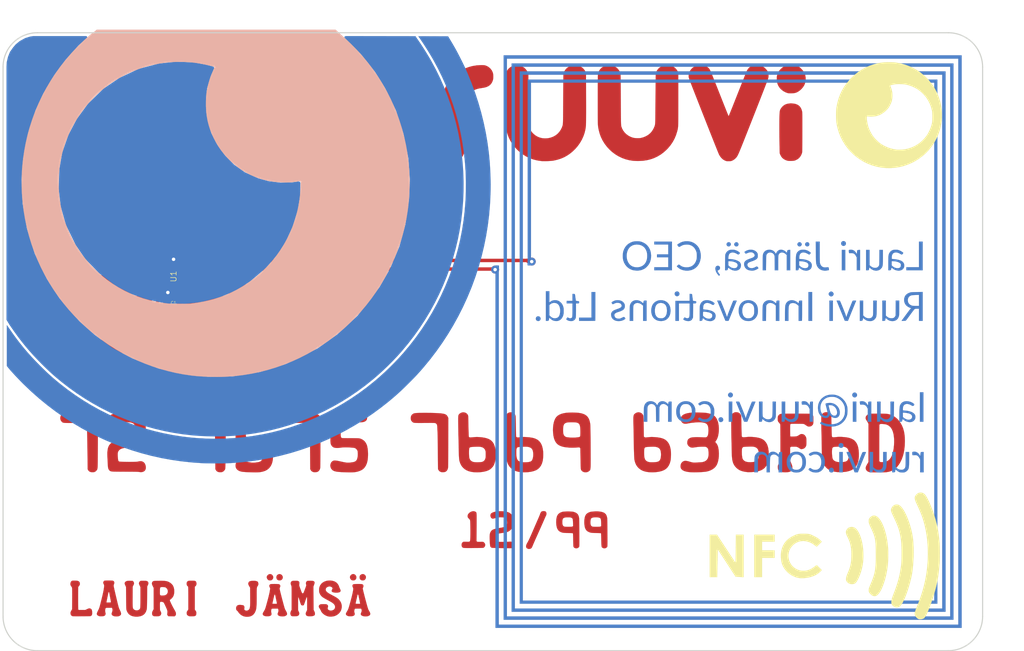
<source format=kicad_pcb>
(kicad_pcb (version 4) (host pcbnew "(2016-01-28 BZR 6518)-product")
  (layers (0 F.Cu signal) (31 B.Cu signal) (34 B.Paste user) (35 F.Paste user) (36 B.SilkS user hide) (37 F.SilkS user) (38 B.Mask user) (39 F.Mask user) (44 Edge.Cuts user))
  (net 0 "")
  (net 1 GND)
  (net 2 "Net-(P2-PadC8)")
  (net 3 "Net-(D1-Pad1)")
  (net 4 VDD)
  (net 5 /SCL)
  (net 6 /FIELD)
  (net 7 /SDA)
  (net 8 /LA)
  (net 9 /LB)
  (module business-card:BUSINESS_BOT_COP (layer B.Cu) (at 145.49 89.47 180)
    (fp_text reference G*** hide)
    (fp_text value BUSINESS_BOT_COP hide)
    (fp_poly (pts (xy -38.481159 -17.889293) (xy -38.480667 -18.04855) (xy -38.479296 -18.193187) (xy -38.477133 -18.319774) (xy -38.474264 -18.424882) (xy -38.470775 -18.50508) (xy -38.466751 -18.556938) (xy -38.464038 -18.573307) (xy -38.420747 -18.672117) (xy -38.353047 -18.749762) (xy -38.294726 -18.788367) (xy -38.24879 -18.808925) (xy -38.203757 -18.820018) (xy -38.147428 -18.8236) (xy -38.083055 -18.822256) (xy -37.946402 -18.803707) (xy -37.826877 -18.757778) (xy -37.718593 -18.681965) (xy -37.689092 -18.654658) (xy -37.617078 -18.584359) (xy -37.617078 -17.266578) (xy -37.312074 -17.266578) (xy -37.312074 -19.045764) (xy -37.406384 -19.045764) (xy -37.480176 -19.042583) (xy -37.527402 -19.02941) (xy -37.55508 -19.000803) (xy -37.570227 -18.951319) (xy -37.575605 -18.914503) (xy -37.583235 -18.859474) (xy -37.590666 -18.818651) (xy -37.594953 -18.804018) (xy -37.610255 -18.807774) (xy -37.643389 -18.829913) (xy -37.687377 -18.865732) (xy -37.690269 -18.868266) (xy -37.754844 -18.918432) (xy -37.831493 -18.968649) (xy -37.887211 -18.999565) (xy -37.942206 -19.025155) (xy -37.989495 -19.04149) (xy -38.040313 -19.050902) (xy -38.105893 -19.055723) (xy -38.166797 -19.05762) (xy -38.244126 -19.057987) (xy -38.312686 -19.055706) (xy -38.362767 -19.051225) (xy -38.379586 -19.047774) (xy -38.4905 -18.998164) (xy -38.587251 -18.929126) (xy -38.621244 -18.895501) (xy -38.659094 -18.851512) (xy -38.690682 -18.80837) (xy -38.71657 -18.762613) (xy -38.737321 -18.710778) (xy -38.753497 -18.649401) (xy -38.76566 -18.575019) (xy -38.774373 -18.484169) (xy -38.780197 -18.373388) (xy -38.783695 -18.239212) (xy -38.785428 -18.07818) (xy -38.78596 -17.886827) (xy -38.785963 -17.880821) (xy -38.786257 -17.266578) (xy -38.481254 -17.266578) (xy -38.481159 -17.889293)) (layer B.Cu) (width 0.01))
    (fp_poly (pts (xy -36.507205 -18.548392) (xy -36.456371 -18.647508) (xy -36.406491 -18.725858) (xy -36.347008 -18.779167) (xy -36.271584 -18.810866) (xy -36.173882 -18.824385) (xy -36.127521 -18.82547) (xy -35.995978 -18.811037) (xy -35.873261 -18.766649) (xy -35.755271 -18.690631) (xy -35.715043 -18.656874) (xy -35.634556 -18.585379) (xy -35.634556 -17.266578) (xy -35.346497 -17.266578) (xy -35.346497 -19.045764) (xy -35.445539 -19.045764) (xy -35.51508 -19.04109) (xy -35.560609 -19.023065) (xy -35.588405 -18.985686) (xy -35.604751 -18.92295) (xy -35.609537 -18.889026) (xy -35.617275 -18.836789) (xy -35.62503 -18.801427) (xy -35.629897 -18.791594) (xy -35.645624 -18.802176) (xy -35.6791 -18.830011) (xy -35.72329 -18.869235) (xy -35.726412 -18.872081) (xy -35.79033 -18.923728) (xy -35.864119 -18.973731) (xy -35.915179 -19.002601) (xy -35.965967 -19.026021) (xy -36.011856 -19.041254) (xy -36.063313 -19.050371) (xy -36.130805 -19.055442) (xy -36.193729 -19.057708) (xy -36.282802 -19.058932) (xy -36.348078 -19.055926) (xy -36.399505 -19.047601) (xy -36.44703 -19.032867) (xy -36.457653 -19.028774) (xy -36.573435 -18.966221) (xy -36.666158 -18.879142) (xy -36.735963 -18.767328) (xy -36.782989 -18.630567) (xy -36.803339 -18.512008) (xy -36.807601 -18.456626) (xy -36.811483 -18.37298) (xy -36.814846 -18.266694) (xy -36.817553 -18.143392) (xy -36.819465 -18.0087) (xy -36.820443 -17.868241) (xy -36.820541 -17.813042) (xy -36.82068 -17.266578) (xy -36.517547 -17.266578) (xy -36.507205 -18.548392)) (layer B.Cu) (width 0.01))
    (fp_poly (pts (xy -31.950715 -18.647683) (xy -31.880044 -18.681067) (xy -31.843777 -18.713425) (xy -31.807259 -18.760118) (xy -31.791144 -18.804856) (xy -31.788125 -18.851248) (xy -31.802009 -18.936845) (xy -31.842163 -19.001984) (xy -31.906345 -19.044517) (xy -31.992311 -19.062301) (xy -32.009258 -19.062708) (xy -32.061524 -19.05717) (xy -32.103315 -19.035629) (xy -32.136186 -19.006095) (xy -32.187696 -18.940117) (xy -32.207642 -18.87336) (xy -32.197795 -18.798946) (xy -32.193188 -18.784759) (xy -32.152663 -18.712769) (xy -32.094056 -18.664969) (xy -32.024396 -18.642795) (xy -31.950715 -18.647683)) (layer B.Cu) (width 0.01))
    (fp_poly (pts (xy -30.466444 -17.250486) (xy -30.371557 -17.269825) (xy -30.27235 -17.302697) (xy -30.179015 -17.344685) (xy -30.101746 -17.391372) (xy -30.061083 -17.426157) (xy -30.020724 -17.469118) (xy -30.06797 -17.537294) (xy -30.101491 -17.577305) (xy -30.133202 -17.60183) (xy -30.145451 -17.60547) (xy -30.174092 -17.59805) (xy -30.223198 -17.57835) (xy -30.283426 -17.550216) (xy -30.299885 -17.541928) (xy -30.362485 -17.511123) (xy -30.411081 -17.492352) (xy -30.458448 -17.482715) (xy -30.517359 -17.47931) (xy -30.576584 -17.479101) (xy -30.656152 -17.480916) (xy -30.713313 -17.486924) (xy -30.759492 -17.499294) (xy -30.806109 -17.520199) (xy -30.813809 -17.524185) (xy -30.873897 -17.56106) (xy -30.930723 -17.604552) (xy -30.952685 -17.625138) (xy -31.021214 -17.719412) (xy -31.071711 -17.835816) (xy -31.104143 -17.967765) (xy -31.118476 -18.108673) (xy -31.114679 -18.251957) (xy -31.092718 -18.391032) (xy -31.052561 -18.519314) (xy -30.994175 -18.630217) (xy -30.957912 -18.677349) (xy -30.869868 -18.755661) (xy -30.7669 -18.805866) (xy -30.645605 -18.829373) (xy -30.585056 -18.83162) (xy -30.475612 -18.823018) (xy -30.377553 -18.795355) (xy -30.279547 -18.744709) (xy -30.222055 -18.705991) (xy -30.165752 -18.671788) (xy -30.122392 -18.66437) (xy -30.083612 -18.685267) (xy -30.041047 -18.736012) (xy -30.038499 -18.739602) (xy -29.991809 -18.805739) (xy -30.063916 -18.867951) (xy -30.194562 -18.958499) (xy -30.343551 -19.020717) (xy -30.51037 -19.054434) (xy -30.644363 -19.060943) (xy -30.721143 -19.057545) (xy -30.795796 -19.049793) (xy -30.853019 -19.039309) (xy -30.856171 -19.038461) (xy -31.000413 -18.981291) (xy -31.127589 -18.896065) (xy -31.234958 -18.785439) (xy -31.319778 -18.652068) (xy -31.364508 -18.5459) (xy -31.407534 -18.379175) (xy -31.42603 -18.206058) (xy -31.420715 -18.032938) (xy -31.392307 -17.866201) (xy -31.341525 -17.712234) (xy -31.269087 -17.577425) (xy -31.252994 -17.554584) (xy -31.146506 -17.437411) (xy -31.020222 -17.346838) (xy -30.876409 -17.283741) (xy -30.717332 -17.248997) (xy -30.545258 -17.243481) (xy -30.466444 -17.250486)) (layer B.Cu) (width 0.01))
    (fp_poly (pts (xy -28.718295 -17.264941) (xy -28.565967 -17.314948) (xy -28.431264 -17.392226) (xy -28.316011 -17.495551) (xy -28.222036 -17.6237) (xy -28.151166 -17.775449) (xy -28.117871 -17.888213) (xy -28.103309 -17.980871) (xy -28.096867 -18.092316) (xy -28.098141 -18.211868) (xy -28.106726 -18.328845) (xy -28.122217 -18.432567) (xy -28.141225 -18.504351) (xy -28.212158 -18.664131) (xy -28.30164 -18.795976) (xy -28.410953 -18.901113) (xy -28.541383 -18.98077) (xy -28.694212 -19.036172) (xy -28.699006 -19.037433) (xy -28.789527 -19.053134) (xy -28.898223 -19.060231) (xy -29.011265 -19.05874) (xy -29.114824 -19.048679) (xy -29.1732 -19.036835) (xy -29.302795 -18.99241) (xy -29.411987 -18.932009) (xy -29.513053 -18.848624) (xy -29.527184 -18.834786) (xy -29.623914 -18.720863) (xy -29.695167 -18.595466) (xy -29.742547 -18.454213) (xy -29.76766 -18.292726) (xy -29.769059 -18.258206) (xy -29.46249 -18.258206) (xy -29.443491 -18.407339) (xy -29.404736 -18.533513) (xy -29.34554 -18.639483) (xy -29.314023 -18.679077) (xy -29.224108 -18.756542) (xy -29.115304 -18.807123) (xy -28.990056 -18.830265) (xy -28.850809 -18.825417) (xy -28.751513 -18.806386) (xy -28.656698 -18.765732) (xy -28.573937 -18.696188) (xy -28.505085 -18.601184) (xy -28.451996 -18.484149) (xy -28.416526 -18.348511) (xy -28.400528 -18.197699) (xy -28.399788 -18.156171) (xy -28.411249 -17.989942) (xy -28.444859 -17.842469) (xy -28.499454 -17.716117) (xy -28.573873 -17.613253) (xy -28.666951 -17.536244) (xy -28.717542 -17.509326) (xy -28.789349 -17.488831) (xy -28.880931 -17.479198) (xy -28.980048 -17.480169) (xy -29.074462 -17.491487) (xy -29.151935 -17.512892) (xy -29.165171 -17.518774) (xy -29.267171 -17.584417) (xy -29.347045 -17.67188) (xy -29.405632 -17.78276) (xy -29.443774 -17.918653) (xy -29.462311 -18.081156) (xy -29.462422 -18.083357) (xy -29.46249 -18.258206) (xy -29.769059 -18.258206) (xy -29.772852 -18.164643) (xy -29.769348 -18.030814) (xy -29.756859 -17.919527) (xy -29.733302 -17.820143) (xy -29.696591 -17.722026) (xy -29.678217 -17.681721) (xy -29.596437 -17.54774) (xy -29.490036 -17.435169) (xy -29.362481 -17.346453) (xy -29.217236 -17.284035) (xy -29.068512 -17.251631) (xy -28.886419 -17.243427) (xy -28.718295 -17.264941)) (layer B.Cu) (width 0.01))
    (fp_poly (pts (xy -39.134518 -17.2493) (xy -39.089671 -17.265839) (xy -39.067287 -17.294734) (xy -39.061665 -17.342824) (xy -39.066191 -17.40781) (xy -39.072969 -17.469015) (xy -39.07959 -17.516315) (xy -39.084704 -17.540179) (xy -39.085019 -17.540808) (xy -39.103852 -17.544957) (xy -39.148379 -17.546206) (xy -39.21052 -17.544457) (xy -39.241046 -17.542732) (xy -39.342687 -17.539984) (xy -39.420272 -17.546038) (xy -39.451502 -17.553294) (xy -39.524797 -17.592649) (xy -39.597145 -17.659095) (xy -39.662447 -17.746227) (xy -39.699638 -17.813865) (xy -39.752101 -17.923791) (xy -39.752101 -19.045764) (xy -40.057104 -19.045764) (xy -40.057104 -17.266578) (xy -39.939492 -17.266578) (xy -39.865961 -17.269811) (xy -39.820691 -17.279163) (xy -39.808261 -17.287758) (xy -39.800601 -17.313074) (xy -39.791313 -17.363483) (xy -39.78187 -17.430334) (xy -39.777258 -17.469913) (xy -39.759874 -17.630887) (xy -39.704443 -17.534387) (xy -39.625045 -17.42265) (xy -39.530759 -17.334704) (xy -39.425854 -17.273096) (xy -39.314604 -17.24037) (xy -39.207528 -17.23828) (xy -39.134518 -17.2493)) (layer B.Cu) (width 0.01))
    (fp_poly (pts (xy -33.36577 -17.267956) (xy -33.330535 -17.277423) (xy -33.319441 -17.292107) (xy -33.319924 -17.2937) (xy -33.328114 -17.314116) (xy -33.347881 -17.362965) (xy -33.378025 -17.437294) (xy -33.417347 -17.534148) (xy -33.464646 -17.650572) (xy -33.518723 -17.783613) (xy -33.578376 -17.930315) (xy -33.642406 -18.087725) (xy -33.681291 -18.183294) (xy -34.03225 -19.045764) (xy -34.168326 -19.045574) (xy -34.304403 -19.045383) (xy -34.66024 -18.172043) (xy -34.726592 -18.009156) (xy -34.789121 -17.855576) (xy -34.846656 -17.714191) (xy -34.898024 -17.587883) (xy -34.942052 -17.479539) (xy -34.977568 -17.392044) (xy -35.003398 -17.328284) (xy -35.018371 -17.291142) (xy -35.021725 -17.28264) (xy -35.008794 -17.274981) (xy -34.968102 -17.269441) (xy -34.905751 -17.266732) (xy -34.884558 -17.266578) (xy -34.809858 -17.26799) (xy -34.761426 -17.273111) (xy -34.731725 -17.283269) (xy -34.71611 -17.296231) (xy -34.703174 -17.319826) (xy -34.680027 -17.370961) (xy -34.648313 -17.445427) (xy -34.609677 -17.539017) (xy -34.565764 -17.647522) (xy -34.518218 -17.766734) (xy -34.468685 -17.892446) (xy -34.41881 -18.020448) (xy -34.370237 -18.146534) (xy -34.324611 -18.266494) (xy -34.283577 -18.376122) (xy -34.24878 -18.471209) (xy -34.221864 -18.547546) (xy -34.204476 -18.600927) (xy -34.200368 -18.615651) (xy -34.184935 -18.668704) (xy -34.170693 -18.703372) (xy -34.16063 -18.712448) (xy -34.16035 -18.712169) (xy -34.149606 -18.688796) (xy -34.135776 -18.644332) (xy -34.127916 -18.613676) (xy -34.116627 -18.57668) (xy -34.094741 -18.514265) (xy -34.063923 -18.430621) (xy -34.025836 -18.329935) (xy -33.982144 -18.216396) (xy -33.93451 -18.094193) (xy -33.884598 -17.967513) (xy -33.834071 -17.840545) (xy -33.784595 -17.717478) (xy -33.737831 -17.6025) (xy -33.695445 -17.499799) (xy -33.659098 -17.413564) (xy -33.630457 -17.347983) (xy -33.611183 -17.307245) (xy -33.604608 -17.296231) (xy -33.577003 -17.280749) (xy -33.530761 -17.270104) (xy -33.474438 -17.264373) (xy -33.416589 -17.263632) (xy -33.36577 -17.267956)) (layer B.Cu) (width 0.01))
    (fp_poly (pts (xy -32.686191 -19.045764) (xy -32.991194 -19.045764) (xy -32.991194 -17.266578) (xy -32.686191 -17.266578) (xy -32.686191 -19.045764)) (layer B.Cu) (width 0.01))
    (fp_poly (pts (xy -26.799557 -17.247823) (xy -26.789217 -17.249679) (xy -26.678205 -17.286881) (xy -26.584267 -17.353216) (xy -26.507244 -17.448826) (xy -26.458513 -17.544518) (xy -26.431003 -17.610651) (xy -26.382283 -17.525347) (xy -26.301615 -17.416131) (xy -26.199883 -17.333111) (xy -26.07831 -17.276952) (xy -25.938121 -17.248319) (xy -25.865977 -17.244557) (xy -25.741345 -17.250786) (xy -25.639058 -17.273924) (xy -25.550448 -17.31722) (xy -25.466846 -17.383925) (xy -25.449713 -17.400612) (xy -25.38635 -17.471382) (xy -25.342722 -17.540548) (xy -25.315173 -17.60547) (xy -25.305095 -17.634276) (xy -25.296828 -17.662067) (xy -25.290153 -17.692507) (xy -25.284848 -17.729256) (xy -25.280694 -17.775976) (xy -25.277469 -17.836329) (xy -25.274955 -17.913975) (xy -25.272929 -18.012577) (xy -25.271172 -18.135795) (xy -25.269463 -18.287292) (xy -25.268497 -18.380687) (xy -25.26171 -19.045764) (xy -25.567596 -19.045764) (xy -25.572757 -18.397632) (xy -25.574152 -18.231757) (xy -25.575568 -18.096206) (xy -25.577209 -17.987418) (xy -25.579276 -17.901827) (xy -25.581973 -17.83587) (xy -25.585501 -17.785984) (xy -25.590065 -17.748604) (xy -25.595865 -17.720168) (xy -25.603104 -17.69711) (xy -25.611986 -17.675869) (xy -25.61403 -17.671411) (xy -25.6696 -17.586708) (xy -25.743046 -17.526343) (xy -25.829022 -17.489966) (xy -25.922186 -17.477231) (xy -26.017192 -17.487789) (xy -26.108697 -17.521292) (xy -26.191356 -17.577392) (xy -26.259826 -17.655742) (xy -26.29293 -17.71561) (xy -26.300941 -17.736148) (xy -26.307505 -17.761104) (xy -26.312806 -17.794017) (xy -26.317022 -17.838426) (xy -26.320335 -17.897868) (xy -26.322926 -17.975884) (xy -26.324976 -18.076011) (xy -26.326666 -18.201788) (xy -26.328176 -18.356755) (xy -26.328664 -18.414576) (xy -26.333845 -19.045764) (xy -26.616643 -19.045764) (xy -26.623961 -18.406104) (xy -26.626062 -18.237478) (xy -26.628251 -18.099243) (xy -26.630705 -17.9879) (xy -26.6336 -17.899951) (xy -26.637114 -17.831896) (xy -26.641422 -17.780239) (xy -26.646703 -17.741479) (xy -26.653131 -17.712119) (xy -26.660108 -17.690676) (xy -26.709374 -17.596524) (xy -26.77562 -17.531231) (xy -26.861023 -17.493315) (xy -26.967378 -17.481289) (xy -27.059765 -17.489021) (xy -27.139817 -17.514494) (xy -27.21728 -17.562028) (xy -27.289505 -17.624083) (xy -27.382521 -17.712054) (xy -27.382521 -19.045764) (xy -27.687525 -19.045764) (xy -27.687525 -17.266578) (xy -27.578595 -17.266578) (xy -27.50519 -17.270168) (xy -27.458241 -17.284752) (xy -27.430728 -17.316048) (xy -27.415632 -17.369776) (xy -27.410979 -17.403128) (xy -27.403844 -17.454154) (xy -27.396876 -17.489361) (xy -27.393449 -17.498523) (xy -27.3788 -17.491193) (xy -27.346679 -17.465317) (xy -27.303649 -17.426237) (xy -27.29757 -17.420441) (xy -27.182009 -17.32947) (xy -27.058831 -17.26982) (xy -26.93052 -17.242327) (xy -26.799557 -17.247823)) (layer B.Cu) (width 0.01))
    (fp_poly (pts (xy 4.014218 18.939965) (xy 3.878013 18.744358) (xy 3.730242 18.524901) (xy 3.574866 18.287866) (xy 3.415845 18.039525) (xy 3.257141 17.786151) (xy 3.102715 17.534015) (xy 2.956529 17.289391) (xy 2.822543 17.05855) (xy 2.791534 17.003936) (xy 2.385388 16.250789) (xy 2.009698 15.483373) (xy 1.664644 14.702648) (xy 1.350407 13.909576) (xy 1.067169 13.105116) (xy 0.815111 12.290231) (xy 0.594414 11.46588) (xy 0.405259 10.633024) (xy 0.247827 9.792624) (xy 0.1223 8.945641) (xy 0.028858 8.093036) (xy -0.032318 7.235769) (xy -0.061046 6.374801) (xy -0.057145 5.511093) (xy -0.020434 4.645606) (xy 0.049268 3.7793) (xy 0.145 2.96531) (xy 0.277215 2.116629) (xy 0.44234 1.274932) (xy 0.639935 0.441188) (xy 0.86956 -0.383633) (xy 1.130772 -1.198561) (xy 1.423131 -2.002627) (xy 1.746198 -2.79486) (xy 2.099529 -3.57429) (xy 2.482686 -4.339949) (xy 2.895227 -5.090865) (xy 3.336711 -5.82607) (xy 3.806697 -6.544593) (xy 4.304745 -7.245465) (xy 4.830413 -7.927716) (xy 5.383262 -8.590375) (xy 5.413213 -8.624817) (xy 5.784111 -9.038011) (xy 6.179968 -9.4558) (xy 6.593826 -9.871385) (xy 7.018729 -10.277966) (xy 7.447717 -10.668747) (xy 7.873833 -11.036929) (xy 7.930087 -11.083972) (xy 8.600178 -11.620325) (xy 9.28812 -12.128274) (xy 9.993076 -12.607479) (xy 10.714205 -13.057599) (xy 11.450671 -13.478292) (xy 12.201634 -13.869219) (xy 12.966256 -14.230037) (xy 13.743697 -14.560407) (xy 14.53312 -14.859986) (xy 15.333685 -15.128435) (xy 16.144554 -15.365412) (xy 16.964889 -15.570575) (xy 17.79385 -15.743586) (xy 18.630599 -15.884101) (xy 19.474298 -15.991781) (xy 20.155637 -16.054201) (xy 20.749232 -16.089884) (xy 21.362724 -16.10917) (xy 21.986398 -16.112145) (xy 22.610542 -16.098896) (xy 23.225442 -16.069507) (xy 23.821383 -16.024066) (xy 23.849567 -16.021462) (xy 24.691545 -15.926065) (xy 25.527739 -15.797514) (xy 26.35719 -15.636198) (xy 27.178939 -15.442507) (xy 27.992026 -15.216832) (xy 28.795494 -14.959561) (xy 29.588382 -14.671085) (xy 30.369733 -14.351793) (xy 31.138588 -14.002076) (xy 31.893987 -13.622322) (xy 32.634971 -13.212922) (xy 33.360582 -12.774265) (xy 34.069861 -12.306741) (xy 34.761849 -11.81074) (xy 35.371915 -11.338021) (xy 35.621334 -11.135397) (xy 35.853145 -10.942208) (xy 36.07308 -10.75329) (xy 36.286873 -10.563479) (xy 36.500255 -10.367612) (xy 36.718958 -10.160525) (xy 36.948716 -9.937054) (xy 37.160264 -9.727083) (xy 37.553193 -9.326175) (xy 37.92179 -8.933241) (xy 38.27101 -8.542311) (xy 38.605808 -8.147414) (xy 38.931138 -7.742582) (xy 39.251955 -7.321845) (xy 39.573215 -6.879232) (xy 39.831678 -6.508578) (xy 40.057105 -6.179998) (xy 40.057105 -9.748555) (xy 39.985581 -9.84329) (xy 39.916901 -9.930119) (xy 39.826889 -10.037407) (xy 39.718492 -10.16197) (xy 39.594659 -10.300628) (xy 39.45834 -10.450198) (xy 39.312484 -10.607498) (xy 39.160038 -10.769345) (xy 39.003952 -10.932557) (xy 38.847174 -11.093952) (xy 38.692653 -11.250349) (xy 38.555219 -11.38689) (xy 37.895205 -12.012736) (xy 37.216007 -12.610848) (xy 36.517924 -13.181004) (xy 35.801253 -13.722982) (xy 35.066294 -14.236558) (xy 34.313347 -14.72151) (xy 33.542709 -15.177616) (xy 33.241254 -15.345537) (xy 32.440811 -15.764782) (xy 31.629604 -16.151905) (xy 30.807839 -16.506849) (xy 29.97572 -16.829555) (xy 29.133455 -17.119966) (xy 28.281248 -17.378025) (xy 27.419305 -17.603674) (xy 26.547831 -17.796856) (xy 25.667033 -17.957514) (xy 24.777116 -18.085589) (xy 23.878285 -18.181024) (xy 22.970746 -18.243762) (xy 22.858306 -18.249228) (xy 22.772419 -18.252301) (xy 22.658151 -18.255013) (xy 22.520404 -18.257348) (xy 22.364079 -18.259294) (xy 22.19408 -18.260835) (xy 22.015309 -18.261957) (xy 21.832668 -18.262646) (xy 21.651059 -18.262888) (xy 21.475385 -18.262668) (xy 21.310548 -18.261973) (xy 21.161451 -18.260786) (xy 21.032996 -18.259095) (xy 20.930085 -18.256885) (xy 20.875784 -18.255018) (xy 20.464667 -18.233693) (xy 20.040339 -18.205018) (xy 19.638826 -18.171805) (xy 18.747638 -18.074137) (xy 17.863502 -17.943475) (xy 16.987172 -17.780125) (xy 16.119399 -17.58439) (xy 15.260936 -17.356576) (xy 14.412536 -17.096988) (xy 13.574951 -16.805931) (xy 12.748934 -16.483709) (xy 11.935236 -16.130627) (xy 11.13461 -15.74699) (xy 10.347809 -15.333103) (xy 9.575586 -14.88927) (xy 8.818692 -14.415797) (xy 8.07788 -13.912989) (xy 7.353902 -13.381149) (xy 6.862575 -12.99581) (xy 6.607155 -12.787983) (xy 6.36855 -12.589076) (xy 6.141449 -12.394297) (xy 5.92054 -12.198848) (xy 5.700511 -11.997936) (xy 5.47605 -11.786764) (xy 5.241846 -11.560539) (xy 4.992588 -11.314465) (xy 4.921795 -11.243776) (xy 4.739184 -11.060332) (xy 4.576867 -10.89557) (xy 4.430534 -10.744864) (xy 4.295874 -10.603591) (xy 4.168579 -10.467125) (xy 4.044339 -10.330841) (xy 3.918844 -10.190116) (xy 3.787785 -10.040324) (xy 3.646851 -9.876841) (xy 3.633944 -9.861774) (xy 3.063873 -9.170114) (xy 2.519075 -8.456343) (xy 2.000332 -7.721777) (xy 1.508427 -6.967729) (xy 1.044141 -6.195515) (xy 0.608256 -5.406447) (xy 0.201554 -4.601839) (xy -0.175182 -3.783007) (xy -0.52117 -2.951264) (xy -0.601404 -2.74503) (xy -0.909883 -1.89406) (xy -1.185981 -1.033432) (xy -1.42961 -0.163778) (xy -1.640677 0.714271) (xy -1.819092 1.600085) (xy -1.964765 2.493031) (xy -2.077606 3.392479) (xy -2.157523 4.297797) (xy -2.204427 5.208355) (xy -2.218227 6.12352) (xy -2.198831 7.042662) (xy -2.146151 7.965149) (xy -2.143026 8.006338) (xy -2.058335 8.890839) (xy -1.94013 9.77433) (xy -1.78878 10.655366) (xy -1.604659 11.532502) (xy -1.388138 12.404292) (xy -1.139588 13.269291) (xy -0.85938 14.126055) (xy -0.547887 14.973139) (xy -0.20548 15.809096) (xy -0.041022 16.182121) (xy 0.024812 16.325066) (xy 0.103869 16.491604) (xy 0.193074 16.675619) (xy 0.289351 16.870991) (xy 0.389626 17.071603) (xy 0.490822 17.271336) (xy 0.589866 17.464071) (xy 0.68368 17.64369) (xy 0.769192 17.804075) (xy 0.830677 17.916443) (xy 0.890807 18.023296) (xy 0.963568 18.150452) (xy 1.043949 18.28928) (xy 1.126935 18.43115) (xy 1.207514 18.567431) (xy 1.253903 18.645062) (xy 1.4996 19.054236) (xy 2.800616 19.058578) (xy 4.101631 19.062918) (xy 4.014218 18.939965)) (layer B.Cu) (width 0.01))
    (fp_poly (pts (xy -32.745034 -16.506815) (xy -32.683445 -16.550832) (xy -32.64349 -16.606392) (xy -32.621623 -16.679951) (xy -32.628512 -16.750743) (xy -32.65908 -16.814027) (xy -32.708251 -16.865061) (xy -32.770949 -16.899104) (xy -32.842098 -16.911414) (xy -32.916622 -16.89725) (xy -32.942169 -16.885376) (xy -33.002936 -16.834365) (xy -33.039644 -16.764596) (xy -33.049172 -16.683957) (xy -33.041051 -16.635447) (xy -33.006615 -16.564919) (xy -32.952842 -16.516283) (xy -32.886686 -16.490049) (xy -32.815098 -16.486723) (xy -32.745034 -16.506815)) (layer B.Cu) (width 0.01))
    (fp_poly (pts (xy -31.83435 -12.265962) (xy -31.632398 -12.310095) (xy -31.4472 -12.383168) (xy -31.279518 -12.484864) (xy -31.130117 -12.614866) (xy -31.101054 -12.645824) (xy -31.015474 -12.757686) (xy -30.939514 -12.890072) (xy -30.879933 -13.029739) (xy -30.847539 -13.142735) (xy -30.825686 -13.299942) (xy -30.823247 -13.464393) (xy -30.839406 -13.626056) (xy -30.87335 -13.7749) (xy -30.906041 -13.863372) (xy -30.950832 -13.946353) (xy -31.010745 -14.033468) (xy -31.076041 -14.111527) (xy -31.121566 -14.15526) (xy -31.210245 -14.214635) (xy -31.313332 -14.259959) (xy -31.421519 -14.288845) (xy -31.525498 -14.298906) (xy -31.615962 -14.287755) (xy -31.626134 -14.284659) (xy -31.705374 -14.245095) (xy -31.771196 -14.186848) (xy -31.814792 -14.118395) (xy -31.82266 -14.095533) (xy -31.840724 -14.028451) (xy -31.914041 -14.109997) (xy -32.012154 -14.196626) (xy -32.127741 -14.256226) (xy -32.250876 -14.288595) (xy -32.368628 -14.294468) (xy -32.472466 -14.271879) (xy -32.560968 -14.22387) (xy -32.632713 -14.153483) (xy -32.686278 -14.063759) (xy -32.720241 -13.95774) (xy -32.732854 -13.841466) (xy -32.497857 -13.841466) (xy -32.483578 -13.932386) (xy -32.450355 -14.007687) (xy -32.397541 -14.061851) (xy -32.391946 -14.065414) (xy -32.320589 -14.091336) (xy -32.235182 -14.095483) (xy -32.147664 -14.077826) (xy -32.117844 -14.066082) (xy -32.036622 -14.011984) (xy -31.966182 -13.930977) (xy -31.921033 -13.849862) (xy -31.906446 -13.810348) (xy -31.885636 -13.744991) (xy -31.860697 -13.660804) (xy -31.833719 -13.564797) (xy -31.812817 -13.487019) (xy -31.784615 -13.377681) (xy -31.765284 -13.296813) (xy -31.754103 -13.240386) (xy -31.75035 -13.204367) (xy -31.753304 -13.184726) (xy -31.757716 -13.17931) (xy -31.784182 -13.172992) (xy -31.834639 -13.169734) (xy -31.899283 -13.170069) (xy -31.91521 -13.170714) (xy -32.045935 -13.188908) (xy -32.159414 -13.232381) (xy -32.263529 -13.304648) (xy -32.3077 -13.345768) (xy -32.378452 -13.43199) (xy -32.433489 -13.53019) (xy -32.472167 -13.634849) (xy -32.493838 -13.740447) (xy -32.497857 -13.841466) (xy -32.732854 -13.841466) (xy -32.73318 -13.838467) (xy -32.723673 -13.708982) (xy -32.690297 -13.572327) (xy -32.64188 -13.452346) (xy -32.560283 -13.319835) (xy -32.452543 -13.203234) (xy -32.324384 -13.106933) (xy -32.181535 -13.03532) (xy -32.046282 -12.995828) (xy -31.968046 -12.9854) (xy -31.879685 -12.981459) (xy -31.787386 -12.98332) (xy -31.697333 -12.990301) (xy -31.615715 -13.001716) (xy -31.548716 -13.016883) (xy -31.502522 -13.035117) (xy -31.483321 -13.055734) (xy -31.483122 -13.05809) (xy -31.487282 -13.080606) (xy -31.498882 -13.130505) (xy -31.516599 -13.202433) (xy -31.539109 -13.291035) (xy -31.565091 -13.390956) (xy -31.569275 -13.406848) (xy -31.611317 -13.573316) (xy -31.641562 -13.710894) (xy -31.660034 -13.822452) (xy -31.666756 -13.910861) (xy -31.661753 -13.978991) (xy -31.645048 -14.029712) (xy -31.616667 -14.065896) (xy -31.576632 -14.090412) (xy -31.575006 -14.091099) (xy -31.481076 -14.113903) (xy -31.389662 -14.104538) (xy -31.302998 -14.064726) (xy -31.22332 -13.996186) (xy -31.152862 -13.900639) (xy -31.093859 -13.779804) (xy -31.065891 -13.699223) (xy -31.047623 -13.610865) (xy -31.037548 -13.501483) (xy -31.035661 -13.382939) (xy -31.041958 -13.267091) (xy -31.056435 -13.1658) (xy -31.066102 -13.126462) (xy -31.132028 -12.95477) (xy -31.22179 -12.807166) (xy -31.335394 -12.683646) (xy -31.472846 -12.584204) (xy -31.63415 -12.508836) (xy -31.737291 -12.476507) (xy -31.829331 -12.459212) (xy -31.940644 -12.449107) (xy -32.060476 -12.446174) (xy -32.178068 -12.450395) (xy -32.282665 -12.461755) (xy -32.354884 -12.477481) (xy -32.539362 -12.550559) (xy -32.706232 -12.651438) (xy -32.853073 -12.777626) (xy -32.977466 -12.926628) (xy -33.076992 -13.095951) (xy -33.149232 -13.283103) (xy -33.154536 -13.301534) (xy -33.170992 -13.385889) (xy -33.181572 -13.493522) (xy -33.186258 -13.614332) (xy -33.185034 -13.73822) (xy -33.177882 -13.855084) (xy -33.164786 -13.954823) (xy -33.155702 -13.996264) (xy -33.090373 -14.181805) (xy -32.998376 -14.349418) (xy -32.882054 -14.496607) (xy -32.743751 -14.62088) (xy -32.58581 -14.719742) (xy -32.410574 -14.7907) (xy -32.40853 -14.791325) (xy -32.206466 -14.836391) (xy -31.992992 -14.85385) (xy -31.775434 -14.844336) (xy -31.561115 -14.808482) (xy -31.357362 -14.746922) (xy -31.225199 -14.689003) (xy -31.170419 -14.663414) (xy -31.12494 -14.645731) (xy -31.101522 -14.64016) (xy -31.078667 -14.654639) (xy -31.052669 -14.691798) (xy -31.042767 -14.711693) (xy -31.010741 -14.783226) (xy -31.090194 -14.83021) (xy -31.17197 -14.872654) (xy -31.274646 -14.917259) (xy -31.385955 -14.959222) (xy -31.49363 -14.993736) (xy -31.538099 -15.005673) (xy -31.602612 -15.017196) (xy -31.693615 -15.027133) (xy -31.80372 -15.034823) (xy -31.91521 -15.039339) (xy -32.030388 -15.04161) (xy -32.120317 -15.04096) (xy -32.193553 -15.036894) (xy -32.258649 -15.028912) (xy -32.324159 -15.016516) (xy -32.330353 -15.01517) (xy -32.541458 -14.953454) (xy -32.733604 -14.865623) (xy -32.904974 -14.753026) (xy -33.053753 -14.617012) (xy -33.178123 -14.458931) (xy -33.252517 -14.330252) (xy -33.309633 -14.207629) (xy -33.350999 -14.095518) (xy -33.378782 -13.984113) (xy -33.395148 -13.863611) (xy -33.402262 -13.724206) (xy -33.403026 -13.648899) (xy -33.40248 -13.545063) (xy -33.400038 -13.466261) (xy -33.394711 -13.403648) (xy -33.38551 -13.348381) (xy -33.371449 -13.291615) (xy -33.357954 -13.245491) (xy -33.29077 -13.060958) (xy -33.205935 -12.898409) (xy -33.098235 -12.749513) (xy -32.962457 -12.605943) (xy -32.950708 -12.594889) (xy -32.789389 -12.466933) (xy -32.611232 -12.367907) (xy -32.418267 -12.298586) (xy -32.212519 -12.259747) (xy -32.052293 -12.251086) (xy -31.83435 -12.265962)) (layer B.Cu) (width 0.01))
    (fp_poly (pts (xy -38.523616 -12.830831) (xy -38.376719 -12.850512) (xy -38.251916 -12.895603) (xy -38.148103 -12.966809) (xy -38.064176 -13.064832) (xy -38.013787 -13.155997) (xy -37.995155 -13.201428) (xy -37.97982 -13.251108) (xy -37.96748 -13.308678) (xy -37.957832 -13.377778) (xy -37.950574 -13.462048) (xy -37.945403 -13.565131) (xy -37.942017 -13.690665) (xy -37.940112 -13.842293) (xy -37.939386 -14.023655) (xy -37.939361 -14.051334) (xy -37.939026 -14.623215) (xy -38.038619 -14.623215) (xy -38.102177 -14.620491) (xy -38.142784 -14.607833) (xy -38.168117 -14.578519) (xy -38.185853 -14.525823) (xy -38.194717 -14.486503) (xy -38.206349 -14.434854) (xy -38.215856 -14.398721) (xy -38.219879 -14.388139) (xy -38.234409 -14.395113) (xy -38.266753 -14.419532) (xy -38.306835 -14.453446) (xy -38.42771 -14.540349) (xy -38.564271 -14.604718) (xy -38.709081 -14.644542) (xy -38.854706 -14.657806) (xy -38.993709 -14.642496) (xy -38.999793 -14.641079) (xy -39.108936 -14.598733) (xy -39.202495 -14.530287) (xy -39.275202 -14.441082) (xy -39.32179 -14.336455) (xy -39.328957 -14.30747) (xy -39.339789 -14.184028) (xy -39.338406 -14.17651) (xy -39.052687 -14.17651) (xy -39.049526 -14.226742) (xy -39.021787 -14.310244) (xy -38.969054 -14.37531) (xy -38.89552 -14.420727) (xy -38.80538 -14.445278) (xy -38.702828 -14.447748) (xy -38.592057 -14.426921) (xy -38.491401 -14.388495) (xy -38.423305 -14.351481) (xy -38.355479 -14.30725) (xy -38.316044 -14.276636) (xy -38.244029 -14.213904) (xy -38.244029 -13.826818) (xy -38.316044 -13.826918) (xy -38.38576 -13.830791) (xy -38.475661 -13.841025) (xy -38.574261 -13.855774) (xy -38.670074 -13.873193) (xy -38.751614 -13.891437) (xy -38.7941 -13.903728) (xy -38.904117 -13.952992) (xy -38.984392 -14.015516) (xy -39.034168 -14.090341) (xy -39.052687 -14.17651) (xy -39.338406 -14.17651) (xy -39.319167 -14.071929) (xy -39.267729 -13.971631) (xy -39.186115 -13.883589) (xy -39.074964 -13.808261) (xy -38.934914 -13.746103) (xy -38.766604 -13.697573) (xy -38.570673 -13.663126) (xy -38.404894 -13.646733) (xy -38.244029 -13.635425) (xy -38.244124 -13.506605) (xy -38.24646 -13.43405) (xy -38.252504 -13.366237) (xy -38.260965 -13.317512) (xy -38.261245 -13.316486) (xy -38.303664 -13.218132) (xy -38.367709 -13.143465) (xy -38.450234 -13.093042) (xy -38.548096 -13.067422) (xy -38.658151 -13.067161) (xy -38.777254 -13.092819) (xy -38.902262 -13.144953) (xy -38.978806 -13.189183) (xy -39.05246 -13.230686) (xy -39.10844 -13.247703) (xy -39.15203 -13.240673) (xy -39.188512 -13.21004) (xy -39.191 -13.206942) (xy -39.227196 -13.153334) (xy -39.236942 -13.112504) (xy -39.220203 -13.076003) (xy -39.190348 -13.04647) (xy -39.058011 -12.954735) (xy -38.905972 -12.886659) (xy -38.740665 -12.844321) (xy -38.568519 -12.829801) (xy -38.523616 -12.830831)) (layer B.Cu) (width 0.01))
    (fp_poly (pts (xy -37.159407 -13.500634) (xy -37.159328 -13.664656) (xy -37.159049 -13.798406) (xy -37.158369 -13.905501) (xy -37.157088 -13.989558) (xy -37.155003 -14.054194) (xy -37.151913 -14.103026) (xy -37.147618 -14.139671) (xy -37.141915 -14.167746) (xy -37.134604 -14.190868) (xy -37.125484 -14.212654) (xy -37.119007 -14.226703) (xy -37.062659 -14.311492) (xy -36.986531 -14.372132) (xy -36.894748 -14.408496) (xy -36.791432 -14.420457) (xy -36.680708 -14.407889) (xy -36.566698 -14.370667) (xy -36.453528 -14.308662) (xy -36.375884 -14.249472) (xy -36.295397 -14.180018) (xy -36.295397 -12.860974) (xy -35.990393 -12.860974) (xy -35.990393 -14.6247) (xy -36.113242 -14.619722) (xy -36.23609 -14.614743) (xy -36.248408 -14.555437) (xy -36.259777 -14.495799) (xy -36.27029 -14.433331) (xy -36.270612 -14.431227) (xy -36.280499 -14.366323) (xy -36.36021 -14.440884) (xy -36.488859 -14.540713) (xy -36.627685 -14.610564) (xy -36.773232 -14.649481) (xy -36.922046 -14.65651) (xy -37.058743 -14.634026) (xy -37.17831 -14.584729) (xy -37.281677 -14.507124) (xy -37.365574 -14.404233) (xy -37.417747 -14.302612) (xy -37.427334 -14.277817) (xy -37.435202 -14.253146) (xy -37.441551 -14.225041) (xy -37.446582 -14.189947) (xy -37.450497 -14.144304) (xy -37.453497 -14.084555) (xy -37.455782 -14.007142) (xy -37.457553 -13.908509) (xy -37.459012 -13.785097) (xy -37.460359 -13.633349) (xy -37.46114 -13.534523) (xy -37.466368 -12.860974) (xy -37.159573 -12.860974) (xy -37.159407 -13.500634)) (layer B.Cu) (width 0.01))
    (fp_poly (pts (xy -28.822815 -13.476377) (xy -28.822595 -13.655068) (xy -28.821618 -13.803278) (xy -28.819411 -13.924415) (xy -28.815502 -14.021888) (xy -28.809415 -14.099104) (xy -28.800678 -14.159471) (xy -28.788818 -14.206397) (xy -28.77336 -14.243289) (xy -28.753832 -14.273556) (xy -28.72976 -14.300605) (xy -28.705066 -14.323889) (xy -28.616716 -14.381918) (xy -28.514237 -14.412439) (xy -28.402532 -14.415987) (xy -28.286503 -14.393096) (xy -28.171052 -14.344299) (xy -28.061082 -14.270129) (xy -28.039126 -14.251365) (xy -27.958639 -14.179775) (xy -27.958639 -12.860974) (xy -27.653636 -12.860974) (xy -27.653636 -14.623215) (xy -27.761701 -14.623215) (xy -27.832092 -14.62011) (xy -27.876214 -14.606389) (xy -27.901375 -14.575448) (xy -27.914882 -14.52068) (xy -27.919751 -14.480356) (xy -27.926223 -14.42902) (xy -27.932793 -14.394747) (xy -27.936735 -14.385991) (xy -27.952394 -14.395936) (xy -27.987026 -14.422182) (xy -28.033562 -14.459347) (xy -28.040269 -14.464823) (xy -28.160555 -14.551194) (xy -28.278125 -14.608848) (xy -28.401231 -14.641136) (xy -28.497921 -14.650556) (xy -28.616089 -14.649731) (xy -28.709249 -14.636033) (xy -28.731236 -14.629969) (xy -28.846409 -14.57735) (xy -28.945516 -14.497329) (xy -29.025396 -14.393841) (xy -29.082884 -14.270822) (xy -29.111241 -14.157238) (xy -29.115112 -14.116293) (xy -29.118663 -14.046196) (xy -29.121782 -13.951686) (xy -29.124356 -13.837499) (xy -29.126275 -13.708373) (xy -29.127427 -13.569046) (xy -29.12772 -13.458272) (xy -29.127818 -12.860974) (xy -28.822815 -12.860974) (xy -28.822815 -13.476377)) (layer B.Cu) (width 0.01))
    (fp_poly (pts (xy -26.854102 -13.500634) (xy -26.852646 -13.665461) (xy -26.851165 -13.799985) (xy -26.849455 -13.907795) (xy -26.84731 -13.992476) (xy -26.844527 -14.057615) (xy -26.840899 -14.106798) (xy -26.836224 -14.143614) (xy -26.830295 -14.171647) (xy -26.822909 -14.194485) (xy -26.81386 -14.215715) (xy -26.813219 -14.217104) (xy -26.754756 -14.307773) (xy -26.676026 -14.371389) (xy -26.577459 -14.407733) (xy -26.459484 -14.416587) (xy -26.42515 -14.41431) (xy -26.32293 -14.397643) (xy -26.234395 -14.364998) (xy -26.145683 -14.310787) (xy -26.118613 -14.290746) (xy -26.083304 -14.264492) (xy -26.054389 -14.242497) (xy -26.031229 -14.221252) (xy -26.013188 -14.197249) (xy -25.999627 -14.166977) (xy -25.989911 -14.126927) (xy -25.983402 -14.073591) (xy -25.979462 -14.003459) (xy -25.977455 -13.913022) (xy -25.976743 -13.798771) (xy -25.976689 -13.657196) (xy -25.976681 -13.509106) (xy -25.976117 -12.860974) (xy -25.671114 -12.860974) (xy -25.671114 -14.623215) (xy -25.78913 -14.623215) (xy -25.855957 -14.621457) (xy -25.898874 -14.611927) (xy -25.924479 -14.588239) (xy -25.939369 -14.54401) (xy -25.95014 -14.472855) (xy -25.950918 -14.466644) (xy -25.963036 -14.369379) (xy -26.045947 -14.443924) (xy -26.179195 -14.543888) (xy -26.320963 -14.612981) (xy -26.46846 -14.650404) (xy -26.618892 -14.655356) (xy -26.72618 -14.638668) (xy -26.845229 -14.593782) (xy -26.949808 -14.520746) (xy -27.035447 -14.423789) (xy -27.097676 -14.307144) (xy -27.1086 -14.276785) (xy -27.117969 -14.246877) (xy -27.125594 -14.217426) (xy -27.131653 -14.184704) (xy -27.136327 -14.14498) (xy -27.139794 -14.094526) (xy -27.142233 -14.029613) (xy -27.143823 -13.946513) (xy -27.144744 -13.841496) (xy -27.145175 -13.710833) (xy -27.145294 -13.550795) (xy -27.145297 -13.512986) (xy -27.145297 -12.860974) (xy -26.859438 -12.860974) (xy -26.854102 -13.500634)) (layer B.Cu) (width 0.01))
    (fp_poly (pts (xy -22.27849 -14.23709) (xy -22.237219 -14.252428) (xy -22.194744 -14.286303) (xy -22.190199 -14.29056) (xy -22.152215 -14.331106) (xy -22.134487 -14.368423) (xy -22.129732 -14.419026) (xy -22.129686 -14.427739) (xy -22.142831 -14.517049) (xy -22.181332 -14.586124) (xy -22.241643 -14.631414) (xy -22.312756 -14.654222) (xy -22.380107 -14.649123) (xy -22.43469 -14.627425) (xy -22.497979 -14.579185) (xy -22.535524 -14.514982) (xy -22.546429 -14.441895) (xy -22.529798 -14.367005) (xy -22.484736 -14.297393) (xy -22.477409 -14.289764) (xy -22.437156 -14.254608) (xy -22.398678 -14.238057) (xy -22.345448 -14.233536) (xy -22.335923 -14.233489) (xy -22.27849 -14.23709)) (layer B.Cu) (width 0.01))
    (fp_poly (pts (xy -20.857991 -12.8336) (xy -20.736265 -12.849666) (xy -20.636689 -12.87707) (xy -20.577519 -12.903445) (xy -20.514376 -12.937759) (xy -20.454599 -12.975185) (xy -20.405526 -13.010902) (xy -20.374498 -13.040086) (xy -20.367445 -13.05404) (xy -20.378474 -13.081349) (xy -20.405697 -13.119597) (xy -20.440316 -13.158766) (xy -20.473536 -13.18884) (xy -20.495509 -13.199867) (xy -20.522578 -13.191552) (xy -20.56662 -13.170176) (xy -20.600179 -13.15105) (xy -20.687331 -13.104487) (xy -20.768107 -13.077313) (xy -20.855929 -13.066324) (xy -20.950128 -13.067519) (xy -21.084188 -13.087562) (xy -21.19649 -13.133223) (xy -21.288709 -13.205712) (xy -21.362517 -13.306241) (xy -21.405186 -13.396632) (xy -21.432465 -13.493502) (xy -21.449285 -13.611747) (xy -21.455377 -13.74042) (xy -21.450472 -13.868576) (xy -21.434302 -13.985268) (xy -21.420957 -14.039108) (xy -21.367569 -14.168173) (xy -21.292963 -14.271246) (xy -21.198037 -14.347584) (xy -21.083691 -14.396441) (xy -20.964819 -14.41631) (xy -20.84529 -14.415624) (xy -20.742819 -14.394162) (xy -20.645466 -14.348679) (xy -20.594888 -14.315854) (xy -20.542707 -14.282322) (xy -20.497756 -14.258727) (xy -20.471196 -14.250434) (xy -20.443812 -14.262891) (xy -20.407283 -14.294707) (xy -20.385862 -14.318915) (xy -20.33083 -14.387395) (xy -20.395735 -14.446952) (xy -20.504356 -14.526024) (xy -20.635121 -14.587814) (xy -20.779885 -14.630236) (xy -20.930501 -14.651206) (xy -21.078822 -14.648638) (xy -21.145062 -14.638777) (xy -21.289723 -14.59366) (xy -21.420144 -14.519311) (xy -21.533761 -14.418311) (xy -21.628008 -14.293242) (xy -21.700321 -14.146689) (xy -21.732765 -14.047098) (xy -21.749155 -13.960427) (xy -21.759356 -13.852991) (xy -21.763193 -13.73641) (xy -21.76049 -13.622302) (xy -21.751073 -13.522287) (xy -21.741427 -13.470981) (xy -21.685661 -13.305595) (xy -21.605998 -13.161908) (xy -21.504224 -13.041684) (xy -21.382123 -12.946688) (xy -21.241483 -12.878683) (xy -21.1057 -12.842893) (xy -20.985547 -12.831021) (xy -20.857991 -12.8336)) (layer B.Cu) (width 0.01))
    (fp_poly (pts (xy -19.151157 -12.836187) (xy -18.994965 -12.870149) (xy -18.852422 -12.930143) (xy -18.72688 -13.014754) (xy -18.621692 -13.122567) (xy -18.54021 -13.252168) (xy -18.539525 -13.253571) (xy -18.488835 -13.373668) (xy -18.456353 -13.492657) (xy -18.439568 -13.62235) (xy -18.435757 -13.742095) (xy -18.441763 -13.888913) (xy -18.461455 -14.015552) (xy -18.497341 -14.133822) (xy -18.539525 -14.230619) (xy -18.620012 -14.358774) (xy -18.724567 -14.465914) (xy -18.849515 -14.550483) (xy -18.99118 -14.610926) (xy -19.145885 -14.645687) (xy -19.309956 -14.653212) (xy -19.479715 -14.631945) (xy -19.485328 -14.630744) (xy -19.639968 -14.580731) (xy -19.777018 -14.502848) (xy -19.894033 -14.39954) (xy -19.988569 -14.273253) (xy -20.058179 -14.126434) (xy -20.087184 -14.028576) (xy -20.102182 -13.936003) (xy -20.110306 -13.822929) (xy -20.110337 -13.819869) (xy -19.805138 -13.819869) (xy -19.793461 -13.942678) (xy -19.766967 -14.051797) (xy -19.724104 -14.156281) (xy -19.719419 -14.16571) (xy -19.676852 -14.239506) (xy -19.631183 -14.292555) (xy -19.581674 -14.33094) (xy -19.514359 -14.372039) (xy -19.45325 -14.397937) (xy -19.387198 -14.411416) (xy -19.305055 -14.41526) (xy -19.247992 -14.414245) (xy -19.170522 -14.410246) (xy -19.114424 -14.401996) (xy -19.067208 -14.386528) (xy -19.016383 -14.360872) (xy -19.011218 -14.35797) (xy -18.918619 -14.289842) (xy -18.846718 -14.200695) (xy -18.794412 -14.08828) (xy -18.760595 -13.950343) (xy -18.745931 -13.817318) (xy -18.74588 -13.64283) (xy -18.768492 -13.487124) (xy -18.812946 -13.352192) (xy -18.878421 -13.240028) (xy -18.964098 -13.152624) (xy -19.038928 -13.105599) (xy -19.080556 -13.089078) (xy -19.130289 -13.078941) (xy -19.19712 -13.073937) (xy -19.274516 -13.072782) (xy -19.35473 -13.07359) (xy -19.411228 -13.077334) (xy -19.454171 -13.085988) (xy -19.49372 -13.10153) (xy -19.535851 -13.123616) (xy -19.630114 -13.191711) (xy -19.703108 -13.280935) (xy -19.755831 -13.393337) (xy -19.789278 -13.530968) (xy -19.803546 -13.674316) (xy -19.805138 -13.819869) (xy -20.110337 -13.819869) (xy -20.111544 -13.701769) (xy -20.105885 -13.584937) (xy -20.093315 -13.484846) (xy -20.087764 -13.458098) (xy -20.034714 -13.299747) (xy -19.955976 -13.160182) (xy -19.854138 -13.042032) (xy -19.731787 -12.947925) (xy -19.59151 -12.880489) (xy -19.491075 -12.852019) (xy -19.317645 -12.829672) (xy -19.151157 -12.836187)) (layer B.Cu) (width 0.01))
    (fp_poly (pts (xy -39.735157 -14.623215) (xy -40.04016 -14.623215) (xy -40.04016 -12.047632) (xy -39.735157 -12.047632) (xy -39.735157 -14.623215)) (layer B.Cu) (width 0.01))
    (fp_poly (pts (xy -34.571205 -12.836734) (xy -34.543157 -12.843525) (xy -34.480585 -12.864175) (xy -34.492115 -12.985423) (xy -34.498902 -13.047135) (xy -34.505914 -13.09545) (xy -34.511706 -13.120529) (xy -34.512036 -13.121173) (xy -34.531796 -13.126804) (xy -34.576028 -13.128108) (xy -34.635565 -13.124864) (xy -34.641925 -13.124289) (xy -34.77538 -13.124126) (xy -34.889274 -13.151272) (xy -34.985429 -13.20674) (xy -35.065665 -13.291548) (xy -35.12591 -13.394086) (xy -35.177051 -13.501243) (xy -35.177051 -14.623215) (xy -35.482054 -14.623215) (xy -35.482054 -12.860974) (xy -35.364038 -12.860974) (xy -35.291435 -12.864063) (xy -35.246082 -12.877153) (xy -35.221606 -12.905979) (xy -35.211638 -12.956273) (xy -35.209964 -12.999653) (xy -35.206239 -13.065742) (xy -35.198384 -13.132111) (xy -35.196999 -13.140368) (xy -35.185011 -13.207954) (xy -35.137561 -13.126986) (xy -35.057519 -13.009851) (xy -34.971688 -12.924048) (xy -34.876577 -12.867101) (xy -34.768694 -12.836532) (xy -34.720676 -12.831099) (xy -34.64076 -12.829813) (xy -34.571205 -12.836734)) (layer B.Cu) (width 0.01))
    (fp_poly (pts (xy -33.872315 -14.623215) (xy -34.177318 -14.623215) (xy -34.177318 -12.860974) (xy -33.872315 -12.860974) (xy -33.872315 -14.623215)) (layer B.Cu) (width 0.01))
    (fp_poly (pts (xy -29.489091 -12.836001) (xy -29.452295 -12.845687) (xy -29.423125 -12.859639) (xy -29.406006 -12.881036) (xy -29.399655 -12.916441) (xy -29.402791 -12.97242) (xy -29.412897 -13.047365) (xy -29.424349 -13.123616) (xy -29.593796 -13.123713) (xy -29.67801 -13.124994) (xy -29.737816 -13.129705) (xy -29.782636 -13.139317) (xy -29.821894 -13.155302) (xy -29.833125 -13.161095) (xy -29.910624 -13.215384) (xy -29.977279 -13.291784) (xy -30.037772 -13.395821) (xy -30.045433 -13.411674) (xy -30.093635 -13.513342) (xy -30.093649 -14.068279) (xy -30.093662 -14.623215) (xy -30.381721 -14.623215) (xy -30.381721 -12.860974) (xy -30.273656 -12.860974) (xy -30.205687 -12.864489) (xy -30.16073 -12.874274) (xy -30.147775 -12.88244) (xy -30.1384 -12.9083) (xy -30.128743 -12.958784) (xy -30.120428 -13.024683) (xy -30.117953 -13.051886) (xy -30.111499 -13.117888) (xy -30.104434 -13.168723) (xy -30.097919 -13.19674) (xy -30.095539 -13.199867) (xy -30.08247 -13.186194) (xy -30.060063 -13.151077) (xy -30.042932 -13.120319) (xy -29.986483 -13.034594) (xy -29.91489 -12.956207) (xy -29.836882 -12.893402) (xy -29.761416 -12.854501) (xy -29.673058 -12.83422) (xy -29.57725 -12.82791) (xy -29.489091 -12.836001)) (layer B.Cu) (width 0.01))
    (fp_poly (pts (xy -23.714564 -12.86253) (xy -23.674325 -12.867242) (xy -23.659117 -12.876104) (xy -23.659467 -12.882155) (xy -23.667305 -12.901472) (xy -23.686746 -12.949192) (xy -23.716577 -13.022347) (xy -23.755587 -13.117967) (xy -23.802563 -13.233081) (xy -23.856294 -13.364721) (xy -23.915569 -13.509918) (xy -23.979175 -13.6657) (xy -24.01037 -13.742095) (xy -24.075604 -13.901845) (xy -24.137084 -14.052412) (xy -24.193598 -14.190824) (xy -24.243935 -14.314114) (xy -24.28688 -14.419309) (xy -24.321223 -14.503443) (xy -24.34575 -14.563543) (xy -24.359249 -14.596642) (xy -24.361443 -14.602035) (xy -24.38162 -14.614123) (xy -24.431542 -14.621087) (xy -24.508834 -14.623215) (xy -24.647665 -14.623215) (xy -25.00535 -13.746331) (xy -25.363035 -12.869446) (xy -25.217853 -12.864511) (xy -25.150178 -12.863924) (xy -25.095443 -12.866631) (xy -25.062484 -12.872075) (xy -25.057618 -12.87463) (xy -25.046531 -12.89521) (xy -25.025147 -12.943395) (xy -24.995071 -13.015057) (xy -24.957909 -13.106073) (xy -24.915268 -13.212317) (xy -24.868753 -13.329662) (xy -24.81997 -13.453983) (xy -24.770526 -13.581154) (xy -24.722025 -13.707051) (xy -24.676076 -13.827547) (xy -24.634282 -13.938516) (xy -24.59825 -14.035833) (xy -24.569586 -14.115373) (xy -24.549897 -14.173009) (xy -24.54208 -14.19901) (xy -24.526075 -14.254662) (xy -24.511884 -14.292643) (xy -24.50224 -14.305824) (xy -24.501349 -14.305214) (xy -24.492083 -14.282968) (xy -24.478908 -14.238695) (xy -24.468956 -14.1996) (xy -24.457158 -14.160552) (xy -24.434945 -14.096863) (xy -24.403945 -14.012594) (xy -24.365782 -13.911809) (xy -24.322082 -13.79857) (xy -24.274472 -13.67694) (xy -24.224577 -13.550982) (xy -24.174023 -13.424759) (xy -24.124435 -13.302332) (xy -24.077441 -13.187765) (xy -24.034666 -13.085121) (xy -23.997735 -12.998462) (xy -23.968274 -12.93185) (xy -23.94791 -12.88935) (xy -23.938935 -12.875195) (xy -23.912511 -12.868643) (xy -23.862139 -12.863722) (xy -23.797756 -12.861329) (xy -23.784211 -12.861233) (xy -23.714564 -12.86253)) (layer B.Cu) (width 0.01))
    (fp_poly (pts (xy -23.027752 -14.623215) (xy -23.332755 -14.623215) (xy -23.332755 -12.860974) (xy -23.027752 -12.860974) (xy -23.027752 -14.623215)) (layer B.Cu) (width 0.01))
    (fp_poly (pts (xy -16.078483 -12.838295) (xy -15.954734 -12.874293) (xy -15.841313 -12.937495) (xy -15.833021 -12.94363) (xy -15.756695 -13.019907) (xy -15.69273 -13.120896) (xy -15.645531 -13.238367) (xy -15.6233 -13.335424) (xy -15.619237 -13.378658) (xy -15.615513 -13.450913) (xy -15.612248 -13.54732) (xy -15.609561 -13.66301) (xy -15.607572 -13.793115) (xy -15.606401 -13.932767) (xy -15.606132 -14.03439) (xy -15.606004 -14.623215) (xy -15.909157 -14.623215) (xy -15.914318 -13.975083) (xy -15.9157 -13.809487) (xy -15.917083 -13.674272) (xy -15.918673 -13.56593) (xy -15.920673 -13.480955) (xy -15.923288 -13.415839) (xy -15.926723 -13.367074) (xy -15.931182 -13.331154) (xy -15.93687 -13.30457) (xy -15.94399 -13.283815) (xy -15.952748 -13.265382) (xy -15.956053 -13.259173) (xy -16.021626 -13.166727) (xy -16.102699 -13.104367) (xy -16.200021 -13.071687) (xy -16.310351 -13.067936) (xy -16.419805 -13.092479) (xy -16.512086 -13.146113) (xy -16.586156 -13.228132) (xy -16.61395 -13.275434) (xy -16.665043 -13.375289) (xy -16.670403 -13.999252) (xy -16.675764 -14.623215) (xy -16.958758 -14.623215) (xy -16.964402 -13.983556) (xy -16.970046 -13.343896) (xy -17.017461 -13.247341) (xy -17.06846 -13.165636) (xy -17.13088 -13.111404) (xy -17.211796 -13.079907) (xy -17.283902 -13.068787) (xy -17.342622 -13.065634) (xy -17.389365 -13.07081) (xy -17.438486 -13.087361) (xy -17.494572 -13.113506) (xy -17.570866 -13.158304) (xy -17.637583 -13.210476) (xy -17.664065 -13.237517) (xy -17.724082 -13.307634) (xy -17.724082 -14.623215) (xy -18.029086 -14.623215) (xy -18.029086 -12.860974) (xy -17.91107 -12.860974) (xy -17.843277 -12.862813) (xy -17.800294 -12.872698) (xy -17.774992 -12.897184) (xy -17.760245 -12.942824) (xy -17.749862 -13.009224) (xy -17.737851 -13.098168) (xy -17.636054 -13.006047) (xy -17.529698 -12.921678) (xy -17.42704 -12.866256) (xy -17.321371 -12.836476) (xy -17.281522 -12.831415) (xy -17.151723 -12.833816) (xy -17.038204 -12.865902) (xy -16.941218 -12.927498) (xy -16.861017 -13.018432) (xy -16.797855 -13.138528) (xy -16.784275 -13.17445) (xy -16.775318 -13.190249) (xy -16.763394 -13.184275) (xy -16.744065 -13.152751) (xy -16.732271 -13.130206) (xy -16.661152 -13.026751) (xy -16.567618 -12.943709) (xy -16.457127 -12.882209) (xy -16.335137 -12.843386) (xy -16.207103 -12.828371) (xy -16.078483 -12.838295)) (layer B.Cu) (width 0.01))
    (fp_poly (pts (xy -33.990462 -12.073151) (xy -33.914103 -12.104331) (xy -33.85956 -12.155179) (xy -33.827283 -12.219054) (xy -33.817723 -12.289318) (xy -33.831331 -12.359332) (xy -33.868556 -12.422457) (xy -33.929849 -12.472053) (xy -33.962377 -12.487063) (xy -34.018832 -12.502753) (xy -34.067993 -12.49926) (xy -34.126484 -12.475457) (xy -34.187972 -12.429334) (xy -34.224478 -12.369633) (xy -34.238065 -12.302457) (xy -34.230796 -12.233911) (xy -34.204737 -12.170098) (xy -34.161948 -12.11712) (xy -34.104496 -12.081081) (xy -34.034443 -12.068085) (xy -33.990462 -12.073151)) (layer B.Cu) (width 0.01))
    (fp_poly (pts (xy -23.109563 -12.080158) (xy -23.045118 -12.121713) (xy -22.994246 -12.181492) (xy -22.964541 -12.251682) (xy -22.959973 -12.291064) (xy -22.975554 -12.359473) (xy -23.016974 -12.422354) (xy -23.076252 -12.472042) (xy -23.145406 -12.500871) (xy -23.182814 -12.505073) (xy -23.224102 -12.496274) (xy -23.271875 -12.474882) (xy -23.276764 -12.471993) (xy -23.344162 -12.414371) (xy -23.380865 -12.342521) (xy -23.38821 -12.284857) (xy -23.380768 -12.228787) (xy -23.362551 -12.179385) (xy -23.359562 -12.17446) (xy -23.315195 -12.126276) (xy -23.256801 -12.087465) (xy -23.197951 -12.066327) (xy -23.179989 -12.06464) (xy -23.109563 -12.080158)) (layer B.Cu) (width 0.01))
    (fp_poly (pts (xy -37.613587 -4.689426) (xy -37.608606 -5.346031) (xy -37.562158 -5.425043) (xy -37.511644 -5.495984) (xy -37.453868 -5.543431) (xy -37.381512 -5.571029) (xy -37.287257 -5.582419) (xy -37.244296 -5.583255) (xy -37.119378 -5.573497) (xy -37.010943 -5.541703) (xy -36.909289 -5.484094) (xy -36.833389 -5.423212) (xy -36.752902 -5.351623) (xy -36.752902 -4.032822) (xy -36.447898 -4.032822) (xy -36.447898 -5.815956) (xy -36.557991 -5.808946) (xy -36.617365 -5.802879) (xy -36.663509 -5.793977) (xy -36.684913 -5.785106) (xy -36.696628 -5.759424) (xy -36.707533 -5.712988) (xy -36.711817 -5.684239) (xy -36.720633 -5.617721) (xy -36.730722 -5.58172) (xy -36.747331 -5.573098) (xy -36.775706 -5.588714) (xy -36.8165 -5.621613) (xy -36.924291 -5.703692) (xy -37.022723 -5.761637) (xy -37.120055 -5.800263) (xy -37.12616 -5.802107) (xy -37.231715 -5.822413) (xy -37.349248 -5.827286) (xy -37.463772 -5.816914) (xy -37.545826 -5.796856) (xy -37.663828 -5.738928) (xy -37.761659 -5.654831) (xy -37.837125 -5.547121) (xy -37.888032 -5.418357) (xy -37.895265 -5.389463) (xy -37.902635 -5.351203) (xy -37.908586 -5.305379) (xy -37.913253 -5.248262) (xy -37.916771 -5.17612) (xy -37.919278 -5.085225) (xy -37.920908 -4.971844) (xy -37.921797 -4.832248) (xy -37.92208 -4.662706) (xy -37.922081 -4.652192) (xy -37.922081 -4.032822) (xy -37.618569 -4.032822) (xy -37.613587 -4.689426)) (layer B.Cu) (width 0.01))
    (fp_poly (pts (xy -35.64819 -4.680954) (xy -35.646814 -4.846451) (xy -35.645447 -4.981576) (xy -35.643877 -5.089846) (xy -35.641899 -5.174777) (xy -35.639302 -5.239885) (xy -35.635879 -5.288687) (xy -35.631422 -5.3247) (xy -35.625722 -5.35144) (xy -35.61857 -5.372424) (xy -35.609758 -5.391168) (xy -35.605646 -5.398969) (xy -35.543243 -5.487664) (xy -35.464879 -5.548134) (xy -35.368214 -5.581546) (xy -35.250911 -5.589067) (xy -35.227308 -5.587753) (xy -35.106632 -5.567106) (xy -34.997722 -5.521279) (xy -34.892977 -5.446734) (xy -34.859339 -5.416465) (xy -34.77038 -5.332642) (xy -34.77038 -4.032822) (xy -34.482321 -4.032822) (xy -34.482321 -5.812008) (xy -34.562808 -5.811758) (xy -34.639815 -5.806402) (xy -34.690572 -5.787388) (xy -34.721666 -5.749441) (xy -34.739686 -5.687285) (xy -34.742894 -5.66752) (xy -34.751612 -5.612961) (xy -34.759188 -5.573788) (xy -34.763269 -5.560056) (xy -34.777622 -5.567235) (xy -34.810266 -5.591997) (xy -34.854397 -5.629149) (xy -34.858534 -5.632777) (xy -34.92478 -5.6844) (xy -35.00211 -5.735237) (xy -35.05477 -5.764486) (xy -35.111529 -5.790462) (xy -35.162325 -5.807013) (xy -35.219061 -5.816736) (xy -35.293641 -5.822226) (xy -35.325885 -5.823618) (xy -35.417645 -5.825196) (xy -35.486516 -5.820948) (xy -35.543155 -5.809849) (xy -35.575381 -5.799589) (xy -35.694901 -5.739817) (xy -35.792778 -5.653969) (xy -35.837731 -5.595127) (xy -35.863429 -5.555276) (xy -35.884692 -5.518056) (xy -35.90198 -5.47984) (xy -35.915752 -5.437002) (xy -35.926468 -5.385916) (xy -35.934585 -5.322955) (xy -35.940565 -5.244492) (xy -35.944865 -5.146902) (xy -35.947946 -5.026558) (xy -35.950266 -4.879834) (xy -35.952285 -4.703102) (xy -35.952428 -4.689426) (xy -35.959264 -4.032822) (xy -35.653351 -4.032822) (xy -35.64819 -4.680954)) (layer B.Cu) (width 0.01))
    (fp_poly (pts (xy -24.525974 -4.025759) (xy -24.381092 -4.07269) (xy -24.248451 -4.14474) (xy -24.133147 -4.242002) (xy -24.130891 -4.244376) (xy -24.03584 -4.368849) (xy -23.964051 -4.514382) (xy -23.916569 -4.676446) (xy -23.894439 -4.85051) (xy -23.898706 -5.032045) (xy -23.91866 -5.16459) (xy -23.967848 -5.332344) (xy -24.041798 -5.477727) (xy -24.139784 -5.599871) (xy -24.261083 -5.697907) (xy -24.40497 -5.770963) (xy -24.432357 -5.781094) (xy -24.524139 -5.804062) (xy -24.636096 -5.818176) (xy -24.755542 -5.82287) (xy -24.869791 -5.817577) (xy -24.954989 -5.804431) (xy -25.106661 -5.753187) (xy -25.241574 -5.673676) (xy -25.357419 -5.568283) (xy -25.45189 -5.439396) (xy -25.522676 -5.2894) (xy -25.554092 -5.185057) (xy -25.563869 -5.126821) (xy -25.571502 -5.047547) (xy -25.575926 -4.96007) (xy -25.576606 -4.913943) (xy -25.255205 -4.913943) (xy -25.254701 -5.017843) (xy -25.252681 -5.095002) (xy -25.248382 -5.152559) (xy -25.241041 -5.197653) (xy -25.229894 -5.237423) (xy -25.216897 -5.272272) (xy -25.159262 -5.381626) (xy -25.083651 -5.471827) (xy -24.995533 -5.536957) (xy -24.954611 -5.555992) (xy -24.872232 -5.577688) (xy -24.774006 -5.588758) (xy -24.673507 -5.588822) (xy -24.584311 -5.5775) (xy -24.547983 -5.567375) (xy -24.440264 -5.513957) (xy -24.35428 -5.437196) (xy -24.287739 -5.334594) (xy -24.250633 -5.243475) (xy -24.215888 -5.102718) (xy -24.201541 -4.955887) (xy -24.206597 -4.809206) (xy -24.230058 -4.668896) (xy -24.270928 -4.541178) (xy -24.328212 -4.432274) (xy -24.392786 -4.355665) (xy -24.485789 -4.291769) (xy -24.594624 -4.252335) (xy -24.7123 -4.236893) (xy -24.831824 -4.244977) (xy -24.946206 -4.276119) (xy -25.048452 -4.329851) (xy -25.131018 -4.405034) (xy -25.175819 -4.465841) (xy -25.208869 -4.528433) (xy -25.23175 -4.59929) (xy -25.246043 -4.684894) (xy -25.253329 -4.791727) (xy -25.255205 -4.913943) (xy -25.576606 -4.913943) (xy -25.564255 -4.722795) (xy -25.526927 -4.553716) (xy -25.464207 -4.405425) (xy -25.37568 -4.27664) (xy -25.366971 -4.266573) (xy -25.255651 -4.164705) (xy -25.125998 -4.087408) (xy -24.983109 -4.034773) (xy -24.832078 -4.006893) (xy -24.678001 -4.003858) (xy -24.525974 -4.025759)) (layer B.Cu) (width 0.01))
    (fp_poly (pts (xy -21.011474 -4.007386) (xy -20.871458 -4.038578) (xy -20.751444 -4.096366) (xy -20.652536 -4.179931) (xy -20.575838 -4.288453) (xy -20.522453 -4.421114) (xy -20.504582 -4.497675) (xy -20.499513 -4.543275) (xy -20.495126 -4.619487) (xy -20.491504 -4.723038) (xy -20.488734 -4.850656) (xy -20.486901 -4.99907) (xy -20.48609 -5.165006) (xy -20.486057 -5.207484) (xy -20.486057 -5.816749) (xy -20.580423 -5.80701) (xy -20.636766 -5.798453) (xy -20.68072 -5.78687) (xy -20.696888 -5.778929) (xy -20.711815 -5.753294) (xy -20.727909 -5.705594) (xy -20.738972 -5.65901) (xy -20.758957 -5.557431) (xy -20.854284 -5.635085) (xy -20.94829 -5.705294) (xy -21.035721 -5.754871) (xy -21.129744 -5.790727) (xy -21.175358 -5.803616) (xy -21.248883 -5.817181) (xy -21.3361 -5.82504) (xy -21.424909 -5.826888) (xy -21.503213 -5.822423) (xy -21.553569 -5.813107) (xy -21.623103 -5.785568) (xy -21.693661 -5.74754) (xy -21.751353 -5.706928) (xy -21.768785 -5.690597) (xy -21.825796 -5.606782) (xy -21.862842 -5.504634) (xy -21.878438 -5.394228) (xy -21.87594 -5.357257) (xy -21.590911 -5.357257) (xy -21.582033 -5.432274) (xy -21.559372 -5.493619) (xy -21.523235 -5.536808) (xy -21.471002 -5.577541) (xy -21.451513 -5.588809) (xy -21.404916 -5.610054) (xy -21.361175 -5.620624) (xy -21.306976 -5.622593) (xy -21.25297 -5.619781) (xy -21.122508 -5.598789) (xy -21.037468 -5.568815) (xy -20.973447 -5.53296) (xy -20.904308 -5.484387) (xy -20.85938 -5.446565) (xy -20.774116 -5.36681) (xy -20.774116 -5.190678) (xy -20.774998 -5.108785) (xy -20.778201 -5.054872) (xy -20.784559 -5.023064) (xy -20.794906 -5.007485) (xy -20.800561 -5.004399) (xy -20.832372 -5.001139) (xy -20.889601 -5.003365) (xy -20.964396 -5.010109) (xy -21.048906 -5.0204) (xy -21.135281 -5.03327) (xy -21.215669 -5.047749) (xy -21.282218 -5.062869) (xy -21.28892 -5.064685) (xy -21.392974 -5.101905) (xy -21.480966 -5.149853) (xy -21.545509 -5.20415) (xy -21.563585 -5.227396) (xy -21.584836 -5.284271) (xy -21.590911 -5.357257) (xy -21.87594 -5.357257) (xy -21.871099 -5.285639) (xy -21.841931 -5.194156) (xy -21.778379 -5.101525) (xy -21.683503 -5.021121) (xy -21.557645 -4.95309) (xy -21.401145 -4.897583) (xy -21.214344 -4.854747) (xy -20.997584 -4.824732) (xy -20.993793 -4.824348) (xy -20.782588 -4.803107) (xy -20.786884 -4.667898) (xy -20.798719 -4.53776) (xy -20.825685 -4.435386) (xy -20.868794 -4.357726) (xy -20.901837 -4.322595) (xy -20.991041 -4.265983) (xy -21.094589 -4.238785) (xy -21.210204 -4.240882) (xy -21.335608 -4.272155) (xy -21.468525 -4.332485) (xy -21.506186 -4.354211) (xy -21.582892 -4.396917) (xy -21.639683 -4.418016) (xy -21.682746 -4.417516) (xy -21.718265 -4.395425) (xy -21.750602 -4.354531) (xy -21.77687 -4.312694) (xy -21.785456 -4.287573) (xy -21.778025 -4.268061) (xy -21.765772 -4.253539) (xy -21.675713 -4.175128) (xy -21.56047 -4.107501) (xy -21.427912 -4.053961) (xy -21.285908 -4.017812) (xy -21.170388 -4.003608) (xy -21.011474 -4.007386)) (layer B.Cu) (width 0.01))
    (fp_poly (pts (xy -19.604936 -4.066711) (xy -18.367978 -4.066711) (xy -18.367978 -5.812008) (xy -18.672982 -5.812008) (xy -18.672982 -4.286991) (xy -19.604936 -4.286991) (xy -19.604936 -4.846708) (xy -19.604723 -5.010012) (xy -19.603807 -5.143026) (xy -19.601775 -5.249349) (xy -19.598215 -5.33258) (xy -19.592712 -5.396317) (xy -19.584854 -5.444159) (xy -19.574228 -5.479705) (xy -19.560419 -5.506553) (xy -19.543016 -5.528302) (xy -19.524653 -5.545854) (xy -19.461201 -5.58074) (xy -19.383444 -5.585069) (xy -19.291214 -5.558844) (xy -19.274041 -5.551328) (xy -19.221425 -5.528154) (xy -19.181185 -5.512112) (xy -19.163782 -5.507005) (xy -19.148337 -5.520292) (xy -19.122309 -5.55466) (xy -19.099189 -5.590132) (xy -19.071081 -5.637755) (xy -19.059694 -5.666164) (xy -19.063177 -5.684491) (xy -19.077015 -5.699481) (xy -19.10734 -5.720164) (xy -19.157205 -5.747701) (xy -19.207197 -5.772079) (xy -19.299834 -5.803559) (xy -19.405162 -5.822004) (xy -19.51112 -5.826518) (xy -19.605645 -5.816205) (xy -19.646318 -5.804671) (xy -19.723856 -5.768892) (xy -19.781233 -5.722866) (xy -19.828646 -5.657197) (xy -19.850634 -5.616388) (xy -19.901467 -5.515477) (xy -19.912213 -4.286991) (xy -20.013858 -4.286991) (xy -20.09139 -4.283821) (xy -20.141108 -4.271826) (xy -20.168701 -4.247275) (xy -20.179859 -4.206439) (xy -20.181054 -4.177397) (xy -20.179978 -4.138852) (xy -20.172706 -4.113335) (xy -20.153172 -4.097242) (xy -20.115306 -4.086971) (xy -20.053044 -4.078918) (xy -20.007371 -4.074246) (xy -19.950147 -4.066787) (xy -19.909126 -4.058171) (xy -19.893004 -4.050235) (xy -19.892995 -4.050075) (xy -19.890726 -4.025846) (xy -19.884584 -3.975347) (xy -19.875569 -3.905844) (xy -19.864679 -3.824604) (xy -19.852913 -3.738893) (xy -19.841271 -3.655978) (xy -19.83075 -3.583126) (xy -19.822352 -3.527604) (xy -19.817073 -3.496677) (xy -19.816665 -3.49483) (xy -19.808112 -3.47346) (xy -19.789635 -3.461981) (xy -19.752583 -3.457404) (xy -19.706281 -3.456704) (xy -19.604936 -3.456704) (xy -19.604936 -4.066711)) (layer B.Cu) (width 0.01))
    (fp_poly (pts (xy -16.901469 -4.021079) (xy -16.7501 -4.067768) (xy -16.613798 -4.140448) (xy -16.495999 -4.237484) (xy -16.400137 -4.357238) (xy -16.359205 -4.429756) (xy -16.297219 -4.591765) (xy -16.261917 -4.767063) (xy -16.253266 -4.948353) (xy -16.271233 -5.128339) (xy -16.315786 -5.299725) (xy -16.363652 -5.412408) (xy -16.44555 -5.537927) (xy -16.551674 -5.642915) (xy -16.678145 -5.725774) (xy -16.821081 -5.784905) (xy -16.976602 -5.818712) (xy -17.140829 -5.825597) (xy -17.30988 -5.803961) (xy -17.312961 -5.803297) (xy -17.466393 -5.753851) (xy -17.600692 -5.677258) (xy -17.714588 -5.575166) (xy -17.80681 -5.449227) (xy -17.87609 -5.301091) (xy -17.921157 -5.132408) (xy -17.938519 -4.990193) (xy -17.938244 -4.948376) (xy -17.63274 -4.948376) (xy -17.622366 -5.069109) (xy -17.589157 -5.22505) (xy -17.535101 -5.354309) (xy -17.460142 -5.456964) (xy -17.364225 -5.533095) (xy -17.266687 -5.576843) (xy -17.214599 -5.585814) (xy -17.141443 -5.588468) (xy -17.058256 -5.585516) (xy -16.976077 -5.577668) (xy -16.905942 -5.565635) (xy -16.859906 -5.55066) (xy -16.759689 -5.480667) (xy -16.67725 -5.385162) (xy -16.617115 -5.269825) (xy -16.602791 -5.227901) (xy -16.584482 -5.143217) (xy -16.572166 -5.038112) (xy -16.566763 -4.925671) (xy -16.569192 -4.81898) (xy -16.571869 -4.787251) (xy -16.600068 -4.628942) (xy -16.648898 -4.496966) (xy -16.717983 -4.391688) (xy -16.806946 -4.313471) (xy -16.915409 -4.26268) (xy -17.042997 -4.239679) (xy -17.138148 -4.239941) (xy -17.271059 -4.263223) (xy -17.38415 -4.313813) (xy -17.476474 -4.390874) (xy -17.547087 -4.493566) (xy -17.595042 -4.621051) (xy -17.602234 -4.651301) (xy -17.627553 -4.805428) (xy -17.63274 -4.948376) (xy -17.938244 -4.948376) (xy -17.937275 -4.801174) (xy -17.908786 -4.627287) (xy -17.854491 -4.470534) (xy -17.775827 -4.332917) (xy -17.674234 -4.216436) (xy -17.551149 -4.123094) (xy -17.408011 -4.054891) (xy -17.246259 -4.013829) (xy -17.235668 -4.012224) (xy -17.06447 -4.002019) (xy -16.901469 -4.021079)) (layer B.Cu) (width 0.01))
    (fp_poly (pts (xy -13.141399 -4.020316) (xy -13.064309 -4.039698) (xy -12.975678 -4.074871) (xy -12.894499 -4.1163) (xy -12.83054 -4.158619) (xy -12.804012 -4.182733) (xy -12.789044 -4.203126) (xy -12.78876 -4.223411) (xy -12.80545 -4.253674) (xy -12.827046 -4.284249) (xy -12.857916 -4.324291) (xy -12.881196 -4.349842) (xy -12.8886 -4.35477) (xy -12.907711 -4.348164) (xy -12.949967 -4.330496) (xy -13.007782 -4.304987) (xy -13.03676 -4.291851) (xy -13.109572 -4.260221) (xy -13.166252 -4.241336) (xy -13.220586 -4.232024) (xy -13.286364 -4.229117) (xy -13.310006 -4.229019) (xy -13.432946 -4.239974) (xy -13.531043 -4.272381) (xy -13.603546 -4.325816) (xy -13.649705 -4.399851) (xy -13.658512 -4.426784) (xy -13.669019 -4.489677) (xy -13.662344 -4.544476) (xy -13.635887 -4.593475) (xy -13.587048 -4.638966) (xy -13.513227 -4.683242) (xy -13.411822 -4.728596) (xy -13.280234 -4.777319) (xy -13.248638 -4.788155) (xy -13.114934 -4.83642) (xy -13.009903 -4.881697) (xy -12.92886 -4.926987) (xy -12.867121 -4.975289) (xy -12.820003 -5.029602) (xy -12.787612 -5.083389) (xy -12.761772 -5.138163) (xy -12.748337 -5.18412) (xy -12.744509 -5.235999) (xy -12.746858 -5.298124) (xy -12.769779 -5.434684) (xy -12.820968 -5.552769) (xy -12.899901 -5.651781) (xy -13.006055 -5.731124) (xy -13.13891 -5.790201) (xy -13.191394 -5.805919) (xy -13.276834 -5.820539) (xy -13.381713 -5.826375) (xy -13.492765 -5.823524) (xy -13.596726 -5.812085) (xy -13.644492 -5.802556) (xy -13.792832 -5.751697) (xy -13.925649 -5.676478) (xy -13.941614 -5.664861) (xy -13.997103 -5.623252) (xy -13.958811 -5.555121) (xy -13.928931 -5.506555) (xy -13.900717 -5.477531) (xy -13.867647 -5.467511) (xy -13.823198 -5.475955) (xy -13.760846 -5.502325) (xy -13.698275 -5.533612) (xy -13.624532 -5.570551) (xy -13.569969 -5.594224) (xy -13.524022 -5.607612) (xy -13.476131 -5.613697) (xy -13.415735 -5.615463) (xy -13.408229 -5.615519) (xy -13.282449 -5.605297) (xy -13.18184 -5.572983) (xy -13.106738 -5.518826) (xy -13.057475 -5.443073) (xy -13.034388 -5.345973) (xy -13.033722 -5.337856) (xy -13.031718 -5.279335) (xy -13.038736 -5.240091) (xy -13.058501 -5.205926) (xy -13.073124 -5.18774) (xy -13.113549 -5.147109) (xy -13.163941 -5.112348) (xy -13.23069 -5.0802) (xy -13.320183 -5.04741) (xy -13.39473 -5.023862) (xy -13.554097 -4.970503) (xy -13.682191 -4.915468) (xy -13.78162 -4.856344) (xy -13.854992 -4.790718) (xy -13.904914 -4.716179) (xy -13.933995 -4.630314) (xy -13.944843 -4.530711) (xy -13.945058 -4.514835) (xy -13.941857 -4.436032) (xy -13.929372 -4.374096) (xy -13.904145 -4.31251) (xy -13.901647 -4.307452) (xy -13.832724 -4.205676) (xy -13.73767 -4.120027) (xy -13.622415 -4.055652) (xy -13.602234 -4.047571) (xy -13.501781 -4.021032) (xy -13.382879 -4.007517) (xy -13.258446 -4.007215) (xy -13.141399 -4.020316)) (layer B.Cu) (width 0.01))
    (fp_poly (pts (xy -9.37038 -4.066711) (xy -8.862041 -4.066711) (xy -8.862041 -4.286991) (xy -9.37038 -4.286991) (xy -9.37038 -4.856312) (xy -9.37019 -5.023) (xy -9.369268 -5.1592) (xy -9.367088 -5.268313) (xy -9.363124 -5.353738) (xy -9.356847 -5.418877) (xy -9.347732 -5.467131) (xy -9.335252 -5.501899) (xy -9.31888 -5.526582) (xy -9.29809 -5.544581) (xy -9.272354 -5.559296) (xy -9.260606 -5.565001) (xy -9.203659 -5.585807) (xy -9.150007 -5.588521) (xy -9.088377 -5.572358) (xy -9.034041 -5.549201) (xy -8.983132 -5.526506) (xy -8.944642 -5.511188) (xy -8.929747 -5.507005) (xy -8.911993 -5.520987) (xy -8.887682 -5.555757) (xy -8.862616 -5.600549) (xy -8.842602 -5.644595) (xy -8.833444 -5.67713) (xy -8.834088 -5.684424) (xy -8.852704 -5.702535) (xy -8.893729 -5.729269) (xy -8.94873 -5.759201) (xy -8.955696 -5.762665) (xy -9.023714 -5.79323) (xy -9.083241 -5.811117) (xy -9.150125 -5.820143) (xy -9.206788 -5.823127) (xy -9.277535 -5.823763) (xy -9.339857 -5.821038) (xy -9.38224 -5.815528) (xy -9.387434 -5.814101) (xy -9.495056 -5.763248) (xy -9.577876 -5.689867) (xy -9.634668 -5.595285) (xy -9.657219 -5.522257) (xy -9.66224 -5.481047) (xy -9.666587 -5.409359) (xy -9.670168 -5.310601) (xy -9.672889 -5.188178) (xy -9.674654 -5.045497) (xy -9.675372 -4.885966) (xy -9.675383 -4.862275) (xy -9.675383 -4.286991) (xy -9.772815 -4.28676) (xy -9.851088 -4.285153) (xy -9.901549 -4.27841) (xy -9.930239 -4.262972) (xy -9.943199 -4.235284) (xy -9.946469 -4.191788) (xy -9.946497 -4.184489) (xy -9.945598 -4.14279) (xy -9.938858 -4.115276) (xy -9.920216 -4.098101) (xy -9.88361 -4.087417) (xy -9.822978 -4.079376) (xy -9.772815 -4.074246) (xy -9.704267 -4.064298) (xy -9.666041 -4.051523) (xy -9.658439 -4.041602) (xy -9.656105 -4.013593) (xy -9.649791 -3.95994) (xy -9.640531 -3.888027) (xy -9.629356 -3.805239) (xy -9.617298 -3.718959) (xy -9.60539 -3.636573) (xy -9.594665 -3.565465) (xy -9.586155 -3.513019) (xy -9.580892 -3.486619) (xy -9.580811 -3.486358) (xy -9.568562 -3.469109) (xy -9.540452 -3.459975) (xy -9.488538 -3.456813) (xy -9.470906 -3.456704) (xy -9.37038 -3.456704) (xy -9.37038 -4.066711)) (layer B.Cu) (width 0.01))
    (fp_poly (pts (xy -7.048966 -5.812008) (xy -7.132586 -5.812008) (xy -7.210529 -5.808353) (xy -7.26148 -5.794696) (xy -7.291805 -5.766998) (xy -7.307872 -5.721219) (xy -7.31153 -5.698495) (xy -7.319977 -5.638659) (xy -7.328458 -5.58493) (xy -7.331094 -5.570066) (xy -7.339928 -5.522987) (xy -7.444042 -5.619378) (xy -7.561031 -5.713026) (xy -7.679039 -5.776166) (xy -7.804661 -5.811719) (xy -7.901119 -5.821775) (xy -7.976018 -5.822621) (xy -8.046356 -5.819416) (xy -8.098592 -5.812843) (xy -8.10432 -5.811535) (xy -8.233157 -5.762212) (xy -8.344965 -5.683936) (xy -8.439009 -5.577469) (xy -8.514555 -5.443573) (xy -8.551764 -5.347173) (xy -8.569443 -5.290498) (xy -8.581881 -5.240066) (xy -8.590025 -5.187714) (xy -8.594822 -5.125277) (xy -8.597221 -5.04459) (xy -8.598121 -4.947832) (xy -8.598101 -4.901655) (xy -8.299217 -4.901655) (xy -8.294225 -5.047323) (xy -8.273611 -5.184384) (xy -8.238601 -5.306376) (xy -8.190417 -5.406836) (xy -8.154591 -5.455331) (xy -8.072927 -5.522581) (xy -7.972528 -5.566516) (xy -7.86026 -5.586026) (xy -7.74299 -5.58) (xy -7.627586 -5.547327) (xy -7.616153 -5.542437) (xy -7.564699 -5.513143) (xy -7.503436 -5.46894) (xy -7.447152 -5.420771) (xy -7.353969 -5.332642) (xy -7.353969 -4.425428) (xy -7.43116 -4.357482) (xy -7.52368 -4.292395) (xy -7.627047 -4.253059) (xy -7.748505 -4.236994) (xy -7.784839 -4.236323) (xy -7.913929 -4.2512) (xy -8.025811 -4.294914) (xy -8.119704 -4.366662) (xy -8.194828 -4.46564) (xy -8.250401 -4.591043) (xy -8.285644 -4.742067) (xy -8.287367 -4.753843) (xy -8.299217 -4.901655) (xy -8.598101 -4.901655) (xy -8.598074 -4.842711) (xy -8.59624 -4.763727) (xy -8.591844 -4.703142) (xy -8.584113 -4.653221) (xy -8.57227 -4.606224) (xy -8.560069 -4.567776) (xy -8.521055 -4.461063) (xy -8.481602 -4.377327) (xy -8.435805 -4.306104) (xy -8.377757 -4.236926) (xy -8.366678 -4.225073) (xy -8.249686 -4.122356) (xy -8.122199 -4.051438) (xy -7.982147 -4.011519) (xy -7.827461 -4.001802) (xy -7.792459 -4.003555) (xy -7.655756 -4.024923) (xy -7.53666 -4.070998) (xy -7.427334 -4.14442) (xy -7.353969 -4.204537) (xy -7.353969 -3.21948) (xy -7.048966 -3.21948) (xy -7.048966 -5.812008)) (layer B.Cu) (width 0.01))
    (fp_poly (pts (xy -6.316027 -5.4146) (xy -6.245648 -5.446595) (xy -6.195803 -5.502855) (xy -6.170342 -5.579995) (xy -6.167845 -5.617145) (xy -6.182055 -5.699618) (xy -6.223054 -5.764232) (xy -6.275563 -5.801251) (xy -6.357854 -5.826223) (xy -6.434492 -5.818775) (xy -6.486576 -5.794629) (xy -6.544758 -5.742314) (xy -6.576968 -5.67744) (xy -6.584729 -5.60702) (xy -6.569565 -5.538066) (xy -6.532997 -5.477588) (xy -6.47655 -5.432598) (xy -6.403092 -5.410256) (xy -6.316027 -5.4146)) (layer B.Cu) (width 0.01))
    (fp_poly (pts (xy -39.476751 -3.291866) (xy -39.323822 -3.294684) (xy -39.200574 -3.297854) (xy -39.102799 -3.301637) (xy -39.026289 -3.306292) (xy -38.966836 -3.312082) (xy -38.920231 -3.319267) (xy -38.882268 -3.328108) (xy -38.879453 -3.328901) (xy -38.722745 -3.386493) (xy -38.594427 -3.462075) (xy -38.493625 -3.556542) (xy -38.419468 -3.67079) (xy -38.371083 -3.805714) (xy -38.359261 -3.862663) (xy -38.349824 -4.011964) (xy -38.371371 -4.158257) (xy -38.422089 -4.295801) (xy -38.500167 -4.418851) (xy -38.553254 -4.477434) (xy -38.618687 -4.530589) (xy -38.703707 -4.585062) (xy -38.795976 -4.634047) (xy -38.883157 -4.670735) (xy -38.927472 -4.683917) (xy -38.975491 -4.695021) (xy -38.933998 -4.72766) (xy -38.914691 -4.748532) (xy -38.878026 -4.793553) (xy -38.826524 -4.859428) (xy -38.762706 -4.942859) (xy -38.689095 -5.040551) (xy -38.608211 -5.149207) (xy -38.522985 -5.264972) (xy -38.438301 -5.3806) (xy -38.359473 -5.488175) (xy -38.288854 -5.584492) (xy -38.228793 -5.666347) (xy -38.181641 -5.730536) (xy -38.14975 -5.773855) (xy -38.135471 -5.793101) (xy -38.135373 -5.793229) (xy -38.131931 -5.803543) (xy -38.144099 -5.809681) (xy -38.176715 -5.812104) (xy -38.234622 -5.811274) (xy -38.298368 -5.808758) (xy -38.391057 -5.802534) (xy -38.45981 -5.79346) (xy -38.500295 -5.782167) (xy -38.506156 -5.778546) (xy -38.522088 -5.760019) (xy -38.555386 -5.717305) (xy -38.603586 -5.6537) (xy -38.664226 -5.572499) (xy -38.734842 -5.476998) (xy -38.81297 -5.370491) (xy -38.883744 -5.273361) (xy -38.983279 -5.137016) (xy -39.065384 -5.02617) (xy -39.131943 -4.938475) (xy -39.184839 -4.871583) (xy -39.225955 -4.823146) (xy -39.257174 -4.790816) (xy -39.28038 -4.772244) (xy -39.289487 -4.767416) (xy -39.336403 -4.755678) (xy -39.407134 -4.747676) (xy -39.491709 -4.744509) (xy -39.497387 -4.744496) (xy -39.650433 -4.744496) (xy -39.650433 -5.812008) (xy -39.972381 -5.812008) (xy -39.972381 -4.507271) (xy -39.650433 -4.507271) (xy -39.389576 -4.507271) (xy -39.280135 -4.506473) (xy -39.196747 -4.503591) (xy -39.131605 -4.497894) (xy -39.076899 -4.48865) (xy -39.024821 -4.47513) (xy -39.015234 -4.472219) (xy -38.901536 -4.4217) (xy -38.806084 -4.348169) (xy -38.733832 -4.256394) (xy -38.69265 -4.161845) (xy -38.671641 -4.041494) (xy -38.676614 -3.924316) (xy -38.705926 -3.816552) (xy -38.757934 -3.724444) (xy -38.825168 -3.65835) (xy -38.879207 -3.623363) (xy -38.936113 -3.596599) (xy -39.001689 -3.576833) (xy -39.081739 -3.562839) (xy -39.182067 -3.553389) (xy -39.308476 -3.547257) (xy -39.358139 -3.545719) (xy -39.650433 -3.537584) (xy -39.650433 -4.507271) (xy -39.972381 -4.507271) (xy -39.972381 -3.283867) (xy -39.476751 -3.291866)) (layer B.Cu) (width 0.01))
    (fp_poly (pts (xy -32.467513 -4.07942) (xy -32.476999 -4.103693) (xy -32.498062 -4.156246) (xy -32.529448 -4.23399) (xy -32.569906 -4.333837) (xy -32.61818 -4.452701) (xy -32.673018 -4.587493) (xy -32.733167 -4.735125) (xy -32.797373 -4.89251) (xy -32.826882 -4.964776) (xy -33.169466 -5.803536) (xy -33.304846 -5.80824) (xy -33.440227 -5.812944) (xy -33.796064 -4.9391) (xy -33.862401 -4.776153) (xy -33.924917 -4.622509) (xy -33.982442 -4.481055) (xy -34.033804 -4.354675) (xy -34.07783 -4.246255) (xy -34.113349 -4.15868) (xy -34.139189 -4.094835) (xy -34.154178 -4.057606) (xy -34.157549 -4.049038) (xy -34.14462 -4.041214) (xy -34.103609 -4.035625) (xy -34.040287 -4.032954) (xy -34.020382 -4.032822) (xy -33.94571 -4.034231) (xy -33.897311 -4.039343) (xy -33.867653 -4.049484) (xy -33.852041 -4.062475) (xy -33.839514 -4.085631) (xy -33.816752 -4.136361) (xy -33.78538 -4.210497) (xy -33.747024 -4.303866) (xy -33.703309 -4.412298) (xy -33.65586 -4.531623) (xy -33.606302 -4.657669) (xy -33.556261 -4.786267) (xy -33.507362 -4.913244) (xy -33.461231 -5.034431) (xy -33.419493 -5.145656) (xy -33.383772 -5.242749) (xy -33.355695 -5.321539) (xy -33.336887 -5.377856) (xy -33.330027 -5.402015) (xy -33.317551 -5.450057) (xy -33.307077 -5.479748) (xy -33.302349 -5.484916) (xy -33.294638 -5.466313) (xy -33.28087 -5.423868) (xy -33.263902 -5.366434) (xy -33.262406 -5.361152) (xy -33.247133 -5.313583) (xy -33.22192 -5.242715) (xy -33.1884 -5.152611) (xy -33.148207 -5.047333) (xy -33.102974 -4.930943) (xy -33.054336 -4.807505) (xy -33.003926 -4.681079) (xy -32.953378 -4.555729) (xy -32.904326 -4.435517) (xy -32.858402 -4.324504) (xy -32.817242 -4.226754) (xy -32.782479 -4.146329) (xy -32.755747 -4.08729) (xy -32.738678 -4.053701) (xy -32.734149 -4.047631) (xy -32.707139 -4.040728) (xy -32.656415 -4.03558) (xy -32.592141 -4.033153) (xy -32.581168 -4.033081) (xy -32.450729 -4.032822) (xy -32.467513 -4.07942)) (layer B.Cu) (width 0.01))
    (fp_poly (pts (xy -31.822014 -5.812008) (xy -32.127018 -5.812008) (xy -32.127018 -4.032822) (xy -31.822014 -4.032822) (xy -31.822014 -5.812008)) (layer B.Cu) (width 0.01))
    (fp_poly (pts (xy -29.991994 -5.812008) (xy -30.313942 -5.812008) (xy -30.313942 -3.287258) (xy -29.991994 -3.287258) (xy -29.991994 -5.812008)) (layer B.Cu) (width 0.01))
    (fp_poly (pts (xy -28.406139 -4.014813) (xy -28.287743 -4.052051) (xy -28.182107 -4.113852) (xy -28.093075 -4.199816) (xy -28.024491 -4.309544) (xy -28.020367 -4.318523) (xy -28.001138 -4.365641) (xy -27.985275 -4.415782) (xy -27.972468 -4.472616) (xy -27.962405 -4.539811) (xy -27.954775 -4.621037) (xy -27.949266 -4.719963) (xy -27.945568 -4.840258) (xy -27.94337 -4.985591) (xy -27.94236 -5.159632) (xy -27.942217 -5.240127) (xy -27.941694 -5.812008) (xy -28.246698 -5.812008) (xy -28.246698 -5.214034) (xy -28.24696 -5.046186) (xy -28.24784 -4.90856) (xy -28.249474 -4.797491) (xy -28.252 -4.709314) (xy -28.255554 -4.640364) (xy -28.260273 -4.586978) (xy -28.266296 -4.545491) (xy -28.27283 -4.515728) (xy -28.311036 -4.410178) (xy -28.365058 -4.332711) (xy -28.438076 -4.280962) (xy -28.533264 -4.252565) (xy -28.636424 -4.245016) (xy -28.755288 -4.25599) (xy -28.863111 -4.291321) (xy -28.967372 -4.354133) (xy -29.038859 -4.413056) (xy -29.127818 -4.493467) (xy -29.127818 -5.812008) (xy -29.269024 -5.812008) (xy -29.335202 -5.810736) (xy -29.387757 -5.807349) (xy -29.417973 -5.802495) (xy -29.421525 -5.800712) (xy -29.423701 -5.78207) (xy -29.425739 -5.732744) (xy -29.427599 -5.65594) (xy -29.42924 -5.554862) (xy -29.43062 -5.432716) (xy -29.4317 -5.292707) (xy -29.432438 -5.13804) (xy -29.432795 -4.971921) (xy -29.432822 -4.911118) (xy -29.432822 -4.032822) (xy -29.314805 -4.032822) (xy -29.247945 -4.034584) (xy -29.20502 -4.044129) (xy -29.179421 -4.067846) (xy -29.164542 -4.112122) (xy -29.153774 -4.183347) (xy -29.153042 -4.189205) (xy -29.140947 -4.286281) (xy -29.054942 -4.211046) (xy -28.93042 -4.119479) (xy -28.799434 -4.054471) (xy -28.665829 -4.015624) (xy -28.533449 -4.002538) (xy -28.406139 -4.014813)) (layer B.Cu) (width 0.01))
    (fp_poly (pts (xy -26.465993 -4.009867) (xy -26.340079 -4.043738) (xy -26.227561 -4.101959) (xy -26.133391 -4.182601) (xy -26.062519 -4.283732) (xy -26.060883 -4.286908) (xy -26.040209 -4.330276) (xy -26.023176 -4.37421) (xy -26.009438 -4.422415) (xy -25.998647 -4.478596) (xy -25.990457 -4.546458) (xy -25.98452 -4.629706) (xy -25.98049 -4.732045) (xy -25.978019 -4.857179) (xy -25.97676 -5.008815) (xy -25.976368 -5.189293) (xy -25.976117 -5.812008) (xy -26.279629 -5.812008) (xy -26.284611 -5.155404) (xy -26.285931 -4.988746) (xy -26.287248 -4.852489) (xy -26.288767 -4.743142) (xy -26.29069 -4.657217) (xy -26.293222 -4.591226) (xy -26.296565 -4.541678) (xy -26.300923 -4.505086) (xy -26.3065 -4.477961) (xy -26.313499 -4.456813) (xy -26.322123 -4.438154) (xy -26.326975 -4.428916) (xy -26.390589 -4.342302) (xy -26.472399 -4.281494) (xy -26.568494 -4.24661) (xy -26.674966 -4.237769) (xy -26.787904 -4.255089) (xy -26.9034 -4.298689) (xy -27.017543 -4.368687) (xy -27.06481 -4.406565) (xy -27.145297 -4.476019) (xy -27.145297 -5.812008) (xy -27.4503 -5.812008) (xy -27.4503 -4.032822) (xy -27.342235 -4.032822) (xy -27.275309 -4.036244) (xy -27.23036 -4.045697) (xy -27.216736 -4.054003) (xy -27.204418 -4.082398) (xy -27.192687 -4.130809) (xy -27.187979 -4.159907) (xy -27.178159 -4.22701) (xy -27.167547 -4.263231) (xy -27.15095 -4.271291) (xy -27.123181 -4.253911) (xy -27.081243 -4.215864) (xy -26.964809 -4.122476) (xy -26.842913 -4.057386) (xy -26.738208 -4.022893) (xy -26.600353 -4.002275) (xy -26.465993 -4.009867)) (layer B.Cu) (width 0.01))
    (fp_poly (pts (xy -23.550826 -4.033604) (xy -23.492502 -4.037755) (xy -23.446365 -4.044436) (xy -23.42159 -4.053418) (xy -23.420786 -4.054253) (xy -23.40976 -4.075798) (xy -23.388379 -4.124866) (xy -23.35827 -4.197281) (xy -23.321063 -4.288868) (xy -23.278388 -4.395451) (xy -23.231873 -4.512853) (xy -23.183147 -4.636899) (xy -23.13384 -4.763414) (xy -23.085581 -4.888221) (xy -23.04 -5.007144) (xy -22.998724 -5.116008) (xy -22.963383 -5.210636) (xy -22.935608 -5.286854) (xy -22.917025 -5.340484) (xy -22.910201 -5.362975) (xy -22.892656 -5.429876) (xy -22.879899 -5.464739) (xy -22.868921 -5.468503) (xy -22.856709 -5.44211) (xy -22.840254 -5.386501) (xy -22.839824 -5.384964) (xy -22.826987 -5.34559) (xy -22.803849 -5.281237) (xy -22.772048 -5.196042) (xy -22.733223 -5.094139) (xy -22.689013 -4.979666) (xy -22.641056 -4.856757) (xy -22.590992 -4.729549) (xy -22.540458 -4.602177) (xy -22.491095 -4.478777) (xy -22.444541 -4.363484) (xy -22.402434 -4.260436) (xy -22.366413 -4.173766) (xy -22.338117 -4.107612) (xy -22.319186 -4.066109) (xy -22.312436 -4.054003) (xy -22.28371 -4.041641) (xy -22.223367 -4.034542) (xy -22.155563 -4.032822) (xy -22.016143 -4.032822) (xy -22.376897 -4.918179) (xy -22.737652 -5.803536) (xy -22.872166 -5.808424) (xy -22.946861 -5.809271) (xy -22.992522 -5.804864) (xy -23.013675 -5.794668) (xy -23.015536 -5.791479) (xy -23.023453 -5.772071) (xy -23.042984 -5.724233) (xy -23.072928 -5.65091) (xy -23.112081 -5.555044) (xy -23.159243 -5.439579) (xy -23.21321 -5.307457) (xy -23.272781 -5.161623) (xy -23.336754 -5.005019) (xy -23.373437 -4.915223) (xy -23.43908 -4.754286) (xy -23.500699 -4.602732) (xy -23.557124 -4.463468) (xy -23.60719 -4.339399) (xy -23.649726 -4.233431) (xy -23.683567 -4.148469) (xy -23.707543 -4.08742) (xy -23.720487 -4.053188) (xy -23.722481 -4.046811) (xy -23.707165 -4.038585) (xy -23.667334 -4.033792) (xy -23.612162 -4.032207) (xy -23.550826 -4.033604)) (layer B.Cu) (width 0.01))
    (fp_poly (pts (xy -14.765205 -4.030483) (xy -14.644394 -4.083137) (xy -14.544744 -4.161843) (xy -14.467081 -4.266091) (xy -14.458436 -4.281884) (xy -14.436648 -4.325214) (xy -14.418701 -4.367274) (xy -14.404224 -4.411794) (xy -14.392849 -4.462504) (xy -14.384207 -4.523135) (xy -14.377929 -4.597415) (xy -14.373647 -4.689077) (xy -14.370991 -4.801849) (xy -14.369593 -4.939462) (xy -14.369083 -5.105645) (xy -14.369046 -5.185891) (xy -14.369046 -5.812008) (xy -14.674049 -5.812008) (xy -14.674049 -5.179603) (xy -14.674227 -5.001264) (xy -14.675079 -4.853406) (xy -14.677084 -4.732621) (xy -14.680718 -4.635501) (xy -14.68646 -4.558638) (xy -14.694788 -4.498625) (xy -14.70618 -4.452053) (xy -14.721112 -4.415515) (xy -14.740064 -4.385603) (xy -14.763513 -4.358908) (xy -14.791937 -4.332024) (xy -14.793032 -4.331034) (xy -14.880793 -4.273542) (xy -14.982506 -4.244178) (xy -15.09396 -4.242458) (xy -15.210943 -4.2679) (xy -15.329243 -4.320019) (xy -15.44465 -4.398332) (xy -15.45519 -4.407017) (xy -15.538225 -4.476538) (xy -15.538225 -5.812008) (xy -15.843229 -5.812008) (xy -15.843229 -4.032822) (xy -15.735163 -4.032822) (xy -15.664637 -4.036076) (xy -15.620373 -4.049345) (xy -15.595079 -4.077889) (xy -15.581461 -4.126965) (xy -15.578669 -4.145686) (xy -15.568849 -4.217176) (xy -15.559841 -4.258355) (xy -15.546937 -4.272352) (xy -15.52543 -4.262292) (xy -15.490615 -4.231304) (xy -15.473702 -4.215425) (xy -15.343526 -4.114022) (xy -15.204661 -4.04474) (xy -15.058377 -4.008051) (xy -14.906352 -4.004392) (xy -14.765205 -4.030483)) (layer B.Cu) (width 0.01))
    (fp_poly (pts (xy -11.030954 -5.523949) (xy -9.946497 -5.523949) (xy -9.946497 -5.812008) (xy -10.646875 -5.812008) (xy -10.797751 -5.811743) (xy -10.938012 -5.810987) (xy -11.064053 -5.809797) (xy -11.172271 -5.80823) (xy -11.259061 -5.806343) (xy -11.320816 -5.804194) (xy -11.353934 -5.801839) (xy -11.35855 -5.800712) (xy -11.360381 -5.782343) (xy -11.362119 -5.732758) (xy -11.363742 -5.654628) (xy -11.365225 -5.550624) (xy -11.366544 -5.423419) (xy -11.367676 -5.275685) (xy -11.368595 -5.110094) (xy -11.36928 -4.929317) (xy -11.369705 -4.736027) (xy -11.369846 -4.538337) (xy -11.369846 -3.287258) (xy -11.030954 -3.287258) (xy -11.030954 -5.523949)) (layer B.Cu) (width 0.01))
    (fp_poly (pts (xy -31.93573 -3.24684) (xy -31.895908 -3.263891) (xy -31.836048 -3.305707) (xy -31.787803 -3.362317) (xy -31.758982 -3.423175) (xy -31.754236 -3.455238) (xy -31.769646 -3.525396) (xy -31.810534 -3.590343) (xy -31.868891 -3.642007) (xy -31.936703 -3.672314) (xy -31.974252 -3.676958) (xy -32.018091 -3.669202) (xy -32.068999 -3.650265) (xy -32.075021 -3.647305) (xy -32.133557 -3.601037) (xy -32.173791 -3.536626) (xy -32.189964 -3.465127) (xy -32.187476 -3.431468) (xy -32.157539 -3.356563) (xy -32.102921 -3.293948) (xy -32.032692 -3.253715) (xy -32.025756 -3.251489) (xy -31.976854 -3.241109) (xy -31.93573 -3.24684)) (layer B.Cu) (width 0.01))
    (fp_poly (pts (xy -18.41985 -3.255691) (xy -18.358497 -3.295715) (xy -18.324209 -3.340814) (xy -18.299577 -3.418558) (xy -18.303242 -3.492602) (xy -18.330461 -3.558315) (xy -18.37649 -3.611065) (xy -18.436588 -3.64622) (xy -18.506011 -3.659149) (xy -18.580017 -3.645219) (xy -18.617089 -3.626837) (xy -18.679342 -3.57173) (xy -18.713753 -3.503657) (xy -18.720105 -3.42928) (xy -18.698179 -3.355263) (xy -18.647759 -3.288269) (xy -18.628674 -3.27181) (xy -18.564908 -3.241479) (xy -18.491977 -3.236859) (xy -18.41985 -3.255691)) (layer B.Cu) (width 0.01))
    (fp_poly (pts (xy -22.003494 -1.002009) (xy -21.939524 -1.035536) (xy -21.892896 -1.087673) (xy -21.864587 -1.164024) (xy -21.858111 -1.259144) (xy -21.872502 -1.366727) (xy -21.906797 -1.480467) (xy -21.96003 -1.594059) (xy -21.974071 -1.618212) (xy -22.011682 -1.67551) (xy -22.055595 -1.734885) (xy -22.10028 -1.789742) (xy -22.140209 -1.833486) (xy -22.169851 -1.859521) (xy -22.180052 -1.863909) (xy -22.199544 -1.852697) (xy -22.220255 -1.832922) (xy -22.242071 -1.801921) (xy -22.244191 -1.771972) (xy -22.224787 -1.734715) (xy -22.188982 -1.689859) (xy -22.146159 -1.633043) (xy -22.105338 -1.567386) (xy -22.071611 -1.502429) (xy -22.050069 -1.447711) (xy -22.044963 -1.420022) (xy -22.058345 -1.39433) (xy -22.079694 -1.38946) (xy -22.148075 -1.374229) (xy -22.204133 -1.333339) (xy -22.243822 -1.273996) (xy -22.263093 -1.203403) (xy -22.2579 -1.128765) (xy -22.245687 -1.093963) (xy -22.203365 -1.037354) (xy -22.143501 -1.003062) (xy -22.074182 -0.991232) (xy -22.003494 -1.002009)) (layer B.Cu) (width 0.01))
    (fp_poly (pts (xy -37.575116 0.403848) (xy -37.484515 0.399582) (xy -37.418436 0.392779) (xy -37.367523 0.381812) (xy -37.322422 0.365052) (xy -37.304908 0.356849) (xy -37.193989 0.28424) (xy -37.103415 0.186102) (xy -37.035399 0.065533) (xy -36.992154 -0.074366) (xy -36.990256 -0.084039) (xy -36.986209 -0.122319) (xy -36.982517 -0.190012) (xy -36.979288 -0.282645) (xy -36.976633 -0.395743) (xy -36.974661 -0.524831) (xy -36.973482 -0.665436) (xy -36.973182 -0.781766) (xy -36.973182 -1.38946) (xy -37.065167 -1.38946) (xy -37.134952 -1.384074) (xy -37.179301 -1.364058) (xy -37.205494 -1.323624) (xy -37.219241 -1.266947) (xy -37.231474 -1.204184) (xy -37.246108 -1.172735) (xy -37.26922 -1.170222) (xy -37.306884 -1.19427) (xy -37.338708 -1.220218) (xy -37.470564 -1.312812) (xy -37.61075 -1.375106) (xy -37.69958 -1.398944) (xy -37.810958 -1.417291) (xy -37.906481 -1.419699) (xy -38.000248 -1.406077) (xy -38.038226 -1.396712) (xy -38.129032 -1.364166) (xy -38.203855 -1.316403) (xy -38.275014 -1.24615) (xy -38.322871 -1.175206) (xy -38.351165 -1.090365) (xy -38.362205 -0.984041) (xy -38.362547 -0.958485) (xy -38.358689 -0.930725) (xy -38.074583 -0.930725) (xy -38.063386 -1.02637) (xy -38.031517 -1.104502) (xy -37.981557 -1.158962) (xy -37.977948 -1.161403) (xy -37.905714 -1.191725) (xy -37.813526 -1.205427) (xy -37.710779 -1.202832) (xy -37.606867 -1.184262) (xy -37.511187 -1.15004) (xy -37.500953 -1.145023) (xy -37.434065 -1.10525) (xy -37.365529 -1.05557) (xy -37.335963 -1.030404) (xy -37.261241 -0.961528) (xy -37.261241 -0.593062) (xy -37.358672 -0.593398) (xy -37.51267 -0.601457) (xy -37.658187 -0.623483) (xy -37.789404 -0.657868) (xy -37.900499 -0.703) (xy -37.985652 -0.75727) (xy -38.001222 -0.77113) (xy -38.042704 -0.813361) (xy -38.064659 -0.846834) (xy -38.07323 -0.884917) (xy -38.074583 -0.930725) (xy -38.358689 -0.930725) (xy -38.346542 -0.84333) (xy -38.299335 -0.739177) (xy -38.222476 -0.648319) (xy -38.117513 -0.57305) (xy -38.093517 -0.560188) (xy -37.993941 -0.518739) (xy -37.867955 -0.481045) (xy -37.722969 -0.448669) (xy -37.566393 -0.423179) (xy -37.405635 -0.406138) (xy -37.345964 -0.402255) (xy -37.269713 -0.398199) (xy -37.272396 -0.247724) (xy -37.275416 -0.167784) (xy -37.282799 -0.109373) (xy -37.297108 -0.06018) (xy -37.320903 -0.007894) (xy -37.32323 -0.003332) (xy -37.376535 0.076822) (xy -37.443119 0.130419) (xy -37.528161 0.160335) (xy -37.634557 0.169446) (xy -37.728716 0.163578) (xy -37.81571 0.143744) (xy -37.905996 0.106604) (xy -38.007823 0.050149) (xy -38.064554 0.017836) (xy -38.112406 -0.005951) (xy -38.142233 -0.016727) (xy -38.144662 -0.016945) (xy -38.1768 -0.003047) (xy -38.215122 0.033027) (xy -38.251257 0.082847) (xy -38.260868 0.100077) (xy -38.272402 0.131915) (xy -38.26164 0.155558) (xy -38.241805 0.173172) (xy -38.089777 0.276943) (xy -37.926686 0.354128) (xy -37.894147 0.365694) (xy -37.829772 0.385925) (xy -37.775305 0.398431) (xy -37.719341 0.404575) (xy -37.650475 0.405722) (xy -37.575116 0.403848)) (layer B.Cu) (width 0.01))
    (fp_poly (pts (xy -36.190408 -0.266878) (xy -36.189045 -0.433539) (xy -36.187691 -0.569801) (xy -36.186143 -0.679152) (xy -36.184196 -0.765081) (xy -36.181646 -0.831078) (xy -36.178289 -0.88063) (xy -36.173919 -0.917228) (xy -36.168334 -0.94436) (xy -36.161329 -0.965514) (xy -36.152698 -0.984181) (xy -36.147874 -0.993365) (xy -36.084673 -1.079049) (xy -36.003001 -1.139264) (xy -35.906881 -1.173889) (xy -35.800336 -1.182803) (xy -35.687389 -1.165884) (xy -35.572062 -1.123013) (xy -35.458378 -1.054069) (xy -35.41004 -1.01555) (xy -35.329553 -0.946262) (xy -35.329553 0.389727) (xy -35.024549 0.389727) (xy -35.024549 -1.38946) (xy -35.132615 -1.38946) (xy -35.206107 -1.385412) (xy -35.250487 -1.373614) (xy -35.259698 -1.366545) (xy -35.27152 -1.338195) (xy -35.282794 -1.288025) (xy -35.289603 -1.23946) (xy -35.296445 -1.185178) (xy -35.303426 -1.147496) (xy -35.30841 -1.13529) (xy -35.32385 -1.145883) (xy -35.357241 -1.173827) (xy -35.401743 -1.213369) (xy -35.407668 -1.218769) (xy -35.536001 -1.315465) (xy -35.674164 -1.381202) (xy -35.819244 -1.41518) (xy -35.968328 -1.416602) (xy -36.066644 -1.399529) (xy -36.161186 -1.369797) (xy -36.23601 -1.329034) (xy -36.305172 -1.269017) (xy -36.324491 -1.248669) (xy -36.364337 -1.20353) (xy -36.397604 -1.159813) (xy -36.424883 -1.114041) (xy -36.446765 -1.062738) (xy -36.463841 -1.002429) (xy -36.4767 -0.929636) (xy -36.485933 -0.840884) (xy -36.492131 -0.732696) (xy -36.495884 -0.601597) (xy -36.497781 -0.44411) (xy -36.498415 -0.256758) (xy -36.498438 -0.224516) (xy -36.498732 0.389727) (xy -36.195559 0.389727) (xy -36.190408 -0.266878)) (layer B.Cu) (width 0.01))
    (fp_poly (pts (xy -30.640425 0.199099) (xy -30.642178 -0.006536) (xy -30.643975 -0.181185) (xy -30.645914 -0.327748) (xy -30.648096 -0.449127) (xy -30.650622 -0.548224) (xy -30.65359 -0.627941) (xy -30.657101 -0.69118) (xy -30.661255 -0.740842) (xy -30.666152 -0.77983) (xy -30.671892 -0.811044) (xy -30.675795 -0.827301) (xy -30.732111 -0.990345) (xy -30.808891 -1.126523) (xy -30.906686 -1.236389) (xy -31.02605 -1.3205) (xy -31.167533 -1.37941) (xy -31.243676 -1.398944) (xy -31.357994 -1.416826) (xy -31.470017 -1.419582) (xy -31.593277 -1.407176) (xy -31.649785 -1.397774) (xy -31.710166 -1.386238) (xy -31.755676 -1.376416) (xy -31.777729 -1.370182) (xy -31.778501 -1.36965) (xy -31.78118 -1.34709) (xy -31.777903 -1.302743) (xy -31.77042 -1.247825) (xy -31.760483 -1.193551) (xy -31.749844 -1.151134) (xy -31.741497 -1.132718) (xy -31.722512 -1.12355) (xy -31.687031 -1.121821) (xy -31.628668 -1.127606) (xy -31.581123 -1.134539) (xy -31.436398 -1.144236) (xy -31.310062 -1.125776) (xy -31.202739 -1.079555) (xy -31.115057 -1.005973) (xy -31.047642 -0.905426) (xy -31.001119 -0.778312) (xy -30.997545 -0.763752) (xy -30.992238 -0.732505) (xy -30.987759 -0.685931) (xy -30.984054 -0.621654) (xy -30.981069 -0.537296) (xy -30.978749 -0.430484) (xy -30.97704 -0.298839) (xy -30.975889 -0.139985) (xy -30.975241 0.048453) (xy -30.975048 0.224516) (xy -30.974783 1.118346) (xy -30.633118 1.118346) (xy -30.640425 0.199099)) (layer B.Cu) (width 0.01))
    (fp_poly (pts (xy -29.473696 0.403477) (xy -29.387763 0.398225) (xy -29.324953 0.389842) (xy -29.274512 0.376108) (xy -29.225686 0.354803) (xy -29.217344 0.350564) (xy -29.108489 0.278909) (xy -29.020713 0.189126) (xy -28.974171 0.116366) (xy -28.95365 0.072593) (xy -28.936747 0.026802) (xy -28.923122 -0.024687) (xy -28.912432 -0.085553) (xy -28.904338 -0.159477) (xy -28.8985 -0.250139) (xy -28.894577 -0.361219) (xy -28.892228 -0.496396) (xy -28.891113 -0.659352) (xy -28.890888 -0.783689) (xy -28.890593 -1.38946) (xy -28.991665 -1.38946) (xy -29.049868 -1.387347) (xy -29.088061 -1.376751) (xy -29.112765 -1.351288) (xy -29.1305 -1.304573) (xy -29.146067 -1.238259) (xy -29.157965 -1.18986) (xy -29.168552 -1.158656) (xy -29.17322 -1.152235) (xy -29.189634 -1.162532) (xy -29.223039 -1.189153) (xy -29.254774 -1.21636) (xy -29.387815 -1.311712) (xy -29.535295 -1.377208) (xy -29.614461 -1.398415) (xy -29.725534 -1.416927) (xy -29.820125 -1.419928) (xy -29.91191 -1.407362) (xy -29.954491 -1.397005) (xy -30.073002 -1.35042) (xy -30.165847 -1.281821) (xy -30.232384 -1.192045) (xy -30.271973 -1.081931) (xy -30.284031 -0.966369) (xy -30.282476 -0.949626) (xy -29.997178 -0.949626) (xy -29.982751 -1.042177) (xy -29.944188 -1.116772) (xy -29.897685 -1.159879) (xy -29.824847 -1.190693) (xy -29.732204 -1.205054) (xy -29.629441 -1.203208) (xy -29.526245 -1.185401) (xy -29.432299 -1.15188) (xy -29.424129 -1.147848) (xy -29.362348 -1.111189) (xy -29.295511 -1.063706) (xy -29.259139 -1.033947) (xy -29.178652 -0.962964) (xy -29.178652 -0.593062) (xy -29.270622 -0.593062) (xy -29.380695 -0.598564) (xy -29.504427 -0.613474) (xy -29.625746 -0.635398) (xy -29.724479 -0.660653) (xy -29.837884 -0.705968) (xy -29.920039 -0.762216) (xy -29.972192 -0.830719) (xy -29.995589 -0.9128) (xy -29.997178 -0.949626) (xy -30.282476 -0.949626) (xy -30.274081 -0.859275) (xy -30.240103 -0.76911) (xy -30.178127 -0.687033) (xy -30.143521 -0.653503) (xy -30.050354 -0.587032) (xy -29.929016 -0.528504) (xy -29.784631 -0.479537) (xy -29.622321 -0.441748) (xy -29.447211 -0.416757) (xy -29.374805 -0.410711) (xy -29.187125 -0.398199) (xy -29.191345 -0.254169) (xy -29.200683 -0.136487) (xy -29.222529 -0.044354) (xy -29.259305 0.029032) (xy -29.31343 0.090474) (xy -29.314188 0.091161) (xy -29.371414 0.133481) (xy -29.434537 0.158505) (xy -29.512521 0.168537) (xy -29.606855 0.166392) (xy -29.680359 0.156205) (xy -29.756758 0.133607) (xy -29.843178 0.09582) (xy -29.946746 0.040068) (xy -29.978633 0.02154) (xy -30.029773 -0.005568) (xy -30.06328 -0.014338) (xy -30.088346 -0.007142) (xy -30.088773 -0.006882) (xy -30.114976 0.016573) (xy -30.1468 0.05424) (xy -30.175758 0.094802) (xy -30.193363 0.126941) (xy -30.19533 0.135217) (xy -30.181927 0.153151) (xy -30.146528 0.183228) (xy -30.096346 0.220407) (xy -30.038595 0.259648) (xy -29.980489 0.295911) (xy -29.929241 0.324157) (xy -29.915744 0.330556) (xy -29.799283 0.373463) (xy -29.678419 0.397738) (xy -29.542398 0.405154) (xy -29.473696 0.403477)) (layer B.Cu) (width 0.01))
    (fp_poly (pts (xy -24.8512 0.403192) (xy -24.707644 0.376615) (xy -24.5797 0.328935) (xy -24.520792 0.29751) (xy -24.466988 0.264555) (xy -24.443157 0.247503) (xy -24.395798 0.209741) (xy -24.440607 0.13876) (xy -24.475685 0.093417) (xy -24.50792 0.069673) (xy -24.517189 0.067779) (xy -24.547581 0.074707) (xy -24.597908 0.092955) (xy -24.657778 0.118717) (xy -24.663353 0.121308) (xy -24.766629 0.158889) (xy -24.876979 0.180891) (xy -24.983339 0.186046) (xy -25.074647 0.173084) (xy -25.085658 0.169732) (xy -25.166048 0.129898) (xy -25.23075 0.072074) (xy -25.274928 0.003017) (xy -25.293749 -0.07052) (xy -25.29037 -0.11629) (xy -25.26986 -0.166582) (xy -25.22956 -0.212871) (xy -25.166432 -0.257069) (xy -25.077442 -0.301088) (xy -24.959554 -0.346841) (xy -24.883189 -0.372817) (xy -24.729413 -0.428707) (xy -24.606808 -0.486037) (xy -24.512658 -0.54677) (xy -24.444247 -0.612872) (xy -24.398862 -0.686309) (xy -24.381148 -0.736192) (xy -24.366217 -0.853081) (xy -24.380936 -0.97284) (xy -24.422491 -1.088622) (xy -24.488067 -1.193581) (xy -24.574847 -1.28087) (xy -24.617489 -1.310959) (xy -24.724095 -1.361841) (xy -24.851792 -1.397249) (xy -24.990771 -1.415626) (xy -25.131225 -1.415419) (xy -25.213609 -1.405472) (xy -25.283701 -1.386778) (xy -25.369219 -1.354536) (xy -25.457634 -1.314352) (xy -25.536415 -1.271834) (xy -25.584754 -1.239384) (xy -25.625479 -1.207474) (xy -25.575725 -1.133257) (xy -25.533431 -1.080924) (xy -25.491671 -1.057347) (xy -25.44324 -1.061443) (xy -25.380935 -1.092127) (xy -25.365667 -1.101686) (xy -25.256291 -1.158514) (xy -25.144547 -1.192728) (xy -25.034709 -1.205453) (xy -24.931053 -1.197818) (xy -24.837853 -1.170948) (xy -24.759385 -1.12597) (xy -24.699924 -1.064011) (xy -24.663745 -0.986198) (xy -24.654436 -0.91423) (xy -24.659395 -0.854571) (xy -24.676648 -0.804217) (xy -24.709763 -0.760326) (xy -24.762307 -0.720058) (xy -24.837845 -0.68057) (xy -24.939944 -0.639021) (xy -25.0479 -0.60077) (xy -25.186639 -0.550693) (xy -25.296416 -0.504015) (xy -25.381644 -0.458258) (xy -25.446738 -0.410945) (xy -25.496111 -0.359598) (xy -25.50948 -0.341669) (xy -25.534076 -0.304194) (xy -25.549283 -0.270854) (xy -25.55734 -0.2317) (xy -25.560487 -0.176784) (xy -25.560974 -0.112917) (xy -25.558632 -0.022924) (xy -25.550779 0.042187) (xy -25.536178 0.091154) (xy -25.530197 0.104204) (xy -25.466757 0.196623) (xy -25.375627 0.278875) (xy -25.264443 0.344824) (xy -25.138813 0.387511) (xy -24.997994 0.406896) (xy -24.8512 0.403192)) (layer B.Cu) (width 0.01))
    (fp_poly (pts (xy -23.301033 0.404092) (xy -23.214028 0.399958) (xy -23.150592 0.39325) (xy -23.10041 0.381971) (xy -23.053168 0.364125) (xy -23.024118 0.350503) (xy -22.917407 0.280216) (xy -22.827359 0.184509) (xy -22.760194 0.0702) (xy -22.753062 0.053326) (xy -22.743371 0.028315) (xy -22.735419 0.003609) (xy -22.729004 -0.024355) (xy -22.723922 -0.059137) (xy -22.719971 -0.104298) (xy -22.716948 -0.163401) (xy -22.714649 -0.240007) (xy -22.712873 -0.337677) (xy -22.711415 -0.459973) (xy -22.710074 -0.610457) (xy -22.709239 -0.715911) (xy -22.704012 -1.38946) (xy -22.797713 -1.38946) (xy -22.862932 -1.383955) (xy -22.905889 -1.363385) (xy -22.933119 -1.321671) (xy -22.951156 -1.252729) (xy -22.952473 -1.24543) (xy -22.961746 -1.199462) (xy -22.970069 -1.168737) (xy -22.971812 -1.164715) (xy -22.987628 -1.167911) (xy -23.022503 -1.18833) (xy -23.069286 -1.221711) (xy -23.07549 -1.226487) (xy -23.222828 -1.322696) (xy -23.374148 -1.386237) (xy -23.528102 -1.416745) (xy -23.683345 -1.413853) (xy -23.733895 -1.405652) (xy -23.854048 -1.366817) (xy -23.951485 -1.303268) (xy -24.024694 -1.216728) (xy -24.072162 -1.108921) (xy -24.0914 -0.998384) (xy -24.092066 -0.973809) (xy -23.806068 -0.973809) (xy -23.784299 -1.056064) (xy -23.738197 -1.127067) (xy -23.695675 -1.163175) (xy -23.62516 -1.192527) (xy -23.534588 -1.205649) (xy -23.433528 -1.202769) (xy -23.331549 -1.184117) (xy -23.243287 -1.152354) (xy -23.185459 -1.119217) (xy -23.120681 -1.073544) (xy -23.078076 -1.038419) (xy -22.993862 -0.962703) (xy -22.993862 -0.593062) (xy -23.091294 -0.59313) (xy -23.228457 -0.60022) (xy -23.362416 -0.620078) (xy -23.487491 -0.650872) (xy -23.598001 -0.690773) (xy -23.688266 -0.737948) (xy -23.752607 -0.790567) (xy -23.769079 -0.811612) (xy -23.801622 -0.889319) (xy -23.806068 -0.973809) (xy -24.092066 -0.973809) (xy -24.093416 -0.924076) (xy -24.085182 -0.866) (xy -24.064232 -0.807407) (xy -24.062797 -0.80414) (xy -24.030468 -0.73852) (xy -23.995842 -0.689701) (xy -23.949602 -0.647218) (xy -23.882431 -0.600602) (xy -23.880538 -0.59938) (xy -23.778832 -0.545941) (xy -23.651939 -0.498276) (xy -23.508361 -0.458484) (xy -23.3566 -0.428662) (xy -23.205157 -0.410907) (xy -23.099766 -0.406771) (xy -22.993862 -0.406671) (xy -22.994277 -0.292295) (xy -23.004363 -0.149264) (xy -23.033873 -0.033668) (xy -23.083394 0.055226) (xy -23.15351 0.118154) (xy -23.244807 0.15585) (xy -23.357868 0.169048) (xy -23.361816 0.169074) (xy -23.476286 0.15926) (xy -23.585989 0.126931) (xy -23.700309 0.069029) (xy -23.73502 0.047433) (xy -23.807161 0.006269) (xy -23.862023 -0.010107) (xy -23.905908 -0.001251) (xy -23.945115 0.033284) (xy -23.967276 0.063853) (xy -24.008836 0.127085) (xy -23.937673 0.192493) (xy -23.840586 0.265375) (xy -23.72052 0.329472) (xy -23.588246 0.379095) (xy -23.579734 0.381611) (xy -23.512899 0.396679) (xy -23.436844 0.404263) (xy -23.341275 0.405194) (xy -23.301033 0.404092)) (layer B.Cu) (width 0.01))
    (fp_poly (pts (xy -19.208222 1.142969) (xy -19.011319 1.107326) (xy -18.827233 1.04036) (xy -18.656137 0.942119) (xy -18.618553 0.91504) (xy -18.521762 0.842489) (xy -18.584663 0.751731) (xy -18.621811 0.703065) (xy -18.656074 0.666485) (xy -18.677615 0.651167) (xy -18.709769 0.655051) (xy -18.7623 0.678219) (xy -18.813172 0.707779) (xy -18.935093 0.776535) (xy -19.05003 0.822179) (xy -19.171102 0.848882) (xy -19.291651 0.859955) (xy -19.430125 0.861139) (xy -19.547991 0.84837) (xy -19.656386 0.819561) (xy -19.766447 0.772625) (xy -19.771801 0.769961) (xy -19.900633 0.686988) (xy -20.013485 0.576519) (xy -20.107611 0.442259) (xy -20.180267 0.28791) (xy -20.216993 0.169446) (xy -20.230404 0.089146) (xy -20.238116 -0.013835) (xy -20.240246 -0.128792) (xy -20.236914 -0.245019) (xy -20.228236 -0.351812) (xy -20.214332 -0.438464) (xy -20.210088 -0.455598) (xy -20.147314 -0.63158) (xy -20.062365 -0.782624) (xy -19.956298 -0.907889) (xy -19.83017 -1.006532) (xy -19.685039 -1.077713) (xy -19.521961 -1.12059) (xy -19.357316 -1.134313) (xy -19.188826 -1.125304) (xy -19.040615 -1.094182) (xy -18.905477 -1.038667) (xy -18.776211 -0.956476) (xy -18.762162 -0.945802) (xy -18.708574 -0.907331) (xy -18.66867 -0.890568) (xy -18.633595 -0.896793) (xy -18.5945 -0.927285) (xy -18.548394 -0.976722) (xy -18.485955 -1.046906) (xy -18.562983 -1.120751) (xy -18.701035 -1.230226) (xy -18.86021 -1.316215) (xy -19.036055 -1.377467) (xy -19.224116 -1.41273) (xy -19.41994 -1.420752) (xy -19.579917 -1.406609) (xy -19.774833 -1.362158) (xy -19.951981 -1.289597) (xy -20.11007 -1.190432) (xy -20.247806 -1.066168) (xy -20.363897 -0.91831) (xy -20.457052 -0.748364) (xy -20.525977 -0.557835) (xy -20.56938 -0.348228) (xy -20.580806 -0.240785) (xy -20.581741 -0.056599) (xy -20.559 0.132712) (xy -20.514677 0.317588) (xy -20.450867 0.48847) (xy -20.399051 0.589016) (xy -20.318839 0.702756) (xy -20.215877 0.814229) (xy -20.099908 0.914361) (xy -19.980676 0.994079) (xy -19.94236 1.014317) (xy -19.818935 1.069408) (xy -19.704392 1.107396) (xy -19.585585 1.131611) (xy -19.449371 1.145384) (xy -19.417769 1.147238) (xy -19.208222 1.142969)) (layer B.Cu) (width 0.01))
    (fp_poly (pts (xy -14.915425 1.142206) (xy -14.799986 1.135065) (xy -14.702183 1.122077) (xy -14.659974 1.112544) (xy -14.465514 1.042342) (xy -14.292099 0.945838) (xy -14.140751 0.824075) (xy -14.012495 0.678096) (xy -13.908354 0.508942) (xy -13.829353 0.317656) (xy -13.807571 0.244714) (xy -13.785609 0.13286) (xy -13.772582 -0.000283) (xy -13.768503 -0.143646) (xy -13.773385 -0.28616) (xy -13.78724 -0.416756) (xy -13.806735 -0.512558) (xy -13.875274 -0.706386) (xy -13.96951 -0.881141) (xy -14.087358 -1.034688) (xy -14.226729 -1.164892) (xy -14.385536 -1.269619) (xy -14.561694 -1.346734) (xy -14.647176 -1.372142) (xy -14.768778 -1.395683) (xy -14.906695 -1.410235) (xy -15.045521 -1.414799) (xy -15.16985 -1.408373) (xy -15.182388 -1.406901) (xy -15.29038 -1.390194) (xy -15.384042 -1.367368) (xy -15.477331 -1.334213) (xy -15.584206 -1.286518) (xy -15.589059 -1.284201) (xy -15.667229 -1.243584) (xy -15.733505 -1.200306) (xy -15.799016 -1.146198) (xy -15.870135 -1.077868) (xy -15.998378 -0.930814) (xy -16.097115 -0.774756) (xy -16.168565 -0.6049) (xy -16.214946 -0.416453) (xy -16.231093 -0.298135) (xy -16.236547 -0.149646) (xy -15.900717 -0.149646) (xy -15.89577 -0.27437) (xy -15.883515 -0.386353) (xy -15.871522 -0.447331) (xy -15.815184 -0.617623) (xy -15.736766 -0.76466) (xy -15.640238 -0.883482) (xy -15.513095 -0.987212) (xy -15.367861 -1.06401) (xy -15.20824 -1.112899) (xy -15.037934 -1.132899) (xy -14.860646 -1.123033) (xy -14.784485 -1.10964) (xy -14.636332 -1.065829) (xy -14.508424 -0.999595) (xy -14.39218 -0.906337) (xy -14.376245 -0.89076) (xy -14.276027 -0.767597) (xy -14.198191 -0.624106) (xy -14.142795 -0.465452) (xy -14.109893 -0.296803) (xy -14.099541 -0.123322) (xy -14.111792 0.049824) (xy -14.146704 0.217469) (xy -14.20433 0.374448) (xy -14.284727 0.515595) (xy -14.360228 0.608199) (xy -14.481881 0.714287) (xy -14.617816 0.791464) (xy -14.770304 0.840632) (xy -14.94161 0.862691) (xy -15.00416 0.864176) (xy -15.185347 0.849295) (xy -15.349657 0.805336) (xy -15.495772 0.73333) (xy -15.622375 0.634306) (xy -15.728149 0.509293) (xy -15.811776 0.35932) (xy -15.871687 0.186391) (xy -15.888678 0.092192) (xy -15.898354 -0.02364) (xy -15.900717 -0.149646) (xy -16.236547 -0.149646) (xy -16.239215 -0.077016) (xy -16.218212 0.132824) (xy -16.169414 0.329259) (xy -16.094148 0.510164) (xy -15.993743 0.673414) (xy -15.869526 0.816882) (xy -15.722826 0.938445) (xy -15.554971 1.035975) (xy -15.36729 1.107349) (xy -15.349672 1.112361) (xy -15.265624 1.128578) (xy -15.158437 1.13896) (xy -15.038307 1.143503) (xy -14.915425 1.142206)) (layer B.Cu) (width 0.01))
    (fp_poly (pts (xy -39.650433 -1.118346) (xy -38.549032 -1.118346) (xy -38.549032 -1.38946) (xy -39.972381 -1.38946) (xy -39.972381 1.118346) (xy -39.650433 1.118346) (xy -39.650433 -1.118346)) (layer B.Cu) (width 0.01))
    (fp_poly (pts (xy -33.65117 0.404088) (xy -33.59216 0.397361) (xy -33.557554 0.389238) (xy -33.533893 0.378844) (xy -33.521026 0.364715) (xy -33.516849 0.338487) (xy -33.519253 0.291794) (xy -33.522878 0.251551) (xy -33.529651 0.189969) (xy -33.536897 0.141699) (xy -33.543106 0.116698) (xy -33.543395 0.116185) (xy -33.563564 0.110299) (xy -33.608512 0.108396) (xy -33.669333 0.110756) (xy -33.682872 0.111785) (xy -33.809198 0.112724) (xy -33.91362 0.090912) (xy -34.000785 0.043689) (xy -34.075337 -0.031603) (xy -34.141922 -0.137622) (xy -34.151562 -0.156444) (xy -34.211207 -0.275667) (xy -34.211207 -1.38946) (xy -34.499266 -1.38946) (xy -34.499266 0.389727) (xy -34.418779 0.389495) (xy -34.336409 0.385094) (xy -34.283547 0.371824) (xy -34.256748 0.348735) (xy -34.254731 0.344284) (xy -34.249027 0.316447) (xy -34.242342 0.264528) (xy -34.235875 0.198264) (xy -34.234115 0.176508) (xy -34.228022 0.11182) (xy -34.221237 0.062447) (xy -34.214921 0.036187) (xy -34.212915 0.033889) (xy -34.199827 0.047528) (xy -34.177631 0.082382) (xy -34.162643 0.109353) (xy -34.084035 0.229652) (xy -33.99226 0.318791) (xy -33.88705 0.37695) (xy -33.768135 0.40431) (xy -33.717589 0.406671) (xy -33.65117 0.404088)) (layer B.Cu) (width 0.01))
    (fp_poly (pts (xy -32.906471 -1.38946) (xy -33.211474 -1.38946) (xy -33.211474 0.389727) (xy -32.906471 0.389727) (xy -32.906471 -1.38946)) (layer B.Cu) (width 0.01))
    (fp_poly (pts (xy -26.431374 0.393138) (xy -26.303825 0.352859) (xy -26.196747 0.286316) (xy -26.111136 0.19399) (xy -26.097801 0.174233) (xy -26.072718 0.133289) (xy -26.051974 0.09342) (xy -26.035162 0.051018) (xy -26.021872 0.002475) (xy -26.011694 -0.055816) (xy -26.00422 -0.127465) (xy -25.99904 -0.216078) (xy -25.995746 -0.325264) (xy -25.993926 -0.45863) (xy -25.993173 -0.619785) (xy -25.993062 -0.749124) (xy -25.993062 -1.38946) (xy -26.278579 -1.38946) (xy -26.285445 -0.758272) (xy -26.287506 -0.583506) (xy -26.289819 -0.439133) (xy -26.292822 -0.321657) (xy -26.296948 -0.227583) (xy -26.302634 -0.153414) (xy -26.310315 -0.095656) (xy -26.320427 -0.050813) (xy -26.333405 -0.015388) (xy -26.349686 0.014114) (xy -26.369703 0.041189) (xy -26.387684 0.062293) (xy -26.454543 0.122138) (xy -26.531422 0.156559) (xy -26.627082 0.169201) (xy -26.64543 0.169446) (xy -26.762288 0.154894) (xy -26.861866 0.111194) (xy -26.944276 0.038279) (xy -26.998583 -0.042362) (xy -27.007986 -0.060917) (xy -27.015661 -0.080631) (xy -27.021817 -0.105039) (xy -27.02666 -0.137675) (xy -27.030399 -0.182076) (xy -27.033241 -0.241776) (xy -27.035394 -0.320311) (xy -27.037066 -0.421217) (xy -27.038464 -0.548029) (xy -27.039797 -0.704282) (xy -27.040155 -0.7498) (xy -27.045154 -1.38946) (xy -27.348632 -1.38946) (xy -27.348632 -0.765584) (xy -27.348877 -0.586121) (xy -27.349891 -0.437164) (xy -27.352097 -0.315332) (xy -27.355917 -0.217242) (xy -27.361771 -0.139513) (xy -27.370083 -0.078763) (xy -27.381273 -0.031611) (xy -27.395763 0.005326) (xy -27.413975 0.035428) (xy -27.436331 0.062077) (xy -27.454072 0.07991) (xy -27.519074 0.131166) (xy -27.588846 0.159331) (xy -27.675571 0.168955) (xy -27.692864 0.169074) (xy -27.80481 0.15238) (xy -27.911632 0.102934) (xy -28.013709 0.020937) (xy -28.094196 -0.058032) (xy -28.094196 -1.38946) (xy -28.399199 -1.38946) (xy -28.399199 0.389727) (xy -28.30077 0.389727) (xy -28.225535 0.384811) (xy -28.176932 0.367322) (xy -28.148779 0.333148) (xy -28.135073 0.279531) (xy -28.125165 0.207967) (xy -28.116082 0.166961) (xy -28.103073 0.153646) (xy -28.081384 0.165153) (xy -28.046263 0.198614) (xy -28.02924 0.215657) (xy -27.916001 0.308221) (xy -27.793169 0.371291) (xy -27.664553 0.40372) (xy -27.53396 0.404363) (xy -27.454806 0.388616) (xy -27.376827 0.352329) (xy -27.300194 0.291541) (xy -27.233799 0.214789) (xy -27.186852 0.131384) (xy -27.166628 0.085952) (xy -27.1508 0.057028) (xy -27.145297 0.051464) (xy -27.133022 0.065192) (xy -27.109741 0.100329) (xy -27.08599 0.13989) (xy -27.007757 0.242475) (xy -26.906653 0.321698) (xy -26.785832 0.375901) (xy -26.648451 0.403423) (xy -26.578399 0.406671) (xy -26.431374 0.393138)) (layer B.Cu) (width 0.01))
    (fp_poly (pts (xy -16.521014 0.864176) (xy -17.741027 0.864176) (xy -17.741027 0) (xy -16.758239 0) (xy -16.758239 -0.254169) (xy -17.741027 -0.254169) (xy -17.741027 -1.118346) (xy -16.521014 -1.118346) (xy -16.521014 -1.38946) (xy -18.062975 -1.38946) (xy -18.062975 1.118346) (xy -16.521014 1.118346) (xy -16.521014 0.864176)) (layer B.Cu) (width 0.01))
    (fp_poly (pts (xy -29.815084 1.05295) (xy -29.753931 1.013596) (xy -29.712821 0.955945) (xy -29.696218 0.886491) (xy -29.708589 0.811732) (xy -29.711286 0.804942) (xy -29.752286 0.746585) (xy -29.812216 0.709429) (xy -29.882054 0.695515) (xy -29.952778 0.706878) (xy -30.007063 0.738113) (xy -30.052724 0.795241) (xy -30.071502 0.860905) (xy -30.065937 0.927849) (xy -30.038565 0.98882) (xy -29.991926 1.036564) (xy -29.928556 1.063827) (xy -29.891812 1.067512) (xy -29.815084 1.05295)) (layer B.Cu) (width 0.01))
    (fp_poly (pts (xy -29.160635 1.062295) (xy -29.119467 1.041772) (xy -29.083762 1.0099) (xy -29.045966 0.965659) (xy -29.029253 0.923595) (xy -29.026151 0.881121) (xy -29.031368 0.829215) (xy -29.05189 0.788046) (xy -29.083762 0.752342) (xy -29.128003 0.714546) (xy -29.170068 0.697832) (xy -29.212541 0.69473) (xy -29.264448 0.699947) (xy -29.305616 0.720469) (xy -29.341321 0.752342) (xy -29.379117 0.796582) (xy -29.39583 0.838647) (xy -29.398932 0.881121) (xy -29.393715 0.933027) (xy -29.373193 0.974196) (xy -29.341321 1.0099) (xy -29.29708 1.047696) (xy -29.255015 1.06441) (xy -29.212541 1.067512) (xy -29.160635 1.062295)) (layer B.Cu) (width 0.01))
    (fp_poly (pts (xy -23.658654 1.063177) (xy -23.596164 1.036328) (xy -23.544908 0.988879) (xy -23.511544 0.92488) (xy -23.502201 0.863323) (xy -23.513599 0.812948) (xy -23.551031 0.761381) (xy -23.559813 0.752342) (xy -23.603427 0.714862) (xy -23.644801 0.698153) (xy -23.691134 0.694814) (xy -23.764912 0.706222) (xy -23.811696 0.732939) (xy -23.860869 0.791946) (xy -23.881191 0.860482) (xy -23.873171 0.931149) (xy -23.837314 0.996546) (xy -23.790726 1.038881) (xy -23.725727 1.065378) (xy -23.658654 1.063177)) (layer B.Cu) (width 0.01))
    (fp_poly (pts (xy -22.929026 1.041309) (xy -22.874732 0.995141) (xy -22.850166 0.95568) (xy -22.831608 0.90614) (xy -22.83138 0.862575) (xy -22.839834 0.8287) (xy -22.874668 0.763056) (xy -22.928828 0.717758) (xy -22.994279 0.69504) (xy -23.062988 0.697134) (xy -23.126921 0.726273) (xy -23.1468 0.743393) (xy -23.195905 0.811634) (xy -23.212009 0.884415) (xy -23.206639 0.925654) (xy -23.174984 0.992904) (xy -23.123989 1.038719) (xy -23.06106 1.062473) (xy -22.993604 1.063545) (xy -22.929026 1.041309)) (layer B.Cu) (width 0.01))
    (fp_poly (pts (xy -33.009372 1.162038) (xy -32.942413 1.135088) (xy -32.887353 1.084139) (xy -32.861429 1.038294) (xy -32.84427 0.959479) (xy -32.855682 0.884963) (xy -32.890828 0.820285) (xy -32.944869 0.770984) (xy -33.012967 0.742599) (xy -33.090284 0.740669) (xy -33.116257 0.746565) (xy -33.188535 0.783548) (xy -33.239513 0.842104) (xy -33.265742 0.914995) (xy -33.263768 0.994985) (xy -33.252461 1.032116) (xy -33.209774 1.100028) (xy -33.150239 1.144394) (xy -33.081043 1.165102) (xy -33.009372 1.162038)) (layer B.Cu) (width 0.01))
  )
  (module business-card:0402_RES (layer F.Cu) (at 120 96.1 180)
    (fp_text reference R1 (at 0 0 180) (layer F.SilkS) (effects (font (size 0.25 0.25) (thickness 0.025))))
    (fp_text value 470)
    (pad 1 smd rect (at -0.55 0 180) (size 0.5 0.5) (layers F.Cu F.Paste F.Mask) (net 3 "Net-(D1-Pad1)"))
    (pad 2 smd rect (at 0.55 0 180) (size 0.5 0.5) (layers F.Cu F.Paste F.Mask) (net 1 GND))
  )
  (module business-card:0402_CAP (layer F.Cu) (at 120 93.7 180)
    (fp_text reference C1 (at 0 0 180) (layer F.SilkS) (effects (font (size 0.25 0.25) (thickness 0.025))))
    (fp_text value 220n)
    (pad 1 smd rect (at -0.55 0 180) (size 0.5 0.5) (layers F.Cu F.Paste F.Mask) (net 4 VDD))
    (pad 2 smd rect (at 0.55 0 180) (size 0.5 0.5) (layers F.Cu F.Paste F.Mask) (net 1 GND))
  )
  (module business-card:SOT902-3 (layer F.Cu) (at 120 91.4 270)
    (fp_text reference U1 (at 0 0 270) (layer F.SilkS) (effects (font (size 0.5 0.5) (thickness 0.05))))
    (fp_text value NTAG_NT3H1X01)
    (pad 1 smd rect (at -0.6 -0.5 270) (size 0.45 0.27) (layers F.Cu F.Paste F.Mask) (net 8 /LA))
    (pad 2 smd rect (at -0.6 0 270) (size 0.45 0.27) (layers F.Cu F.Paste F.Mask) (net 1 GND))
    (pad 3 smd rect (at -0.6 0.5 270) (size 0.45 0.27) (layers F.Cu F.Paste F.Mask) (net 5 /SCL))
    (pad 4 smd rect (at 0 0.6) (size 0.45 0.27) (layers F.Cu F.Paste F.Mask) (net 6 /FIELD))
    (pad 5 smd rect (at 0.6 0.5 270) (size 0.45 0.27) (layers F.Cu F.Paste F.Mask) (net 7 /SDA))
    (pad 6 smd rect (at 0.6 0 270) (size 0.45 0.27) (layers F.Cu F.Paste F.Mask) (net 4 VDD))
    (pad 7 smd rect (at 0.6 -0.5 270) (size 0.45 0.27) (layers F.Cu F.Paste F.Mask) (net 4 VDD))
    (pad 8 smd rect (at 0 -0.6) (size 0.45 0.27) (layers F.Cu F.Paste F.Mask) (net 9 /LB))
  )
  (module business-card:BUSINESS_TOP_SILK (layer F.Cu) (at 177 97)
    (fp_text reference G*** hide)
    (fp_text value BUSINESS_TOP_SILK hide)
  )
  (module business-card:BUSINESS_TOP_COP (layer F.Cu) (at 147 97)
    (fp_text reference G*** hide)
    (fp_text value BUSINESS_TOP_COP hide)
    (fp_poly (pts (xy -19.832935 21.006059) (xy -19.741141 21.024262) (xy -19.678019 21.051503) (xy -19.663592 21.062786) (xy -19.627766 21.114114) (xy -19.601302 21.186195) (xy -19.588536 21.266269) (xy -19.587992 21.28534) (xy -19.600011 21.344439) (xy -19.633224 21.414489) (xy -19.640988 21.427165) (xy -19.663702 21.463259) (xy -19.682667 21.495862) (xy -19.698221 21.528303) (xy -19.710703 21.563916) (xy -19.720452 21.606029) (xy -19.727805 21.657975) (xy -19.733102 21.723085) (xy -19.73668 21.80469) (xy -19.73888 21.906121) (xy -19.740039 22.030709) (xy -19.740495 22.181786) (xy -19.740588 22.362682) (xy -19.740593 22.407167) (xy -19.740967 22.619073) (xy -19.742199 22.800527) (xy -19.744548 22.954961) (xy -19.74827 23.085805) (xy -19.753625 23.196494) (xy -19.760869 23.290457) (xy -19.77026 23.371127) (xy -19.782056 23.441936) (xy -19.796513 23.506316) (xy -19.813891 23.567698) (xy -19.831788 23.621914) (xy -19.898402 23.771007) (xy -19.985311 23.896575) (xy -20.090238 23.996621) (xy -20.210908 24.06915) (xy -20.345045 24.112167) (xy -20.400378 24.120499) (xy -20.461569 24.127027) (xy -20.515076 24.132883) (xy -20.536891 24.135356) (xy -20.575536 24.136078) (xy -20.634328 24.133058) (xy -20.693466 24.127672) (xy -20.768726 24.116372) (xy -20.844936 24.100248) (xy -20.891495 24.087201) (xy -21.012717 24.032502) (xy -21.132184 23.952596) (xy -21.240389 23.855269) (xy -21.327821 23.748302) (xy -21.351288 23.710841) (xy -21.38652 23.662254) (xy -21.427086 23.623287) (xy -21.438643 23.61556) (xy -21.48935 23.568305) (xy -21.521693 23.500714) (xy -21.535664 23.420939) (xy -21.531255 23.337131) (xy -21.508459 23.257442) (xy -21.467268 23.190023) (xy -21.439067 23.162906) (xy -21.384009 23.129431) (xy -21.317459 23.10923) (xy -21.233158 23.101345) (xy -21.124845 23.104818) (xy -21.082359 23.108331) (xy -21.000427 23.116792) (xy -20.944646 23.125562) (xy -20.907325 23.136703) (xy -20.880772 23.152275) (xy -20.864735 23.166655) (xy -20.820868 23.234095) (xy -20.804617 23.320738) (xy -20.814117 23.416651) (xy -20.823737 23.468989) (xy -20.822973 23.501029) (xy -20.808422 23.525637) (xy -20.777573 23.554883) (xy -20.710768 23.593438) (xy -20.631939 23.606525) (xy -20.549564 23.595665) (xy -20.472115 23.562376) (xy -20.408069 23.508179) (xy -20.391055 23.485565) (xy -20.370795 23.452311) (xy -20.353699 23.416796) (xy -20.339527 23.376018) (xy -20.32804 23.326973) (xy -20.318996 23.266656) (xy -20.312158 23.192064) (xy -20.307284 23.100194) (xy -20.304135 22.988042) (xy -20.302471 22.852603) (xy -20.302052 22.690875) (xy -20.302639 22.499853) (xy -20.303273 22.386156) (xy -20.308139 21.595931) (xy -20.388626 21.460909) (xy -20.438437 21.367398) (xy -20.464681 21.289994) (xy -20.468453 21.22156) (xy -20.450847 21.154962) (xy -20.439433 21.129954) (xy -20.407378 21.082493) (xy -20.362162 21.047552) (xy -20.29876 21.023241) (xy -20.212145 21.007669) (xy -20.097289 20.998947) (xy -20.090155 20.998633) (xy -19.950306 20.997361) (xy -19.832935 21.006059)) (layer F.Cu) (width 0.01))
    (fp_poly (pts (xy -29.513066 20.995832) (xy -29.421448 21.001031) (xy -29.353317 21.011336) (xy -29.303516 21.028086) (xy -29.266886 21.052624) (xy -29.23827 21.086291) (xy -29.229921 21.099281) (xy -29.204148 21.156488) (xy -29.198441 21.216403) (xy -29.213372 21.286711) (xy -29.249515 21.375095) (xy -29.250667 21.377543) (xy -29.305737 21.494263) (xy -29.315251 22.451635) (xy -29.317333 22.656654) (xy -29.319261 22.830774) (xy -29.321165 22.976986) (xy -29.323172 23.09828) (xy -29.325411 23.197644) (xy -29.328011 23.27807) (xy -29.331099 23.342546) (xy -29.334804 23.394062) (xy -29.339254 23.435609) (xy -29.344578 23.470176) (xy -29.350905 23.500752) (xy -29.358361 23.530328) (xy -29.36216 23.544252) (xy -29.418918 23.700723) (xy -29.49592 23.830768) (xy -29.59447 23.936064) (xy -29.715868 24.018285) (xy -29.740398 24.030837) (xy -29.870255 24.079628) (xy -30.021735 24.111587) (xy -30.186607 24.12592) (xy -30.356638 24.121832) (xy -30.496035 24.103833) (xy -30.657861 24.060456) (xy -30.7961 23.992872) (xy -30.911648 23.900306) (xy -31.005401 23.78198) (xy -31.078256 23.637121) (xy -31.098023 23.582889) (xy -31.105577 23.559094) (xy -31.112025 23.534449) (xy -31.117487 23.50608) (xy -31.122083 23.471112) (xy -31.125933 23.426672) (xy -31.129157 23.369885) (xy -31.131875 23.297878) (xy -31.134207 23.207776) (xy -31.136272 23.096704) (xy -31.138192 22.961789) (xy -31.140086 22.800157) (xy -31.142073 22.608933) (xy -31.143128 22.502469) (xy -31.152702 21.528152) (xy -31.217461 21.387768) (xy -31.253337 21.302378) (xy -31.270414 21.23733) (xy -31.268718 21.184794) (xy -31.248282 21.136935) (xy -31.218563 21.096876) (xy -31.178059 21.057257) (xy -31.129579 21.028683) (xy -31.067622 21.00985) (xy -30.986688 20.999457) (xy -30.881276 20.996201) (xy -30.797902 20.997274) (xy -30.565247 21.002869) (xy -30.518431 21.055312) (xy -30.47975 21.117012) (xy -30.459934 21.180809) (xy -30.456002 21.221717) (xy -30.460547 21.259942) (xy -30.476197 21.305587) (xy -30.505582 21.368755) (xy -30.512418 21.382535) (xy -30.576584 21.511208) (xy -30.58141 22.381727) (xy -30.582472 22.591003) (xy -30.582978 22.769228) (xy -30.582662 22.91924) (xy -30.581257 23.043874) (xy -30.578498 23.145969) (xy -30.574119 23.228362) (xy -30.567854 23.293889) (xy -30.559436 23.345388) (xy -30.548601 23.385695) (xy -30.535081 23.417649) (xy -30.518611 23.444086) (xy -30.498925 23.467843) (xy -30.477504 23.490013) (xy -30.400973 23.54501) (xy -30.309845 23.577041) (xy -30.212449 23.586037) (xy -30.117114 23.571926) (xy -30.032167 23.534636) (xy -29.982885 23.494218) (xy -29.963259 23.472659) (xy -29.946623 23.451047) (xy -29.932732 23.426531) (xy -29.92134 23.396258) (xy -29.912202 23.357377) (xy -29.905072 23.307038) (xy -29.899705 23.242389) (xy -29.895855 23.160579) (xy -29.893276 23.058756) (xy -29.891724 22.934069) (xy -29.890953 22.783667) (xy -29.890717 22.604699) (xy -29.890756 22.424252) (xy -29.891185 21.545097) (xy -29.958534 21.409727) (xy -29.989181 21.34291) (xy -30.012531 21.282071) (xy -30.02486 21.237307) (xy -30.025884 21.227028) (xy -30.011801 21.149603) (xy -29.974503 21.076468) (xy -29.932457 21.031131) (xy -29.911886 21.016835) (xy -29.888522 21.006806) (xy -29.856275 21.000295) (xy -29.809057 20.996556) (xy -29.740779 20.99484) (xy -29.645353 20.994399) (xy -29.633328 20.994397) (xy -29.513066 20.995832)) (layer F.Cu) (width 0.01))
    (fp_poly (pts (xy -13.131085 20.990453) (xy -12.971382 21.036957) (xy -12.889822 21.073202) (xy -12.763695 21.155499) (xy -12.660431 21.262318) (xy -12.581414 21.391966) (xy -12.539442 21.50136) (xy -12.513156 21.574829) (xy -12.478582 21.654774) (xy -12.456212 21.699433) (xy -12.416179 21.791112) (xy -12.404516 21.866958) (xy -12.421748 21.927517) (xy -12.468398 21.973337) (xy -12.544992 22.004966) (xy -12.652055 22.022951) (xy -12.771181 22.027924) (xy -12.912329 22.022244) (xy -13.024961 22.005238) (xy -13.108146 21.977239) (xy -13.160952 21.938583) (xy -13.182448 21.889603) (xy -13.182922 21.880212) (xy -13.175555 21.840988) (xy -13.156592 21.786368) (xy -13.139109 21.746984) (xy -13.114941 21.694145) (xy -13.105546 21.65938) (xy -13.109142 21.63119) (xy -13.117928 21.610265) (xy -13.16156 21.555808) (xy -13.229738 21.514607) (xy -13.314429 21.490597) (xy -13.371614 21.48607) (xy -13.472824 21.498454) (xy -13.562066 21.533532) (xy -13.634273 21.587269) (xy -13.684376 21.655629) (xy -13.707307 21.734578) (xy -13.708205 21.75408) (xy -13.701191 21.815762) (xy -13.678453 21.874386) (xy -13.637452 21.932278) (xy -13.575646 21.991763) (xy -13.490495 22.055166) (xy -13.379459 22.124812) (xy -13.239996 22.203028) (xy -13.186617 22.231478) (xy -13.050626 22.303515) (xy -12.940653 22.362701) (xy -12.852551 22.411636) (xy -12.782173 22.452916) (xy -12.725373 22.489139) (xy -12.678004 22.522905) (xy -12.63592 22.556809) (xy -12.594975 22.593452) (xy -12.567822 22.619185) (xy -12.45776 22.747423) (xy -12.376421 22.890637) (xy -12.324509 23.044734) (xy -12.30273 23.205625) (xy -12.311787 23.369219) (xy -12.352386 23.531426) (xy -12.39374 23.629571) (xy -12.475087 23.758351) (xy -12.583468 23.873752) (xy -12.713268 23.971481) (xy -12.858871 24.047243) (xy -13.00044 24.093494) (xy -13.104139 24.111192) (xy -13.221832 24.120281) (xy -13.340156 24.120476) (xy -13.445746 24.111494) (xy -13.487925 24.103853) (xy -13.641835 24.054744) (xy -13.787467 23.980908) (xy -13.914885 23.887737) (xy -13.953972 23.850919) (xy -14.003698 23.798072) (xy -14.045618 23.748999) (xy -14.072446 23.71236) (xy -14.076248 23.705537) (xy -14.094669 23.666697) (xy -14.12045 23.611346) (xy -14.139509 23.56998) (xy -14.176111 23.500223) (xy -14.221228 23.427464) (xy -14.24406 23.395289) (xy -14.291154 23.312801) (xy -14.306584 23.233928) (xy -14.290854 23.162064) (xy -14.244469 23.100605) (xy -14.195204 23.06623) (xy -14.167083 23.053938) (xy -14.131206 23.045417) (xy -14.081314 23.040044) (xy -14.01115 23.037194) (xy -13.914455 23.036242) (xy -13.894596 23.036224) (xy -13.795612 23.036725) (xy -13.723978 23.038721) (xy -13.673163 23.042959) (xy -13.636637 23.050181) (xy -13.60787 23.061133) (xy -13.589593 23.07098) (xy -13.532034 23.122089) (xy -13.502435 23.187824) (xy -13.503198 23.261164) (xy -13.513487 23.293355) (xy -13.537771 23.379158) (xy -13.532171 23.450789) (xy -13.496411 23.510564) (xy -13.48639 23.520581) (xy -13.411217 23.569061) (xy -13.3203 23.594505) (xy -13.221792 23.597905) (xy -13.123845 23.580258) (xy -13.034609 23.542556) (xy -12.962236 23.485794) (xy -12.936849 23.453551) (xy -12.892895 23.358955) (xy -12.881807 23.261002) (xy -12.903181 23.162806) (xy -12.956616 23.06748) (xy -12.992111 23.025173) (xy -13.029743 22.987798) (xy -13.073502 22.950635) (xy -13.126944 22.91146) (xy -13.193625 22.868046) (xy -13.277098 22.818167) (xy -13.380921 22.759599) (xy -13.508649 22.690115) (xy -13.634762 22.622879) (xy -13.773717 22.547389) (xy -13.885804 22.481494) (xy -13.975345 22.421535) (xy -14.046664 22.363852) (xy -14.104081 22.304788) (xy -14.151921 22.240683) (xy -14.194505 22.16788) (xy -14.211368 22.134831) (xy -14.243273 22.066237) (xy -14.263039 22.009444) (xy -14.274217 21.950233) (xy -14.280363 21.874384) (xy -14.281359 21.85476) (xy -14.276284 21.679853) (xy -14.243074 21.523145) (xy -14.18121 21.383192) (xy -14.090173 21.258553) (xy -14.05342 21.220322) (xy -13.932601 21.125049) (xy -13.790986 21.051595) (xy -13.6343 21.000684) (xy -13.46827 20.973041) (xy -13.298623 20.96939) (xy -13.131085 20.990453)) (layer F.Cu) (width 0.01))
    (fp_poly (pts (xy -32.549009 20.970764) (xy -32.458221 20.972224) (xy -32.391342 20.974865) (xy -32.343382 20.97909) (xy -32.309352 20.985304) (xy -32.284263 20.993909) (xy -32.267705 21.002534) (xy -32.210605 21.053789) (xy -32.181829 21.122112) (xy -32.181748 21.205405) (xy -32.21074 21.301569) (xy -32.213301 21.307453) (xy -32.237205 21.37857) (xy -32.239221 21.440058) (xy -32.23777 21.4494) (xy -32.224147 21.51952) (xy -32.202947 21.619713) (xy -32.174813 21.747175) (xy -32.140386 21.899103) (xy -32.100309 22.072691) (xy -32.055225 22.265135) (xy -32.005775 22.473632) (xy -31.952601 22.695377) (xy -31.948044 22.714276) (xy -31.907864 22.880445) (xy -31.874355 23.017548) (xy -31.846343 23.129486) (xy -31.822654 23.220163) (xy -31.802111 23.29348) (xy -31.783543 23.353341) (xy -31.765773 23.403647) (xy -31.747627 23.4483) (xy -31.727931 23.491204) (xy -31.705511 23.536259) (xy -31.693757 23.559174) (xy -31.634962 23.684038) (xy -31.59963 23.787275) (xy -31.587989 23.871927) (xy -31.600267 23.941037) (xy -31.636689 23.997646) (xy -31.697484 24.044798) (xy -31.7314 24.063032) (xy -31.811867 24.089918) (xy -31.91345 24.105213) (xy -32.025116 24.108047) (xy -32.135832 24.097549) (xy -32.146359 24.095745) (xy -32.249316 24.067593) (xy -32.32949 24.025261) (xy -32.381998 23.971352) (xy -32.383125 23.969535) (xy -32.405251 23.925626) (xy -32.412754 23.883536) (xy -32.40519 23.833624) (xy -32.382118 23.766248) (xy -32.372715 23.742685) (xy -32.339589 23.630016) (xy -32.331456 23.521294) (xy -32.348751 23.424677) (xy -32.354906 23.408462) (xy -32.379458 23.3497) (xy -32.650841 23.3497) (xy -32.755822 23.349564) (xy -32.832126 23.350898) (xy -32.884946 23.356316) (xy -32.919475 23.368431) (xy -32.940905 23.389856) (xy -32.954429 23.423206) (xy -32.96524 23.471093) (xy -32.973437 23.512059) (xy -32.984451 23.578658) (xy -32.984788 23.633413) (xy -32.973918 23.69491) (xy -32.967487 23.720999) (xy -32.947412 23.813856) (xy -32.941944 23.883922) (xy -32.951104 23.938991) (xy -32.968074 23.975976) (xy -33.003382 24.022312) (xy -33.049615 24.054867) (xy -33.112966 24.076021) (xy -33.199628 24.088154) (xy -33.270874 24.09231) (xy -33.391772 24.092884) (xy -33.485976 24.083211) (xy -33.559518 24.061844) (xy -33.618431 24.027339) (xy -33.646775 24.002245) (xy -33.680657 23.962222) (xy -33.699943 23.920746) (xy -33.703977 23.872817) (xy -33.692102 23.813439) (xy -33.663663 23.737613) (xy -33.618002 23.640342) (xy -33.592664 23.590196) (xy -33.562962 23.531666) (xy -33.537922 23.479994) (xy -33.516096 23.430686) (xy -33.496038 23.37925) (xy -33.476301 23.321193) (xy -33.455437 23.252023) (xy -33.432001 23.167246) (xy -33.404545 23.062369) (xy -33.371622 22.932901) (xy -33.360085 22.887) (xy -32.872582 22.887) (xy -32.856729 22.889005) (xy -32.813536 22.890651) (xy -32.749551 22.89177) (xy -32.671324 22.892195) (xy -32.669246 22.892195) (xy -32.578671 22.891303) (xy -32.517639 22.888317) (xy -32.481841 22.882771) (xy -32.466971 22.874196) (xy -32.465911 22.870172) (xy -32.46889 22.845893) (xy -32.477155 22.794541) (xy -32.489697 22.72157) (xy -32.505505 22.632434) (xy -32.52357 22.532584) (xy -32.542882 22.427475) (xy -32.562432 22.322559) (xy -32.58121 22.22329) (xy -32.598207 22.135121) (xy -32.612412 22.063505) (xy -32.622816 22.013895) (xy -32.62841 21.991745) (xy -32.628629 21.991306) (xy -32.652581 21.977279) (xy -32.680144 21.98703) (xy -32.693346 22.006923) (xy -32.698431 22.028671) (xy -32.708966 22.077755) (xy -32.723853 22.148781) (xy -32.741994 22.236357) (xy -32.762289 22.335087) (xy -32.783641 22.439577) (xy -32.804951 22.544435) (xy -32.82512 22.644265) (xy -32.843049 22.733674) (xy -32.857641 22.807267) (xy -32.867797 22.859652) (xy -32.872417 22.885433) (xy -32.872582 22.887) (xy -33.360085 22.887) (xy -33.338323 22.800418) (xy -33.280896 22.569341) (xy -33.231962 22.367589) (xy -33.190817 22.19187) (xy -33.156757 22.038892) (xy -33.129078 21.905364) (xy -33.107077 21.787992) (xy -33.09005 21.683485) (xy -33.077294 21.58855) (xy -33.074937 21.568144) (xy -33.066286 21.487867) (xy -33.062281 21.432174) (xy -33.063727 21.39198) (xy -33.071428 21.358196) (xy -33.086189 21.321738) (xy -33.099221 21.293843) (xy -33.128978 21.22394) (xy -33.141269 21.170648) (xy -33.137177 21.122216) (xy -33.119713 21.071467) (xy -33.104509 21.039182) (xy -33.086376 21.014489) (xy -33.06089 20.996394) (xy -33.023628 20.983902) (xy -32.970166 20.976019) (xy -32.896081 20.971751) (xy -32.796949 20.970104) (xy -32.668696 20.97008) (xy -32.549009 20.970764)) (layer F.Cu) (width 0.01))
    (fp_poly (pts (xy -18.046549 21.274323) (xy -17.954436 21.275587) (xy -17.886302 21.278139) (xy -17.837197 21.282344) (xy -17.802167 21.288568) (xy -17.776262 21.297174) (xy -17.76271 21.303811) (xy -17.704099 21.351874) (xy -17.675546 21.414494) (xy -17.677424 21.489877) (xy -17.707138 21.570514) (xy -17.728381 21.619954) (xy -17.740176 21.662558) (xy -17.741027 21.672038) (xy -17.736758 21.699697) (xy -17.724523 21.756675) (xy -17.705182 21.83957) (xy -17.679597 21.944983) (xy -17.648626 22.069512) (xy -17.61313 22.209756) (xy -17.573969 22.362314) (xy -17.532004 22.523785) (xy -17.488093 22.690768) (xy -17.443098 22.859863) (xy -17.40245 23.010807) (xy -17.365419 23.146619) (xy -17.335159 23.254673) (xy -17.309882 23.340004) (xy -17.287804 23.407646) (xy -17.267139 23.462633) (xy -17.246104 23.510001) (xy -17.222911 23.554782) (xy -17.195776 23.602012) (xy -17.188428 23.614356) (xy -17.127643 23.726363) (xy -17.092293 23.818787) (xy -17.082617 23.894711) (xy -17.098851 23.957216) (xy -17.141235 24.009385) (xy -17.210008 24.054298) (xy -17.222969 24.060771) (xy -17.300616 24.086541) (xy -17.399171 24.10185) (xy -17.50698 24.105643) (xy -17.612392 24.096864) (xy -17.615601 24.096362) (xy -17.717628 24.075528) (xy -17.792417 24.048627) (xy -17.846454 24.012951) (xy -17.867557 23.991165) (xy -17.89792 23.945635) (xy -17.908019 23.89939) (xy -17.897884 23.843538) (xy -17.868278 23.770762) (xy -17.833261 23.662923) (xy -17.829072 23.558876) (xy -17.850303 23.476241) (xy -17.874855 23.417479) (xy -18.144759 23.417479) (xy -18.257137 23.418353) (xy -18.338883 23.421135) (xy -18.393211 23.426064) (xy -18.423338 23.433376) (xy -18.430883 23.438659) (xy -18.44306 23.465951) (xy -18.457772 23.514628) (xy -18.468463 23.559063) (xy -18.479192 23.619591) (xy -18.480415 23.66992) (xy -18.471518 23.726044) (xy -18.46025 23.772307) (xy -18.445211 23.844775) (xy -18.439805 23.904731) (xy -18.442375 23.932933) (xy -18.475575 23.998129) (xy -18.538205 24.046658) (xy -18.63016 24.078475) (xy -18.751338 24.093535) (xy -18.811806 24.09485) (xy -18.946147 24.087247) (xy -19.051185 24.065003) (xy -19.128484 24.027463) (xy -19.179611 23.973973) (xy -19.198697 23.932981) (xy -19.205979 23.904779) (xy -19.2068 23.876519) (xy -19.199173 23.843193) (xy -19.181113 23.799792) (xy -19.150631 23.741308) (xy -19.10574 23.662733) (xy -19.062174 23.588871) (xy -19.036698 23.543225) (xy -19.01331 23.494261) (xy -18.990239 23.436924) (xy -18.965717 23.366159) (xy -18.937974 23.276911) (xy -18.905239 23.164125) (xy -18.872355 23.046643) (xy -18.856769 22.989627) (xy -18.367207 22.989627) (xy -18.358221 22.999176) (xy -18.327863 23.005612) (xy -18.272259 23.009339) (xy -18.187538 23.010763) (xy -18.164643 23.010807) (xy -18.07299 23.009834) (xy -18.011308 23.006644) (xy -17.975724 23.000834) (xy -17.962368 22.991997) (xy -17.962027 22.989627) (xy -17.96551 22.967609) (xy -17.97489 22.917326) (xy -17.989204 22.8437) (xy -18.007487 22.751653) (xy -18.028776 22.646107) (xy -18.042514 22.578719) (xy -18.068183 22.454434) (xy -18.088526 22.359528) (xy -18.104676 22.290115) (xy -18.117768 22.242308) (xy -18.128934 22.212217) (xy -18.139309 22.195957) (xy -18.150027 22.18964) (xy -18.156171 22.188993) (xy -18.167611 22.191821) (xy -18.178365 22.20287) (xy -18.189639 22.22599) (xy -18.202638 22.26503) (xy -18.218568 22.323838) (xy -18.238634 22.406264) (xy -18.264043 22.516156) (xy -18.278248 22.578719) (xy -18.303204 22.689734) (xy -18.325486 22.790245) (xy -18.344036 22.875366) (xy -18.357796 22.940206) (xy -18.365706 22.979878) (xy -18.367207 22.989627) (xy -18.856769 22.989627) (xy -18.798262 22.775611) (xy -18.734847 22.535936) (xy -18.681931 22.326876) (xy -18.63933 22.147687) (xy -18.606865 21.997623) (xy -18.584353 21.875941) (xy -18.579302 21.843423) (xy -18.552463 21.660409) (xy -18.597899 21.561076) (xy -18.627848 21.473423) (xy -18.629158 21.401706) (xy -18.601482 21.343209) (xy -18.565794 21.309496) (xy -18.54777 21.297537) (xy -18.527141 21.288606) (xy -18.498979 21.282264) (xy -18.458358 21.278072) (xy -18.40035 21.275591) (xy -18.320028 21.27438) (xy -18.212464 21.274001) (xy -18.167595 21.273983) (xy -18.046549 21.274323)) (layer F.Cu) (width 0.01))
    (fp_poly (pts (xy -10.767874 21.274369) (xy -10.677651 21.275718) (xy -10.611198 21.27843) (xy -10.563459 21.282889) (xy -10.529377 21.289478) (xy -10.503895 21.29858) (xy -10.493464 21.303828) (xy -10.434858 21.351869) (xy -10.406303 21.414477) (xy -10.408173 21.489853) (xy -10.437892 21.570514) (xy -10.459144 21.62007) (xy -10.470935 21.662903) (xy -10.471781 21.672432) (xy -10.467549 21.698973) (xy -10.455487 21.754503) (xy -10.436548 21.83528) (xy -10.411683 21.937563) (xy -10.381845 22.057609) (xy -10.347985 22.191676) (xy -10.311054 22.336023) (xy -10.272007 22.486906) (xy -10.231793 22.640584) (xy -10.191365 22.793315) (xy -10.151675 22.941356) (xy -10.113676 23.080966) (xy -10.110876 23.091155) (xy -10.071404 23.231862) (xy -10.038145 23.343675) (xy -10.009689 23.43072) (xy -9.984627 23.497124) (xy -9.961551 23.547014) (xy -9.945978 23.574077) (xy -9.877031 23.691035) (xy -9.83289 23.787818) (xy -9.813622 23.867414) (xy -9.819294 23.932808) (xy -9.849974 23.986989) (xy -9.905729 24.032944) (xy -9.95692 24.060512) (xy -10.04148 24.087928) (xy -10.146145 24.103133) (xy -10.259005 24.10503) (xy -10.346355 24.096362) (xy -10.448382 24.075528) (xy -10.523171 24.048627) (xy -10.577208 24.012951) (xy -10.598311 23.991165) (xy -10.628674 23.945635) (xy -10.638773 23.89939) (xy -10.628638 23.843538) (xy -10.599031 23.770762) (xy -10.564015 23.662923) (xy -10.559826 23.558876) (xy -10.581057 23.476241) (xy -10.605609 23.417479) (xy -10.875513 23.417479) (xy -10.98737 23.418329) (xy -11.068824 23.421053) (xy -11.123325 23.425909) (xy -11.15432 23.433155) (xy -11.163303 23.439031) (xy -11.175434 23.466055) (xy -11.189564 23.515492) (xy -11.201727 23.572043) (xy -11.212105 23.639137) (xy -11.213026 23.688527) (xy -11.203923 23.735213) (xy -11.194388 23.765317) (xy -11.171413 23.86185) (xy -11.175238 23.940235) (xy -11.206715 24.00141) (xy -11.266696 24.046318) (xy -11.356034 24.075899) (xy -11.47558 24.091095) (xy -11.490146 24.091906) (xy -11.636671 24.091082) (xy -11.754528 24.072607) (xy -11.843625 24.036514) (xy -11.903875 23.982834) (xy -11.929451 23.932981) (xy -11.936737 23.904723) (xy -11.937535 23.876396) (xy -11.929857 23.842979) (xy -11.911712 23.799455) (xy -11.881113 23.740804) (xy -11.836069 23.662008) (xy -11.793368 23.589632) (xy -11.770883 23.549633) (xy -11.750061 23.506952) (xy -11.72945 23.457284) (xy -11.707596 23.396321) (xy -11.683046 23.319757) (xy -11.654346 23.223286) (xy -11.620043 23.102602) (xy -11.591033 22.997951) (xy -11.098732 22.997951) (xy -11.082881 23.002914) (xy -11.039691 23.006987) (xy -10.975711 23.009756) (xy -10.897488 23.010807) (xy -10.895397 23.010807) (xy -10.8169 23.009817) (xy -10.752479 23.007117) (xy -10.708684 23.003119) (xy -10.692063 22.99823) (xy -10.692052 22.998099) (xy -10.69524 22.978568) (xy -10.704194 22.93057) (xy -10.717995 22.858857) (xy -10.735721 22.768186) (xy -10.756452 22.66331) (xy -10.771094 22.589825) (xy -10.798535 22.455278) (xy -10.821312 22.351151) (xy -10.840483 22.274462) (xy -10.857109 22.22223) (xy -10.872248 22.191472) (xy -10.886959 22.179206) (xy -10.902303 22.182451) (xy -10.912732 22.191077) (xy -10.919337 22.209918) (xy -10.931856 22.256267) (xy -10.948996 22.32452) (xy -10.969467 22.409071) (xy -10.991975 22.504316) (xy -11.015228 22.604649) (xy -11.037935 22.704464) (xy -11.058803 22.798157) (xy -11.07654 22.880122) (xy -11.089854 22.944754) (xy -11.097453 22.986448) (xy -11.098732 22.997951) (xy -11.591033 22.997951) (xy -11.578906 22.954208) (xy -11.50949 22.698529) (xy -11.450458 22.473634) (xy -11.401485 22.278152) (xy -11.362244 22.110716) (xy -11.332411 21.969955) (xy -11.311659 21.854501) (xy -11.303063 21.793827) (xy -11.295158 21.723052) (xy -11.293277 21.67474) (xy -11.298646 21.637803) (xy -11.31249 21.601155) (xy -11.327809 21.569874) (xy -11.360026 21.491879) (xy -11.368282 21.42745) (xy -11.353601 21.367251) (xy -11.350704 21.360649) (xy -11.334524 21.333425) (xy -11.31109 21.312457) (xy -11.276217 21.296962) (xy -11.225722 21.28616) (xy -11.155419 21.279268) (xy -11.061125 21.275504) (xy -10.938655 21.274086) (xy -10.886925 21.274) (xy -10.767874 21.274369)) (layer F.Cu) (width 0.01))
    (fp_poly (pts (xy -35.507488 20.982795) (xy -35.401314 20.996562) (xy -35.320818 21.0213) (xy -35.262315 21.058752) (xy -35.222118 21.110661) (xy -35.19654 21.178771) (xy -35.193691 21.190691) (xy -35.187952 21.286481) (xy -35.213961 21.374192) (xy -35.266862 21.445709) (xy -35.304822 21.491582) (xy -35.33108 21.539715) (xy -35.335876 21.555532) (xy -35.337876 21.582195) (xy -35.339744 21.639439) (xy -35.341445 21.723954) (xy -35.342944 21.832433) (xy -35.344205 21.961566) (xy -35.345195 22.108046) (xy -35.345878 22.268564) (xy -35.346218 22.43981) (xy -35.346248 22.53424) (xy -35.346013 22.747046) (xy -35.345398 22.928201) (xy -35.344353 23.079942) (xy -35.342828 23.204505) (xy -35.340773 23.304128) (xy -35.338137 23.381047) (xy -35.33487 23.437498) (xy -35.330921 23.475719) (xy -35.326242 23.497947) (xy -35.324504 23.502202) (xy -35.303009 23.544563) (xy -34.711074 23.544563) (xy -34.552837 23.470623) (xy -34.476359 23.436126) (xy -34.42157 23.415271) (xy -34.380253 23.405758) (xy -34.344191 23.405288) (xy -34.327128 23.407471) (xy -34.252169 23.426976) (xy -34.196688 23.461001) (xy -34.157802 23.513906) (xy -34.132627 23.590048) (xy -34.11828 23.693788) (xy -34.115909 23.72676) (xy -34.113762 23.841111) (xy -34.124138 23.92841) (xy -34.148306 23.993571) (xy -34.187536 24.041509) (xy -34.199719 24.051284) (xy -34.211809 24.059601) (xy -34.225719 24.06653) (xy -34.244507 24.07222) (xy -34.271233 24.076819) (xy -34.308957 24.080474) (xy -34.360737 24.083334) (xy -34.429632 24.085546) (xy -34.518703 24.087258) (xy -34.631009 24.088618) (xy -34.769609 24.089775) (xy -34.937562 24.090876) (xy -35.030006 24.091431) (xy -35.214416 24.092444) (xy -35.368026 24.093041) (xy -35.493923 24.093128) (xy -35.595194 24.092612) (xy -35.674926 24.091399) (xy -35.736206 24.089396) (xy -35.782122 24.086509) (xy -35.815761 24.082646) (xy -35.84021 24.077713) (xy -35.858557 24.071616) (xy -35.870577 24.066014) (xy -35.938358 24.017627) (xy -35.980915 23.952989) (xy -36.001741 23.86631) (xy -36.003625 23.845558) (xy -36.005586 23.795729) (xy -36.001233 23.754928) (xy -35.987568 23.71267) (xy -35.961595 23.658473) (xy -35.936944 23.612342) (xy -35.863309 23.476785) (xy -35.858067 22.604136) (xy -35.857252 22.432113) (xy -35.856893 22.267835) (xy -35.856968 22.11491) (xy -35.857456 21.97695) (xy -35.858336 21.857563) (xy -35.859588 21.76036) (xy -35.861191 21.688951) (xy -35.863123 21.646945) (xy -35.863639 21.641597) (xy -35.882535 21.561158) (xy -35.919974 21.499301) (xy -35.921466 21.497568) (xy -35.972517 21.430891) (xy -36.000931 21.369518) (xy -36.012116 21.299735) (xy -36.012978 21.265584) (xy -36.00133 21.166664) (xy -35.968334 21.083406) (xy -35.916883 21.022288) (xy -35.898554 21.009404) (xy -35.870088 20.995343) (xy -35.834848 20.986088) (xy -35.785633 20.980761) (xy -35.715244 20.978486) (xy -35.643029 20.978257) (xy -35.507488 20.982795)) (layer F.Cu) (width 0.01))
    (fp_poly (pts (xy -27.957241 20.997694) (xy -27.838098 21.001778) (xy -27.738788 21.009339) (xy -27.654639 21.020955) (xy -27.580981 21.037208) (xy -27.513144 21.058678) (xy -27.446456 21.085945) (xy -27.404471 21.105611) (xy -27.25916 21.192468) (xy -27.141452 21.298583) (xy -27.051125 21.424331) (xy -26.98796 21.570088) (xy -26.951735 21.73623) (xy -26.941961 21.895188) (xy -26.947171 22.037485) (xy -26.964026 22.157634) (xy -26.994361 22.265925) (xy -27.01926 22.328272) (xy -27.063687 22.405953) (xy -27.127162 22.488287) (xy -27.199442 22.563478) (xy -27.270281 22.619727) (xy -27.274813 22.622584) (xy -27.319366 22.661209) (xy -27.331688 22.697581) (xy -27.323989 22.729613) (xy -27.302457 22.786501) (xy -27.269443 22.863323) (xy -27.227293 22.955161) (xy -27.178358 23.057091) (xy -27.124987 23.164195) (xy -27.069527 23.271551) (xy -27.014329 23.374238) (xy -26.976281 23.442143) (xy -26.913011 23.553938) (xy -26.865384 23.641789) (xy -26.831424 23.710701) (xy -26.809157 23.76568) (xy -26.796609 23.811734) (xy -26.791804 23.853867) (xy -26.792769 23.897086) (xy -26.793434 23.905732) (xy -26.801577 23.965758) (xy -26.817823 24.006213) (xy -26.848446 24.041366) (xy -26.85618 24.048421) (xy -26.911169 24.097553) (xy -27.182165 24.092172) (xy -27.453162 24.086791) (xy -27.504746 24.029013) (xy -27.531382 23.997508) (xy -27.545714 23.970912) (xy -27.550048 23.93835) (xy -27.546688 23.888948) (xy -27.542446 23.851094) (xy -27.534531 23.777901) (xy -27.5306 23.717557) (xy -27.532065 23.66394) (xy -27.540337 23.610931) (xy -27.556827 23.552409) (xy -27.582947 23.482255) (xy -27.620108 23.394347) (xy -27.669721 23.282565) (xy -27.6776 23.264977) (xy -27.723035 23.165015) (xy -27.76555 23.074134) (xy -27.802661 22.997434) (xy -27.831885 22.940019) (xy -27.850737 22.90699) (xy -27.854028 22.902565) (xy -27.91317 22.859062) (xy -27.994936 22.832106) (xy -28.076111 22.824417) (xy -28.130764 22.827352) (xy -28.162135 22.838486) (xy -28.17958 22.859541) (xy -28.187129 22.893072) (xy -28.191947 22.960292) (xy -28.194029 23.061113) (xy -28.193374 23.195445) (xy -28.192885 23.228086) (xy -28.187391 23.561508) (xy -28.132321 23.666929) (xy -28.094122 23.753704) (xy -28.079955 23.827436) (xy -28.089024 23.898148) (xy -28.109591 23.953029) (xy -28.141408 24.00651) (xy -28.184425 24.045481) (xy -28.24355 24.071741) (xy -28.323695 24.087086) (xy -28.429768 24.093313) (xy -28.493509 24.093575) (xy -28.575914 24.092014) (xy -28.648281 24.089036) (xy -28.702491 24.08508) (xy -28.72962 24.080866) (xy -28.801659 24.043984) (xy -28.848929 23.98688) (xy -28.87303 23.906996) (xy -28.877038 23.844994) (xy -28.873809 23.78304) (xy -28.861969 23.726155) (xy -28.838287 23.664629) (xy -28.799533 23.588748) (xy -28.780454 23.554607) (xy -28.738092 23.479927) (xy -28.738092 21.936884) (xy -28.195864 21.936884) (xy -28.195797 22.053229) (xy -28.193662 22.140019) (xy -28.186554 22.201577) (xy -28.171569 22.242225) (xy -28.145805 22.266288) (xy -28.106356 22.278089) (xy -28.05032 22.281951) (xy -27.974792 22.282197) (xy -27.963941 22.282188) (xy -27.853742 22.279105) (xy -27.773354 22.269596) (xy -27.725106 22.255873) (xy -27.631836 22.200867) (xy -27.562802 22.127418) (xy -27.518071 22.040843) (xy -27.497711 21.946454) (xy -27.501788 21.849566) (xy -27.530371 21.755494) (xy -27.583526 21.669553) (xy -27.661321 21.597056) (xy -27.716337 21.563976) (xy -27.757254 21.55221) (xy -27.821562 21.543175) (xy -27.898836 21.537308) (xy -27.978656 21.535045) (xy -28.0506 21.53682) (xy -28.104245 21.54307) (xy -28.118854 21.54715) (xy -28.145302 21.562948) (xy -28.165181 21.590134) (xy -28.17933 21.632949) (xy -28.188586 21.695635) (xy -28.193787 21.782431) (xy -28.195771 21.897578) (xy -28.195864 21.936884) (xy -28.738092 21.936884) (xy -28.738092 21.60888) (xy -28.814343 21.459445) (xy -28.859583 21.361795) (xy -28.884387 21.282794) (xy -28.889938 21.214991) (xy -28.877416 21.150937) (xy -28.867488 21.124401) (xy -28.836515 21.075265) (xy -28.795474 21.035985) (xy -28.778823 21.026167) (xy -28.75848 21.01841) (xy -28.730347 21.012411) (xy -28.69033 21.007871) (xy -28.63433 21.004487) (xy -28.558252 21.00196) (xy -28.458 20.999987) (xy -28.329478 20.998268) (xy -28.273707 20.997634) (xy -28.100887 20.996506) (xy -27.957241 20.997694)) (layer F.Cu) (width 0.01))
    (fp_poly (pts (xy -25.299941 20.988008) (xy -25.211742 20.991932) (xy -25.14728 20.999993) (xy -25.101492 21.013664) (xy -25.069311 21.034418) (xy -25.045674 21.063727) (xy -25.026818 21.100175) (xy -24.995967 21.202742) (xy -24.997934 21.300138) (xy -25.032364 21.390036) (xy -25.080205 21.452096) (xy -25.14583 21.519719) (xy -25.14583 23.514135) (xy -25.104189 23.571711) (xy -25.057784 23.638872) (xy -25.029326 23.69138) (xy -25.015087 23.740637) (xy -25.011342 23.798043) (xy -25.013037 23.850564) (xy -25.021413 23.930286) (xy -25.040077 23.991068) (xy -25.072965 24.035322) (xy -25.124015 24.065457) (xy -25.197165 24.083883) (xy -25.29635 24.093009) (xy -25.41281 24.095264) (xy -25.506035 24.094618) (xy -25.573084 24.092012) (xy -25.621659 24.086438) (xy -25.659457 24.076891) (xy -25.694182 24.062365) (xy -25.704657 24.057138) (xy -25.777315 24.010941) (xy -25.822125 23.956962) (xy -25.844136 23.886818) (xy -25.84872 23.81785) (xy -25.84711 23.759694) (xy -25.838998 23.715516) (xy -25.820071 23.672467) (xy -25.786017 23.617699) (xy -25.777018 23.604218) (xy -25.705003 23.496905) (xy -25.705003 22.534813) (xy -25.705328 22.298467) (xy -25.706297 22.092467) (xy -25.707899 21.917356) (xy -25.710126 21.773677) (xy -25.712967 21.661975) (xy -25.716414 21.582793) (xy -25.720456 21.536673) (xy -25.722745 21.526057) (xy -25.747355 21.483136) (xy -25.773675 21.456146) (xy -25.81763 21.406591) (xy -25.846321 21.336352) (xy -25.858282 21.255701) (xy -25.852049 21.174907) (xy -25.826159 21.10424) (xy -25.824302 21.101123) (xy -25.796003 21.0608) (xy -25.763733 21.030999) (xy -25.722126 21.010214) (xy -25.665819 20.99694) (xy -25.589446 20.989669) (xy -25.487644 20.986897) (xy -25.416945 20.986749) (xy -25.299941 20.988008)) (layer F.Cu) (width 0.01))
    (fp_poly (pts (xy -14.936752 20.996138) (xy -14.848809 21.00224) (xy -14.785034 21.014019) (xy -14.740637 21.03279) (xy -14.710824 21.05987) (xy -14.691955 21.093744) (xy -14.680259 21.131135) (xy -14.677928 21.170971) (xy -14.686075 21.220691) (xy -14.705812 21.287733) (xy -14.732228 21.363057) (xy -14.776968 21.48602) (xy -14.772107 22.508351) (xy -14.767245 23.530682) (xy -14.711289 23.639152) (xy -14.66381 23.750172) (xy -14.644204 23.846848) (xy -14.651792 23.933089) (xy -14.656999 23.950913) (xy -14.677607 23.994839) (xy -14.711104 24.025664) (xy -14.756443 24.049057) (xy -14.823801 24.069612) (xy -14.91422 24.084331) (xy -15.017274 24.092606) (xy -15.122541 24.093823) (xy -15.219596 24.087373) (xy -15.271198 24.07923) (xy -15.349793 24.054434) (xy -15.401528 24.014989) (xy -15.432343 23.954761) (xy -15.444092 23.900746) (xy -15.447858 23.859082) (xy -15.443731 23.819759) (xy -15.429311 23.773008) (xy -15.402199 23.709057) (xy -15.390976 23.684504) (xy -15.326418 23.544563) (xy -15.326418 22.976918) (xy -15.326596 22.803302) (xy -15.32758 22.662677) (xy -15.330041 22.554143) (xy -15.334648 22.476802) (xy -15.342075 22.429755) (xy -15.352992 22.412104) (xy -15.36807 22.422951) (xy -15.38798 22.461395) (xy -15.413394 22.52654) (xy -15.444983 22.617485) (xy -15.483418 22.733334) (xy -15.491037 22.756522) (xy -15.528836 22.868534) (xy -15.563555 22.965492) (xy -15.593559 23.043182) (xy -15.617212 23.097393) (xy -15.632875 23.12391) (xy -15.63419 23.125068) (xy -15.684087 23.144293) (xy -15.745869 23.145932) (xy -15.804332 23.131236) (xy -15.838794 23.108239) (xy -15.85632 23.078214) (xy -15.881147 23.019757) (xy -15.911677 22.937133) (xy -15.946309 22.834608) (xy -15.973723 22.748166) (xy -16.009397 22.633891) (xy -16.038878 22.543702) (xy -16.062757 22.478569) (xy -16.081623 22.439465) (xy -16.096065 22.427359) (xy -16.106673 22.443224) (xy -16.114034 22.48803) (xy -16.11874 22.562748) (xy -16.121379 22.66835) (xy -16.122541 22.805807) (xy -16.122814 22.976089) (xy -16.122815 22.993863) (xy -16.122815 23.561508) (xy -16.067745 23.677787) (xy -16.030962 23.766907) (xy -16.015472 23.838534) (xy -16.020584 23.900964) (xy -16.044244 23.959971) (xy -16.075553 24.007953) (xy -16.114144 24.042572) (xy -16.165869 24.066009) (xy -16.236576 24.080444) (xy -16.332116 24.088058) (xy -16.393155 24.090037) (xy -16.473818 24.09128) (xy -16.542402 24.091297) (xy -16.591633 24.090156) (xy -16.614209 24.087937) (xy -16.642245 24.079593) (xy -16.678848 24.070731) (xy -16.717464 24.051874) (xy -16.748611 24.0099) (xy -16.758963 23.988762) (xy -16.788438 23.889831) (xy -16.787116 23.787646) (xy -16.75474 23.678129) (xy -16.737058 23.6394) (xy -16.681988 23.527619) (xy -16.681988 22.493996) (xy -16.682042 22.280081) (xy -16.682251 22.097424) (xy -16.68269 21.943395) (xy -16.683431 21.815364) (xy -16.684547 21.710699) (xy -16.68611 21.626771) (xy -16.688195 21.560948) (xy -16.690874 21.5106) (xy -16.694219 21.473096) (xy -16.698304 21.445806) (xy -16.703203 21.426099) (xy -16.708987 21.411345) (xy -16.712196 21.405072) (xy -16.734423 21.352928) (xy -16.753431 21.289488) (xy -16.757789 21.269515) (xy -16.764969 21.210416) (xy -16.757373 21.162197) (xy -16.738553 21.116783) (xy -16.714203 21.072539) (xy -16.686065 21.040325) (xy -16.648602 21.018285) (xy -16.596278 21.004562) (xy -16.523555 20.997301) (xy -16.424897 20.994647) (xy -16.37359 20.99446) (xy -16.275985 20.995123) (xy -16.205745 20.997534) (xy -16.156361 21.002419) (xy -16.121325 21.010504) (xy -16.094128 21.022513) (xy -16.087576 21.026345) (xy -16.034445 21.072376) (xy -16.006863 21.132568) (xy -16.003355 21.211539) (xy -16.011287 21.265326) (xy -16.022095 21.343168) (xy -16.018923 21.406132) (xy -16.012135 21.436963) (xy -15.997794 21.483981) (xy -15.975108 21.551136) (xy -15.946394 21.632252) (xy -15.913973 21.721153) (xy -15.880161 21.811665) (xy -15.847279 21.897613) (xy -15.817644 21.972819) (xy -15.793576 22.03111) (xy -15.777392 22.06631) (xy -15.773373 22.072884) (xy -15.737174 22.093238) (xy -15.691932 22.090668) (xy -15.65287 22.066144) (xy -15.639141 22.041458) (xy -15.616399 21.990262) (xy -15.58687 21.918017) (xy -15.552781 21.830185) (xy -15.516357 21.732228) (xy -15.513009 21.723016) (xy -15.399313 21.40954) (xy -15.41926 21.296365) (xy -15.429129 21.232173) (xy -15.430405 21.187388) (xy -15.422063 21.148383) (xy -15.404915 21.105669) (xy -15.36758 21.043136) (xy -15.326237 21.011272) (xy -15.29305 21.004969) (xy -15.233868 20.999736) (xy -15.156579 20.996062) (xy -15.069071 20.994434) (xy -15.053656 20.994397) (xy -14.936752 20.996138)) (layer F.Cu) (width 0.01))
    (fp_poly (pts (xy -18.518705 20.40784) (xy -18.438277 20.437463) (xy -18.368725 20.493906) (xy -18.315752 20.575942) (xy -18.309419 20.590799) (xy -18.29102 20.679515) (xy -18.302675 20.768539) (xy -18.341627 20.849707) (xy -18.405117 20.914854) (xy -18.422894 20.92671) (xy -18.494957 20.953976) (xy -18.57977 20.961522) (xy -18.663278 20.949549) (xy -18.725546 20.922357) (xy -18.767603 20.883842) (xy -18.808169 20.829991) (xy -18.823141 20.803545) (xy -18.853652 20.712944) (xy -18.851239 20.628704) (xy -18.815554 20.54885) (xy -18.768252 20.492146) (xy -18.689394 20.433956) (xy -18.604311 20.406263) (xy -18.518705 20.40784)) (layer F.Cu) (width 0.01))
    (fp_poly (pts (xy -17.645696 20.422662) (xy -17.564755 20.470731) (xy -17.531295 20.502936) (xy -17.479206 20.582929) (xy -17.45689 20.669482) (xy -17.463218 20.756112) (xy -17.497061 20.836332) (xy -17.55729 20.903658) (xy -17.606647 20.935699) (xy -17.672664 20.955621) (xy -17.752736 20.960003) (xy -17.831487 20.949334) (xy -17.889448 20.92671) (xy -17.958189 20.866649) (xy -17.999072 20.787307) (xy -18.012078 20.692788) (xy -18.001352 20.598408) (xy -17.966816 20.523838) (xy -17.905687 20.462303) (xy -17.822016 20.417813) (xy -17.733401 20.404811) (xy -17.645696 20.422662)) (layer F.Cu) (width 0.01))
    (fp_poly (pts (xy -11.247499 20.407974) (xy -11.164011 20.445174) (xy -11.117321 20.482611) (xy -11.059188 20.558013) (xy -11.02875 20.64229) (xy -11.025285 20.728866) (xy -11.048068 20.811163) (xy -11.096375 20.882604) (xy -11.167166 20.935429) (xy -11.236554 20.956574) (xy -11.318648 20.960368) (xy -11.398634 20.947482) (xy -11.4563 20.922357) (xy -11.498357 20.883842) (xy -11.538923 20.829991) (xy -11.553895 20.803545) (xy -11.584406 20.712944) (xy -11.581993 20.628704) (xy -11.546308 20.54885) (xy -11.499006 20.492146) (xy -11.418636 20.431551) (xy -11.333587 20.403464) (xy -11.247499 20.407974)) (layer F.Cu) (width 0.01))
    (fp_poly (pts (xy -10.411439 20.408315) (xy -10.403423 20.409934) (xy -10.344387 20.435841) (xy -10.283409 20.482856) (xy -10.231487 20.540769) (xy -10.199724 20.599054) (xy -10.187826 20.685526) (xy -10.204149 20.773476) (xy -10.244914 20.853597) (xy -10.306338 20.916583) (xy -10.336259 20.935108) (xy -10.405648 20.956421) (xy -10.487388 20.960446) (xy -10.566875 20.947828) (xy -10.625097 20.922324) (xy -10.671758 20.882208) (xy -10.710272 20.835086) (xy -10.713288 20.830152) (xy -10.737211 20.763045) (xy -10.744717 20.681906) (xy -10.735469 20.602534) (xy -10.719105 20.556982) (xy -10.664558 20.486139) (xy -10.588971 20.434893) (xy -10.501534 20.407525) (xy -10.411439 20.408315)) (layer F.Cu) (width 0.01))
    (fp_poly (pts (xy 5.43054 14.911461) (xy 5.496899 14.934864) (xy 5.543268 14.977375) (xy 5.567726 15.022188) (xy 5.589436 15.107391) (xy 5.582474 15.195554) (xy 5.546262 15.29293) (xy 5.54183 15.301806) (xy 5.513015 15.361242) (xy 5.477029 15.439385) (xy 5.439626 15.523615) (xy 5.421139 15.566544) (xy 5.378386 15.666062) (xy 5.323502 15.79213) (xy 5.258395 15.940452) (xy 5.184971 16.106733) (xy 5.105139 16.286678) (xy 5.020807 16.475991) (xy 4.93388 16.670378) (xy 4.846268 16.865542) (xy 4.759878 17.057189) (xy 4.718497 17.148674) (xy 4.656882 17.285481) (xy 4.596114 17.42181) (xy 4.538564 17.552237) (xy 4.486605 17.671338) (xy 4.442608 17.773689) (xy 4.408946 17.853868) (xy 4.394842 17.888708) (xy 4.350928 17.994235) (xy 4.312423 18.07196) (xy 4.275626 18.126723) (xy 4.236836 18.163366) (xy 4.192355 18.186728) (xy 4.159237 18.196934) (xy 4.093598 18.210889) (xy 4.043491 18.212724) (xy 3.992616 18.201948) (xy 3.959686 18.190928) (xy 3.878927 18.148451) (xy 3.827233 18.08894) (xy 3.804601 18.012318) (xy 3.811029 17.91851) (xy 3.846515 17.807439) (xy 3.911058 17.679028) (xy 3.945145 17.622578) (xy 3.976938 17.566567) (xy 4.020138 17.481896) (xy 4.073471 17.371332) (xy 4.135661 17.237643) (xy 4.205433 17.083596) (xy 4.281513 16.911957) (xy 4.362625 16.725493) (xy 4.417608 16.597265) (xy 4.463488 16.490224) (xy 4.519606 16.360179) (xy 4.582491 16.21512) (xy 4.648672 16.063037) (xy 4.714679 15.911919) (xy 4.777042 15.769756) (xy 4.778264 15.766978) (xy 4.832425 15.643228) (xy 4.882975 15.52656) (xy 4.928051 15.421363) (xy 4.96579 15.332027) (xy 4.99433 15.26294) (xy 5.011809 15.218491) (xy 5.015535 15.207805) (xy 5.054422 15.096703) (xy 5.09462 15.015266) (xy 5.140477 14.959408) (xy 5.196345 14.925043) (xy 5.266574 14.908083) (xy 5.338617 14.904297) (xy 5.43054 14.911461)) (layer F.Cu) (width 0.01))
    (fp_poly (pts (xy 7.536333 14.936186) (xy 7.662586 14.939438) (xy 7.777062 14.945848) (xy 7.872205 14.955417) (xy 7.935469 14.966835) (xy 8.081679 15.013061) (xy 8.198534 15.072153) (xy 8.289235 15.147568) (xy 8.356984 15.242765) (xy 8.404982 15.3612) (xy 8.436431 15.506332) (xy 8.436708 15.508165) (xy 8.43947 15.542807) (xy 8.44224 15.608298) (xy 8.444966 15.701597) (xy 8.447599 15.819664) (xy 8.450088 15.959459) (xy 8.452382 16.117942) (xy 8.45443 16.292072) (xy 8.456183 16.478808) (xy 8.457589 16.675112) (xy 8.458279 16.803561) (xy 8.459339 17.032889) (xy 8.46018 17.230757) (xy 8.460741 17.399597) (xy 8.460964 17.541837) (xy 8.46079 17.659909) (xy 8.46016 17.756241) (xy 8.459014 17.833265) (xy 8.457294 17.893409) (xy 8.454939 17.939104) (xy 8.451892 17.972779) (xy 8.448094 17.996866) (xy 8.443484 18.013793) (xy 8.438003 18.02599) (xy 8.431594 18.035888) (xy 8.428182 18.040519) (xy 8.360532 18.1048) (xy 8.276153 18.144653) (xy 8.183958 18.157403) (xy 8.094175 18.14086) (xy 8.018912 18.103434) (xy 7.971024 18.054468) (xy 7.949179 18.005857) (xy 7.944976 17.976296) (xy 7.940599 17.917361) (xy 7.936239 17.833567) (xy 7.932087 17.729425) (xy 7.928332 17.609449) (xy 7.925166 17.478154) (xy 7.923759 17.403618) (xy 7.920207 17.228593) (xy 7.916053 17.085021) (xy 7.911323 16.973421) (xy 7.906043 16.894313) (xy 7.900237 16.848216) (xy 7.895983 16.835973) (xy 7.871471 16.828965) (xy 7.813918 16.823405) (xy 7.724142 16.819334) (xy 7.602961 16.816793) (xy 7.501385 16.815953) (xy 7.346608 16.814213) (xy 7.220036 16.809913) (xy 7.116033 16.802265) (xy 7.028961 16.790484) (xy 6.953184 16.773781) (xy 6.883064 16.751371) (xy 6.812963 16.722465) (xy 6.804603 16.718668) (xy 6.697687 16.653759) (xy 6.609882 16.56511) (xy 6.540742 16.451665) (xy 6.489819 16.312365) (xy 6.456668 16.146156) (xy 6.440842 15.951979) (xy 6.439486 15.868646) (xy 6.973195 15.868646) (xy 6.975564 15.970105) (xy 6.984039 16.046814) (xy 6.999679 16.107534) (xy 7.003245 16.117205) (xy 7.026864 16.167884) (xy 7.056705 16.207263) (xy 7.096946 16.236614) (xy 7.151766 16.257209) (xy 7.225343 16.270321) (xy 7.321857 16.277223) (xy 7.445487 16.279188) (xy 7.533 16.278544) (xy 7.642089 16.276688) (xy 7.722763 16.273954) (xy 7.780497 16.269778) (xy 7.820764 16.263597) (xy 7.849038 16.254848) (xy 7.869336 16.243933) (xy 7.916501 16.213029) (xy 7.909759 15.930697) (xy 7.905702 15.804174) (xy 7.899319 15.70677) (xy 7.889073 15.633721) (xy 7.873425 15.580267) (xy 7.850838 15.541645) (xy 7.819776 15.513094) (xy 7.778699 15.489851) (xy 7.765449 15.483759) (xy 7.724791 15.467922) (xy 7.681838 15.45737) (xy 7.628427 15.451087) (xy 7.556392 15.448056) (xy 7.472582 15.447273) (xy 7.328464 15.450316) (xy 7.214398 15.461882) (xy 7.12703 15.484803) (xy 7.063002 15.521909) (xy 7.018961 15.576033) (xy 6.991549 15.650005) (xy 6.977412 15.746657) (xy 6.973195 15.868646) (xy 6.439486 15.868646) (xy 6.439254 15.854447) (xy 6.446961 15.658699) (xy 6.470451 15.491405) (xy 6.511114 15.35034) (xy 6.570338 15.233277) (xy 6.649511 15.137992) (xy 6.750023 15.062258) (xy 6.873261 15.003849) (xy 6.992816 14.967179) (xy 7.064638 14.954689) (xy 7.162455 14.945342) (xy 7.278713 14.93914) (xy 7.405857 14.936087) (xy 7.536333 14.936186)) (layer F.Cu) (width 0.01))
    (fp_poly (pts (xy 10.090506 14.933063) (xy 10.190522 14.93853) (xy 10.239246 14.943655) (xy 10.406265 14.973166) (xy 10.543651 15.014665) (xy 10.654333 15.070754) (xy 10.741244 15.144035) (xy 10.807312 15.23711) (xy 10.855468 15.35258) (xy 10.888642 15.493048) (xy 10.893806 15.524827) (xy 10.896612 15.559582) (xy 10.899419 15.625171) (xy 10.902176 15.718541) (xy 10.904831 15.836636) (xy 10.907334 15.976402) (xy 10.909632 16.134784) (xy 10.911675 16.308728) (xy 10.913411 16.495179) (xy 10.914788 16.691083) (xy 10.915423 16.812057) (xy 10.916453 17.040513) (xy 10.917266 17.237519) (xy 10.917801 17.405514) (xy 10.917999 17.546939) (xy 10.9178 17.664232) (xy 10.917142 17.759832) (xy 10.915967 17.83618) (xy 10.914214 17.895713) (xy 10.911823 17.940872) (xy 10.908734 17.974096) (xy 10.904887 17.997824) (xy 10.900221 18.014495) (xy 10.894677 18.02655) (xy 10.888194 18.036426) (xy 10.885153 18.040543) (xy 10.817484 18.104817) (xy 10.733093 18.144662) (xy 10.640895 18.157401) (xy 10.551147 18.14086) (xy 10.475847 18.103406) (xy 10.427849 18.054335) (xy 10.40592 18.005857) (xy 10.401609 17.976314) (xy 10.397024 17.917391) (xy 10.39237 17.833594) (xy 10.387854 17.729427) (xy 10.38368 17.609398) (xy 10.380055 17.47801) (xy 10.378361 17.402135) (xy 10.375029 17.262459) (xy 10.371085 17.136184) (xy 10.366711 17.027059) (xy 10.362091 16.938837) (xy 10.357405 16.875268) (xy 10.352835 16.840103) (xy 10.350815 16.83449) (xy 10.328673 16.828834) (xy 10.27611 16.823994) (xy 10.196589 16.820135) (xy 10.093572 16.81742) (xy 9.970522 16.816011) (xy 9.958356 16.815953) (xy 9.802622 16.814193) (xy 9.675104 16.809798) (xy 9.570174 16.801911) (xy 9.482205 16.789678) (xy 9.40557 16.772244) (xy 9.334643 16.748753) (xy 9.263796 16.718352) (xy 9.239663 16.70675) (xy 9.139543 16.643551) (xy 9.057776 16.560271) (xy 8.993582 16.454989) (xy 8.94618 16.325782) (xy 8.914793 16.170731) (xy 8.898638 15.987914) (xy 8.895949 15.860804) (xy 9.430143 15.860804) (xy 9.430148 15.868646) (xy 9.431086 15.959108) (xy 9.434234 16.023739) (xy 9.440706 16.070578) (xy 9.45162 16.107665) (xy 9.468091 16.143042) (xy 9.468296 16.14343) (xy 9.495161 16.186985) (xy 9.527009 16.220573) (xy 9.568263 16.245331) (xy 9.623346 16.262398) (xy 9.696681 16.272911) (xy 9.79269 16.278011) (xy 9.915798 16.278834) (xy 9.991012 16.277965) (xy 10.10085 16.27578) (xy 10.182197 16.272752) (xy 10.240448 16.268322) (xy 10.281 16.261935) (xy 10.309249 16.253033) (xy 10.327347 16.243251) (xy 10.373472 16.213029) (xy 10.366731 15.930697) (xy 10.362133 15.796355) (xy 10.353786 15.691705) (xy 10.339079 15.612567) (xy 10.315395 15.554764) (xy 10.280121 15.514116) (xy 10.230644 15.486445) (xy 10.164349 15.467572) (xy 10.078623 15.453319) (xy 10.067129 15.451751) (xy 9.976618 15.444163) (xy 9.877328 15.443373) (xy 9.777248 15.448643) (xy 9.68437 15.459236) (xy 9.606684 15.474413) (xy 9.552181 15.493438) (xy 9.540801 15.500321) (xy 9.496424 15.540892) (xy 9.4649 15.591466) (xy 9.444498 15.657804) (xy 9.433489 15.745663) (xy 9.430143 15.860804) (xy 8.895949 15.860804) (xy 8.895931 15.859997) (xy 8.903015 15.66417) (xy 8.925227 15.497017) (xy 8.964004 15.35621) (xy 9.020782 15.239423) (xy 9.096999 15.144327) (xy 9.194091 15.068595) (xy 9.313496 15.0099) (xy 9.446484 14.968401) (xy 9.517611 14.955694) (xy 9.614272 14.945368) (xy 9.72818 14.937684) (xy 9.851048 14.932899) (xy 9.974586 14.931273) (xy 10.090506 14.933063)) (layer F.Cu) (width 0.01))
    (fp_poly (pts (xy 1.760208 14.921174) (xy 1.838485 14.927391) (xy 2.024522 14.950959) (xy 2.18086 14.985273) (xy 2.310572 15.032459) (xy 2.416734 15.094643) (xy 2.502422 15.173951) (xy 2.57071 15.27251) (xy 2.624673 15.392446) (xy 2.656282 15.492862) (xy 2.671556 15.572952) (xy 2.68154 15.675409) (xy 2.686262 15.790822) (xy 2.68575 15.90978) (xy 2.680029 16.022873) (xy 2.669129 16.12069) (xy 2.654251 16.190084) (xy 2.595788 16.342467) (xy 2.520562 16.46826) (xy 2.4254 16.571918) (xy 2.33229 16.642221) (xy 2.246082 16.691086) (xy 2.151827 16.729842) (xy 2.042695 16.760497) (xy 1.911859 16.785058) (xy 1.791922 16.801092) (xy 1.635984 16.821501) (xy 1.510195 16.843526) (xy 1.410811 16.868757) (xy 1.334093 16.898785) (xy 1.276298 16.935199) (xy 1.233686 16.979588) (xy 1.202515 17.033543) (xy 1.193461 17.055386) (xy 1.179894 17.098022) (xy 1.172557 17.143643) (xy 1.170801 17.201561) (xy 1.173977 17.281088) (xy 1.175743 17.309739) (xy 1.183601 17.410271) (xy 1.19325 17.482156) (xy 1.206415 17.530635) (xy 1.224823 17.560948) (xy 1.2502 17.578338) (xy 1.266012 17.583817) (xy 1.300476 17.588441) (xy 1.363256 17.592024) (xy 1.448793 17.594597) (xy 1.55153 17.596188) (xy 1.665911 17.596828) (xy 1.786376 17.596544) (xy 1.90737 17.595367) (xy 2.023335 17.593326) (xy 2.128712 17.590451) (xy 2.217946 17.58677) (xy 2.285479 17.582314) (xy 2.319994 17.578237) (xy 2.42028 17.567934) (xy 2.49877 17.577282) (xy 2.562369 17.607911) (xy 2.603999 17.645337) (xy 2.659614 17.729666) (xy 2.688873 17.833604) (xy 2.694038 17.910474) (xy 2.679626 17.998993) (xy 2.638361 18.068903) (xy 2.573318 18.117491) (xy 2.487572 18.142044) (xy 2.428994 18.144181) (xy 2.394996 18.143227) (xy 2.331025 18.141923) (xy 2.24099 18.140331) (xy 2.128805 18.138513) (xy 1.998382 18.136531) (xy 1.853632 18.134447) (xy 1.698468 18.132322) (xy 1.592795 18.130935) (xy 1.435106 18.128588) (xy 1.287092 18.125783) (xy 1.152361 18.122634) (xy 1.03452 18.11925) (xy 0.937176 18.115746) (xy 0.863937 18.112231) (xy 0.81841 18.108818) (xy 0.80487 18.106511) (xy 0.747281 18.069792) (xy 0.697549 18.018156) (xy 0.674036 17.978252) (xy 0.668161 17.949445) (xy 0.661195 17.892273) (xy 0.653633 17.812223) (xy 0.64597 17.714781) (xy 0.638701 17.605435) (xy 0.63561 17.55235) (xy 0.626977 17.373133) (xy 0.623007 17.223367) (xy 0.624006 17.098892) (xy 0.630281 16.995552) (xy 0.642141 16.909186) (xy 0.65989 16.835638) (xy 0.683838 16.770749) (xy 0.695123 16.746486) (xy 0.733456 16.678815) (xy 0.778832 16.620958) (xy 0.834659 16.571413) (xy 0.904344 16.528678) (xy 0.991297 16.49125) (xy 1.098925 16.457627) (xy 1.230636 16.426306) (xy 1.389839 16.395786) (xy 1.551366 16.369029) (xy 1.702416 16.341761) (xy 1.823819 16.311201) (xy 1.919795 16.275232) (xy 1.994567 16.231733) (xy 2.052355 16.178587) (xy 2.097382 16.113675) (xy 2.110641 16.088329) (xy 2.13294 16.039558) (xy 2.145847 15.998347) (xy 2.151116 15.95323) (xy 2.1505 15.892744) (xy 2.148018 15.844009) (xy 2.134853 15.720607) (xy 2.108798 15.62579) (xy 2.066228 15.555546) (xy 2.003518 15.505863) (xy 1.917043 15.472728) (xy 1.80318 15.45213) (xy 1.792933 15.450921) (xy 1.560286 15.439604) (xy 1.336866 15.459611) (xy 1.141823 15.505421) (xy 1.031625 15.537047) (xy 0.946806 15.554517) (xy 0.882001 15.557939) (xy 0.83185 15.54742) (xy 0.790988 15.523069) (xy 0.779345 15.512705) (xy 0.727188 15.441622) (xy 0.69715 15.355389) (xy 0.690676 15.264222) (xy 0.709209 15.178334) (xy 0.72701 15.142631) (xy 0.779668 15.086468) (xy 0.861858 15.036955) (xy 0.969742 14.994837) (xy 1.09948 14.960856) (xy 1.247234 14.935756) (xy 1.409166 14.92028) (xy 1.581437 14.915172) (xy 1.760208 14.921174)) (layer F.Cu) (width 0.01))
    (fp_poly (pts (xy -0.752117 14.917382) (xy -0.65426 14.942388) (xy -0.580562 14.98638) (xy -0.547183 15.024405) (xy -0.541612 15.034723) (xy -0.536817 15.04902) (xy -0.532754 15.069662) (xy -0.529377 15.099018) (xy -0.526643 15.139452) (xy -0.524506 15.193332) (xy -0.522922 15.263024) (xy -0.521847 15.350895) (xy -0.521235 15.459311) (xy -0.521043 15.590638) (xy -0.521226 15.747244) (xy -0.521739 15.931495) (xy -0.522538 16.145756) (xy -0.523177 16.299325) (xy -0.528425 17.529596) (xy -0.491082 17.563297) (xy -0.474231 17.57621) (xy -0.453244 17.585184) (xy -0.422364 17.590792) (xy -0.375831 17.593607) (xy -0.307887 17.594204) (xy -0.212771 17.593154) (xy -0.194158 17.592864) (xy -0.095161 17.591451) (xy -0.024024 17.591389) (xy 0.025277 17.593455) (xy 0.058766 17.598425) (xy 0.082469 17.607076) (xy 0.102408 17.620184) (xy 0.118177 17.633121) (xy 0.186836 17.709514) (xy 0.22518 17.794132) (xy 0.233277 17.881773) (xy 0.211197 17.967237) (xy 0.159011 18.04532) (xy 0.112102 18.087346) (xy 0.10071 18.095187) (xy 0.087387 18.101777) (xy 0.069232 18.107241) (xy 0.043343 18.111703) (xy 0.006819 18.115289) (xy -0.043242 18.118124) (xy -0.109742 18.120333) (xy -0.195581 18.12204) (xy -0.303662 18.123372) (xy -0.436885 18.124453) (xy -0.598152 18.125408) (xy -0.790365 18.126362) (xy -0.793389 18.126377) (xy -0.988247 18.127216) (xy -1.15211 18.127669) (xy -1.287871 18.12766) (xy -1.398424 18.127114) (xy -1.486661 18.125956) (xy -1.555475 18.124111) (xy -1.607759 18.121503) (xy -1.646407 18.118058) (xy -1.674311 18.113699) (xy -1.694364 18.108353) (xy -1.708148 18.102606) (xy -1.767421 18.055638) (xy -1.807601 17.988196) (xy -1.82855 17.907903) (xy -1.830127 17.822381) (xy -1.812192 17.73925) (xy -1.774605 17.666134) (xy -1.717226 17.610653) (xy -1.717187 17.610627) (xy -1.695115 17.598714) (xy -1.66758 17.590595) (xy -1.62859 17.585773) (xy -1.572155 17.583746) (xy -1.492283 17.584017) (xy -1.414623 17.5854) (xy -1.30218 17.587717) (xy -1.218868 17.586635) (xy -1.159934 17.578163) (xy -1.120626 17.558312) (xy -1.09619 17.523091) (xy -1.081874 17.46851) (xy -1.072925 17.39058) (xy -1.065121 17.291995) (xy -1.061023 17.219175) (xy -1.057991 17.121235) (xy -1.055972 17.002943) (xy -1.054914 16.869063) (xy -1.054765 16.724362) (xy -1.055473 16.573605) (xy -1.056985 16.421558) (xy -1.059251 16.272987) (xy -1.062216 16.132659) (xy -1.06583 16.005338) (xy -1.07004 15.895791) (xy -1.074794 15.808783) (xy -1.080041 15.74908) (xy -1.082157 15.734515) (xy -1.094916 15.683537) (xy -1.116974 15.641572) (xy -1.155468 15.597068) (xy -1.184375 15.569063) (xy -1.244817 15.506961) (xy -1.281622 15.452798) (xy -1.299853 15.396487) (xy -1.304577 15.329551) (xy -1.288362 15.240887) (xy -1.243784 15.155155) (xy -1.176353 15.076466) (xy -1.091573 15.008926) (xy -0.994954 14.956646) (xy -0.892002 14.923733) (xy -0.788223 14.914296) (xy -0.752117 14.917382)) (layer F.Cu) (width 0.01))
    (fp_poly (pts (xy -18.746655 6.247385) (xy -18.674696 6.257559) (xy -18.616792 6.279356) (xy -18.563187 6.316267) (xy -18.512391 6.363455) (xy -18.446919 6.438979) (xy -18.40523 6.515065) (xy -18.383239 6.602165) (xy -18.376857 6.710074) (xy -18.384463 6.824478) (xy -18.408947 6.913959) (xy -18.452812 6.984284) (xy -18.518561 7.04122) (xy -18.521388 7.043106) (xy -18.557507 7.065566) (xy -18.594172 7.084211) (xy -18.634995 7.099495) (xy -18.683586 7.111871) (xy -18.743559 7.121793) (xy -18.818525 7.129714) (xy -18.912096 7.136088) (xy -19.027884 7.141368) (xy -19.169501 7.146008) (xy -19.340559 7.150462) (xy -19.384656 7.151513) (xy -19.617354 7.15814) (xy -19.829087 7.166499) (xy -20.018008 7.176443) (xy -20.182266 7.187824) (xy -20.320012 7.200496) (xy -20.429396 7.214311) (xy -20.508568 7.229123) (xy -20.555201 7.244535) (xy -20.594897 7.271797) (xy -20.620062 7.300236) (xy -20.62661 7.327048) (xy -20.634391 7.382145) (xy -20.642972 7.459962) (xy -20.651923 7.554935) (xy -20.660813 7.6615) (xy -20.669211 7.774094) (xy -20.676685 7.887152) (xy -20.682804 7.99511) (xy -20.687138 8.092404) (xy -20.689254 8.17347) (xy -20.689393 8.194959) (xy -20.682725 8.321618) (xy -20.662784 8.417864) (xy -20.629662 8.483374) (xy -20.598396 8.510935) (xy -20.579408 8.51638) (xy -20.541654 8.520891) (xy -20.482907 8.524529) (xy -20.400935 8.527356) (xy -20.293509 8.529434) (xy -20.1584 8.530823) (xy -19.993378 8.531586) (xy -19.842161 8.531786) (xy -19.651123 8.532102) (xy -19.491167 8.533011) (xy -19.359489 8.534592) (xy -19.253288 8.536925) (xy -19.169758 8.540089) (xy -19.106097 8.544165) (xy -19.059502 8.549232) (xy -19.028819 8.554955) (xy -18.861955 8.611875) (xy -18.716825 8.694739) (xy -18.593714 8.803247) (xy -18.492909 8.937105) (xy -18.414698 9.096014) (xy -18.369276 9.238282) (xy -18.335714 9.404156) (xy -18.312944 9.591423) (xy -18.300874 9.792116) (xy -18.299407 9.998266) (xy -18.308449 10.201905) (xy -18.327906 10.395066) (xy -18.357684 10.569779) (xy -18.386415 10.68286) (xy -18.458384 10.869987) (xy -18.554278 11.033123) (xy -18.673943 11.172126) (xy -18.817227 11.286855) (xy -18.983977 11.377166) (xy -19.174042 11.44292) (xy -19.21521 11.453198) (xy -19.299314 11.471816) (xy -19.380578 11.486995) (xy -19.463009 11.498897) (xy -19.550611 11.507684) (xy -19.647389 11.513519) (xy -19.757349 11.516563) (xy -19.884494 11.516978) (xy -20.032832 11.514926) (xy -20.206365 11.510569) (xy -20.4091 11.504069) (xy -20.443696 11.50287) (xy -20.569105 11.497629) (xy -20.693546 11.490876) (xy -20.809601 11.48313) (xy -20.90985 11.474908) (xy -20.986877 11.466725) (xy -21.011341 11.463297) (xy -21.174334 11.425709) (xy -21.31144 11.368888) (xy -21.421797 11.293726) (xy -21.504546 11.201113) (xy -21.558826 11.091944) (xy -21.583776 10.967108) (xy -21.583294 10.870438) (xy -21.558888 10.747783) (xy -21.506995 10.644908) (xy -21.427688 10.561932) (xy -21.358706 10.517237) (xy -21.305323 10.495737) (xy -21.241498 10.484246) (xy -21.163168 10.483014) (xy -21.066264 10.492288) (xy -20.946723 10.51232) (xy -20.800478 10.543357) (xy -20.752838 10.55437) (xy -20.585814 10.592691) (xy -20.44576 10.622537) (xy -20.32702 10.64459) (xy -20.223934 10.659532) (xy -20.130845 10.668048) (xy -20.042095 10.670819) (xy -19.952027 10.668528) (xy -19.859177 10.662209) (xy -19.685001 10.642185) (xy -19.543476 10.613794) (xy -19.434397 10.576986) (xy -19.370312 10.541412) (xy -19.317533 10.485832) (xy -19.271626 10.401913) (xy -19.233933 10.29475) (xy -19.205795 10.169436) (xy -19.188552 10.031068) (xy -19.183545 9.884739) (xy -19.184774 9.836358) (xy -19.193424 9.72601) (xy -19.211335 9.640538) (xy -19.241697 9.571477) (xy -19.287694 9.510364) (xy -19.319629 9.478181) (xy -19.366529 9.437533) (xy -19.412491 9.407571) (xy -19.464425 9.386168) (xy -19.529239 9.371198) (xy -19.61384 9.360534) (xy -19.725136 9.352048) (xy -19.73041 9.351713) (xy -19.910777 9.342154) (xy -20.086519 9.336311) (xy -20.252685 9.334146) (xy -20.40433 9.335616) (xy -20.536504 9.340683) (xy -20.644259 9.349305) (xy -20.71481 9.359771) (xy -20.844972 9.379008) (xy -20.979392 9.386204) (xy -21.106844 9.381361) (xy -21.216106 9.364483) (xy -21.234967 9.359613) (xy -21.341997 9.313444) (xy -21.432896 9.2421) (xy -21.500956 9.151322) (xy -21.517345 9.117882) (xy -21.533878 9.07629) (xy -21.547704 9.032845) (xy -21.55897 8.984477) (xy -21.56782 8.928122) (xy -21.574397 8.86071) (xy -21.578846 8.779175) (xy -21.581312 8.680451) (xy -21.581938 8.56147) (xy -21.58087 8.419164) (xy -21.578251 8.250468) (xy -21.574227 8.052313) (xy -21.572059 7.955504) (xy -21.566626 7.718686) (xy -21.561828 7.513309) (xy -21.557556 7.336935) (xy -21.5537 7.187124) (xy -21.550149 7.061436) (xy -21.546796 6.957433) (xy -21.543529 6.872675) (xy -21.540239 6.804723) (xy -21.536817 6.751137) (xy -21.533154 6.709478) (xy -21.529138 6.677307) (xy -21.524662 6.652184) (xy -21.519614 6.63167) (xy -21.513886 6.613326) (xy -21.511413 6.606145) (xy -21.469228 6.520904) (xy -21.407972 6.441472) (xy -21.336806 6.378439) (xy -21.291873 6.352307) (xy -21.21894 6.331593) (xy -21.118648 6.32195) (xy -20.995718 6.323524) (xy -20.854873 6.336465) (xy -20.841894 6.338138) (xy -20.699139 6.356039) (xy -20.580914 6.3684) (xy -20.478389 6.375638) (xy -20.382733 6.378173) (xy -20.285116 6.376425) (xy -20.176708 6.370814) (xy -20.167058 6.370195) (xy -20.034624 6.360982) (xy -19.893885 6.350105) (xy -19.749927 6.338054) (xy -19.607838 6.325321) (xy -19.472704 6.312396) (xy -19.349612 6.299772) (xy -19.24365 6.287938) (xy -19.159905 6.277386) (xy -19.103462 6.268606) (xy -19.093311 6.266547) (xy -19.034445 6.257303) (xy -18.955688 6.250007) (xy -18.871026 6.245842) (xy -18.842428 6.245342) (xy -18.746655 6.247385)) (layer F.Cu) (width 0.01))
    (fp_poly (pts (xy -10.430726 6.246155) (xy -10.371835 6.263292) (xy -10.368377 6.264788) (xy -10.26179 6.327939) (xy -10.179352 6.413643) (xy -10.124898 6.508704) (xy -10.100521 6.567496) (xy -10.087361 6.616243) (xy -10.083081 6.669148) (xy -10.085348 6.740413) (xy -10.085724 6.747017) (xy -10.100751 6.856357) (xy -10.134083 6.941274) (xy -10.189569 7.007997) (xy -10.271059 7.062755) (xy -10.28539 7.070135) (xy -10.340501 7.093971) (xy -10.402795 7.112842) (xy -10.476662 7.127249) (xy -10.56649 7.137691) (xy -10.676671 7.144669) (xy -10.811592 7.148683) (xy -10.975645 7.150233) (xy -10.988592 7.150262) (xy -11.175411 7.152062) (xy -11.359396 7.156565) (xy -11.536851 7.163495) (xy -11.704079 7.172573) (xy -11.857383 7.183521) (xy -11.993069 7.196061) (xy -12.107439 7.209915) (xy -12.196797 7.224805) (xy -12.257447 7.240453) (xy -12.272876 7.246879) (xy -12.311683 7.276072) (xy -12.334514 7.308515) (xy -12.340991 7.339823) (xy -12.348515 7.399314) (xy -12.356704 7.481314) (xy -12.365175 7.580148) (xy -12.373547 7.690139) (xy -12.381438 7.805613) (xy -12.388464 7.920895) (xy -12.394245 8.030309) (xy -12.398398 8.128181) (xy -12.400541 8.208834) (xy -12.400292 8.266593) (xy -12.399762 8.277579) (xy -12.385913 8.375685) (xy -12.359423 8.453115) (xy -12.32232 8.504835) (xy -12.302698 8.518381) (xy -12.280636 8.521201) (xy -12.228314 8.523858) (xy -12.149358 8.526283) (xy -12.047398 8.528409) (xy -11.92606 8.530168) (xy -11.788973 8.531492) (xy -11.639766 8.532312) (xy -11.547765 8.532532) (xy -11.360617 8.532876) (xy -11.203811 8.533621) (xy -11.0738 8.5351) (xy -10.967035 8.537645) (xy -10.879969 8.541587) (xy -10.809054 8.547261) (xy -10.750744 8.554998) (xy -10.701491 8.56513) (xy -10.657746 8.577991) (xy -10.615964 8.593911) (xy -10.572595 8.613225) (xy -10.544393 8.626553) (xy -10.407704 8.710263) (xy -10.28952 8.820975) (xy -10.192216 8.955889) (xy -10.118166 9.112204) (xy -10.107749 9.141628) (xy -10.068292 9.287721) (xy -10.038463 9.45897) (xy -10.018488 9.647972) (xy -10.008594 9.847324) (xy -10.009007 10.049624) (xy -10.019952 10.247469) (xy -10.041658 10.433456) (xy -10.06447 10.557683) (xy -10.116789 10.741997) (xy -10.188673 10.909758) (xy -10.277671 11.056647) (xy -10.381331 11.178345) (xy -10.450922 11.238522) (xy -10.555468 11.305879) (xy -10.682027 11.368637) (xy -10.818729 11.421483) (xy -10.93318 11.454436) (xy -11.029704 11.475557) (xy -11.124394 11.492009) (xy -11.222459 11.50409) (xy -11.32911 11.512098) (xy -11.449556 11.51633) (xy -11.589008 11.517086) (xy -11.752677 11.514661) (xy -11.912075 11.510404) (xy -12.1372 11.502575) (xy -12.331378 11.493458) (xy -12.497541 11.482501) (xy -12.638622 11.469152) (xy -12.757554 11.45286) (xy -12.857271 11.433072) (xy -12.940705 11.409237) (xy -13.01079 11.380801) (xy -13.07046 11.347214) (xy -13.122646 11.307924) (xy -13.156891 11.276136) (xy -13.228786 11.18321) (xy -13.275169 11.07795) (xy -13.296654 10.966063) (xy -13.293854 10.853255) (xy -13.267384 10.745234) (xy -13.217858 10.647708) (xy -13.145889 10.566384) (xy -13.075379 10.518297) (xy -13.02579 10.497651) (xy -12.968279 10.485614) (xy -12.898739 10.482462) (xy -12.813065 10.488471) (xy -12.707152 10.503916) (xy -12.576894 10.529075) (xy -12.428886 10.561757) (xy -12.26614 10.598374) (xy -12.130365 10.626779) (xy -12.015822 10.647633) (xy -11.916774 10.661597) (xy -11.827483 10.66933) (xy -11.742213 10.671495) (xy -11.655226 10.66875) (xy -11.560784 10.661758) (xy -11.560578 10.66174) (xy -11.399249 10.64332) (xy -11.267976 10.61776) (xy -11.163198 10.582235) (xy -11.081359 10.533922) (xy -11.0189 10.469997) (xy -10.972263 10.387637) (xy -10.937889 10.284017) (xy -10.91222 10.156314) (xy -10.910585 10.145936) (xy -10.900629 10.054038) (xy -10.896576 9.952019) (xy -10.898047 9.848334) (xy -10.904658 9.751434) (xy -10.916029 9.669773) (xy -10.931776 9.611804) (xy -10.935034 9.604565) (xy -10.988857 9.522764) (xy -11.060934 9.449815) (xy -11.139255 9.397815) (xy -11.141151 9.396906) (xy -11.190631 9.381871) (xy -11.268647 9.3686) (xy -11.369885 9.357242) (xy -11.489032 9.347945) (xy -11.620773 9.340857) (xy -11.759794 9.336127) (xy -11.900781 9.333901) (xy -12.03842 9.33433) (xy -12.167397 9.33756) (xy -12.282397 9.34374) (xy -12.378106 9.353017) (xy -12.428645 9.361011) (xy -12.562509 9.38003) (xy -12.697574 9.386181) (xy -12.825181 9.379818) (xy -12.936672 9.361295) (xy -13.009977 9.337287) (xy -13.109542 9.275519) (xy -13.188122 9.187188) (xy -13.245596 9.072439) (xy -13.253641 9.049141) (xy -13.265351 9.010446) (xy -13.274173 8.972488) (xy -13.280472 8.929866) (xy -13.284613 8.877178) (xy -13.28696 8.809025) (xy -13.287879 8.720004) (xy -13.287734 8.604714) (xy -13.287451 8.548566) (xy -13.286427 8.427238) (xy -13.284682 8.289273) (xy -13.28231 8.138371) (xy -13.279404 7.978232) (xy -13.276057 7.812558) (xy -13.272364 7.645048) (xy -13.268418 7.479404) (xy -13.264313 7.319324) (xy -13.260143 7.16851) (xy -13.256 7.030663) (xy -13.25198 6.909482) (xy -13.248175 6.808668) (xy -13.24468 6.731921) (xy -13.241588 6.682943) (xy -13.23983 6.667712) (xy -13.20787 6.573002) (xy -13.154404 6.482929) (xy -13.086496 6.407017) (xy -13.011214 6.354787) (xy -13.005704 6.352197) (xy -12.93568 6.331303) (xy -12.841587 6.321972) (xy -12.721168 6.324186) (xy -12.572166 6.337929) (xy -12.493296 6.348132) (xy -12.391052 6.359506) (xy -12.271756 6.368428) (xy -12.152217 6.373825) (xy -12.073049 6.374919) (xy -11.977514 6.372677) (xy -11.857011 6.367065) (xy -11.718536 6.358655) (xy -11.569085 6.34802) (xy -11.415655 6.335733) (xy -11.265241 6.322366) (xy -11.12484 6.308491) (xy -11.001447 6.294683) (xy -10.902059 6.281512) (xy -10.86998 6.276447) (xy -10.721639 6.253862) (xy -10.601642 6.241347) (xy -10.506 6.238809) (xy -10.430726 6.246155)) (layer F.Cu) (width 0.01))
    (fp_poly (pts (xy -1.609106 6.277358) (xy -1.496183 6.307284) (xy -1.398881 6.363363) (xy -1.321619 6.443358) (xy -1.286668 6.502005) (xy -1.278006 6.520506) (xy -1.270669 6.53924) (xy -1.264489 6.561155) (xy -1.259303 6.589201) (xy -1.254944 6.626329) (xy -1.251248 6.675486) (xy -1.248049 6.739623) (xy -1.245183 6.821688) (xy -1.242483 6.924633) (xy -1.239785 7.051405) (xy -1.236923 7.204954) (xy -1.233732 7.38823) (xy -1.232292 7.472582) (xy -1.228125 7.698693) (xy -1.223885 7.891795) (xy -1.219537 8.052771) (xy -1.215048 8.182499) (xy -1.210387 8.281862) (xy -1.205519 8.35174) (xy -1.200411 8.393015) (xy -1.197351 8.404142) (xy -1.180053 8.43201) (xy -1.155424 8.451582) (xy -1.118842 8.46339) (xy -1.065688 8.467969) (xy -0.991341 8.465854) (xy -0.891179 8.457577) (xy -0.808927 8.449024) (xy -0.691144 8.437088) (xy -0.594834 8.42997) (xy -0.507959 8.427416) (xy -0.418484 8.429175) (xy -0.314373 8.434995) (xy -0.274098 8.437811) (xy -0.029073 8.461707) (xy 0.185735 8.496544) (xy 0.372576 8.543545) (xy 0.533701 8.603934) (xy 0.671357 8.678933) (xy 0.787795 8.769767) (xy 0.885265 8.877658) (xy 0.966016 9.00383) (xy 1.031669 9.147868) (xy 1.088711 9.329372) (xy 1.129155 9.529949) (xy 1.153166 9.743155) (xy 1.160906 9.962548) (xy 1.152537 10.181683) (xy 1.128224 10.394119) (xy 1.088128 10.593411) (xy 1.032413 10.773117) (xy 0.987951 10.876265) (xy 0.906424 11.008948) (xy 0.799307 11.133032) (xy 0.6749 11.240277) (xy 0.5415 11.322439) (xy 0.535998 11.325134) (xy 0.374513 11.389996) (xy 0.186916 11.441959) (xy -0.021256 11.480246) (xy -0.244469 11.504081) (xy -0.477187 11.512688) (xy -0.713875 11.50529) (xy -0.737091 11.503673) (xy -0.977182 11.473067) (xy -1.194129 11.418177) (xy -1.387674 11.339201) (xy -1.557559 11.236333) (xy -1.703526 11.109769) (xy -1.825316 10.959705) (xy -1.922673 10.786336) (xy -1.995337 10.589858) (xy -2.009004 10.53956) (xy -2.017738 10.503164) (xy -2.025631 10.464835) (xy -2.032775 10.422508) (xy -2.039258 10.374114) (xy -2.045172 10.31759) (xy -2.050605 10.250867) (xy -2.055649 10.171879) (xy -2.060393 10.078561) (xy -2.064927 9.968846) (xy -2.069342 9.840667) (xy -2.071466 9.768647) (xy -1.185772 9.768647) (xy -1.185771 9.796557) (xy -1.184352 9.927224) (xy -1.180581 10.043291) (xy -1.174749 10.139047) (xy -1.167146 10.208784) (xy -1.16391 10.227001) (xy -1.124259 10.353321) (xy -1.062574 10.454538) (xy -0.976992 10.532608) (xy -0.865653 10.589489) (xy -0.798872 10.610829) (xy -0.725823 10.624138) (xy -0.62842 10.632881) (xy -0.515158 10.637185) (xy -0.394531 10.637172) (xy -0.275034 10.632968) (xy -0.16516 10.624696) (xy -0.073404 10.612481) (xy -0.016945 10.599391) (xy 0.085136 10.550444) (xy 0.166406 10.474996) (xy 0.226075 10.373892) (xy 0.246143 10.318702) (xy 0.259856 10.267338) (xy 0.269305 10.213436) (xy 0.275157 10.149379) (xy 0.278079 10.067549) (xy 0.278736 9.960329) (xy 0.278698 9.946498) (xy 0.2778 9.841909) (xy 0.275406 9.764052) (xy 0.270748 9.705775) (xy 0.263054 9.659929) (xy 0.251556 9.619364) (xy 0.240174 9.588614) (xy 0.185773 9.484148) (xy 0.112723 9.402873) (xy 0.017759 9.342473) (xy -0.102387 9.300635) (xy -0.191384 9.282935) (xy -0.254511 9.27668) (xy -0.339147 9.273403) (xy -0.439389 9.272826) (xy -0.549334 9.274672) (xy -0.663079 9.278662) (xy -0.774721 9.284519) (xy -0.878357 9.291965) (xy -0.968083 9.300724) (xy -1.037998 9.310515) (xy -1.082198 9.321064) (xy -1.091098 9.325261) (xy -1.121594 9.349059) (xy -1.144904 9.378425) (xy -1.161945 9.417927) (xy -1.173635 9.472132) (xy -1.180891 9.545609) (xy -1.184631 9.642925) (xy -1.185772 9.768647) (xy -2.071466 9.768647) (xy -2.073728 9.691959) (xy -2.078173 9.520654) (xy -2.08277 9.324687) (xy -2.087607 9.101991) (xy -2.092775 8.850499) (xy -2.098364 8.568147) (xy -2.10112 8.426372) (xy -2.106777 8.134664) (xy -2.111778 7.874869) (xy -2.116068 7.645014) (xy -2.119592 7.443127) (xy -2.122294 7.267239) (xy -2.124119 7.115375) (xy -2.125012 6.985566) (xy -2.124917 6.87584) (xy -2.12378 6.784224) (xy -2.121545 6.708747) (xy -2.118157 6.647437) (xy -2.11356 6.598323) (xy -2.1077 6.559434) (xy -2.100522 6.528797) (xy -2.091969 6.50444) (xy -2.081987 6.484393) (xy -2.070521 6.466683) (xy -2.057514 6.449339) (xy -2.045294 6.433525) (xy -1.98103 6.372281) (xy -1.894161 6.321558) (xy -1.795599 6.286873) (xy -1.733232 6.275822) (xy -1.609106 6.277358)) (layer F.Cu) (width 0.01))
    (fp_poly (pts (xy 2.543896 6.278773) (xy 2.646431 6.308664) (xy 2.73817 6.360734) (xy 2.813575 6.433939) (xy 2.867106 6.527234) (xy 2.872095 6.540572) (xy 2.878288 6.562677) (xy 2.883703 6.593312) (xy 2.888462 6.635257) (xy 2.892684 6.691291) (xy 2.896492 6.764191) (xy 2.900004 6.856736) (xy 2.903342 6.971706) (xy 2.906626 7.11188) (xy 2.909976 7.280035) (xy 2.913514 7.478951) (xy 2.913977 7.506195) (xy 2.92902 8.395748) (xy 2.973527 8.434032) (xy 2.996932 8.45148) (xy 3.023348 8.463233) (xy 3.058044 8.469445) (xy 3.106286 8.47027) (xy 3.173342 8.465864) (xy 3.264478 8.456378) (xy 3.357908 8.445281) (xy 3.454882 8.43456) (xy 3.539219 8.428351) (xy 3.621856 8.426473) (xy 3.713727 8.428745) (xy 3.825771 8.434984) (xy 3.856262 8.43701) (xy 4.082598 8.456946) (xy 4.279127 8.484613) (xy 4.449277 8.521124) (xy 4.596477 8.567596) (xy 4.724157 8.625143) (xy 4.835746 8.694878) (xy 4.934673 8.777918) (xy 4.949349 8.792306) (xy 5.055491 8.919821) (xy 5.142363 9.071296) (xy 5.210513 9.248101) (xy 5.260486 9.451605) (xy 5.288769 9.643762) (xy 5.297715 9.762978) (xy 5.301258 9.900219) (xy 5.299745 10.046542) (xy 5.293526 10.193001) (xy 5.28295 10.330651) (xy 5.268366 10.450548) (xy 5.254339 10.526398) (xy 5.193505 10.732741) (xy 5.111103 10.913018) (xy 5.007162 11.067186) (xy 4.881711 11.195206) (xy 4.73478 11.297036) (xy 4.694542 11.318473) (xy 4.53975 11.38306) (xy 4.358589 11.435471) (xy 4.156618 11.474898) (xy 3.939394 11.500532) (xy 3.712476 11.511564) (xy 3.481422 11.507185) (xy 3.422815 11.503527) (xy 3.191773 11.476472) (xy 2.986292 11.429625) (xy 2.803731 11.361985) (xy 2.641449 11.272552) (xy 2.496804 11.160325) (xy 2.48267 11.147308) (xy 2.362641 11.016661) (xy 2.264702 10.868907) (xy 2.187914 10.701599) (xy 2.131338 10.512296) (xy 2.094034 10.298554) (xy 2.076512 10.090527) (xy 2.074895 10.046687) (xy 2.072775 9.971642) (xy 2.070207 9.868071) (xy 2.067611 9.754645) (xy 2.948738 9.754645) (xy 2.951888 9.943287) (xy 2.962905 10.101708) (xy 2.983245 10.232962) (xy 3.014368 10.340106) (xy 3.057731 10.426195) (xy 3.114793 10.494286) (xy 3.18701 10.547434) (xy 3.275843 10.588695) (xy 3.359284 10.615046) (xy 3.429129 10.627589) (xy 3.523601 10.635853) (xy 3.63371 10.639847) (xy 3.750465 10.639581) (xy 3.864877 10.635061) (xy 3.967956 10.626299) (xy 4.045617 10.61438) (xy 4.138741 10.59248) (xy 4.20625 10.568944) (xy 4.256329 10.539684) (xy 4.297162 10.500615) (xy 4.313148 10.480791) (xy 4.359797 10.397866) (xy 4.395685 10.290039) (xy 4.420354 10.164694) (xy 4.433343 10.029215) (xy 4.434192 9.890987) (xy 4.422442 9.757392) (xy 4.397633 9.635815) (xy 4.370615 9.557971) (xy 4.315301 9.46342) (xy 4.238205 9.389161) (xy 4.136766 9.333544) (xy 4.008426 9.29492) (xy 3.943942 9.283065) (xy 3.878039 9.276474) (xy 3.791166 9.273111) (xy 3.689309 9.272672) (xy 3.578455 9.274855) (xy 3.464589 9.279356) (xy 3.353698 9.285872) (xy 3.251768 9.294102) (xy 3.164785 9.303742) (xy 3.098737 9.314488) (xy 3.059609 9.326039) (xy 3.05618 9.327985) (xy 3.018245 9.359756) (xy 2.989927 9.40172) (xy 2.97002 9.458657) (xy 2.957322 9.535348) (xy 2.950627 9.636574) (xy 2.948738 9.754645) (xy 2.067611 9.754645) (xy 2.067245 9.738654) (xy 2.063946 9.58607) (xy 2.060364 9.413) (xy 2.056554 9.222121) (xy 2.052572 9.016114) (xy 2.048473 8.797659) (xy 2.044312 8.569434) (xy 2.040145 8.334119) (xy 2.03912 8.275181) (xy 2.034209 7.994032) (xy 2.029863 7.744721) (xy 2.026187 7.525199) (xy 2.023288 7.333419) (xy 2.021273 7.167331) (xy 2.020249 7.024888) (xy 2.020321 6.904041) (xy 2.021596 6.802742) (xy 2.024182 6.718942) (xy 2.028185 6.650593) (xy 2.03371 6.595647) (xy 2.040866 6.552056) (xy 2.049758 6.51777) (xy 2.060492 6.490742) (xy 2.073177 6.468923) (xy 2.087917 6.450265) (xy 2.10482 6.43272) (xy 2.123993 6.41424) (xy 2.136591 6.401889) (xy 2.226914 6.332619) (xy 2.328599 6.289706) (xy 2.436106 6.272106) (xy 2.543896 6.278773)) (layer F.Cu) (width 0.01))
    (fp_poly (pts (xy 7.972448 6.292256) (xy 8.179824 6.301747) (xy 8.358462 6.316465) (xy 8.513233 6.337296) (xy 8.649009 6.365124) (xy 8.77066 6.400833) (xy 8.88306 6.445307) (xy 8.925531 6.465263) (xy 9.054652 6.544734) (xy 9.163721 6.647273) (xy 9.253398 6.774104) (xy 9.324341 6.926449) (xy 9.377207 7.105531) (xy 9.412655 7.312574) (xy 9.420402 7.384657) (xy 9.422888 7.427659) (xy 9.42537 7.502229) (xy 9.427818 7.606047) (xy 9.430207 7.736792) (xy 9.432509 7.892142) (xy 9.434697 8.069777) (xy 9.436744 8.267375) (xy 9.438623 8.482616) (xy 9.440307 8.71318) (xy 9.441768 8.956744) (xy 9.44298 9.210988) (xy 9.443585 9.370381) (xy 9.444622 9.664182) (xy 9.445536 9.926038) (xy 9.446227 10.157894) (xy 9.446596 10.361693) (xy 9.446543 10.53938) (xy 9.44597 10.6929) (xy 9.444775 10.824196) (xy 9.442861 10.935213) (xy 9.440127 11.027895) (xy 9.436474 11.104186) (xy 9.431802 11.166032) (xy 9.426013 11.215375) (xy 9.419006 11.254161) (xy 9.410683 11.284333) (xy 9.400943 11.307836) (xy 9.389687 11.326615) (xy 9.376816 11.342613) (xy 9.362231 11.357774) (xy 9.345831 11.374044) (xy 9.340822 11.379144) (xy 9.248235 11.450813) (xy 9.137968 11.495694) (xy 9.01478 11.512395) (xy 8.911231 11.504715) (xy 8.809152 11.476811) (xy 8.724345 11.42628) (xy 8.679301 11.385252) (xy 8.657636 11.362339) (xy 8.639202 11.339532) (xy 8.623698 11.313986) (xy 8.61082 11.282854) (xy 8.600266 11.243289) (xy 8.591733 11.192445) (xy 8.584919 11.127475) (xy 8.579521 11.045533) (xy 8.575236 10.943772) (xy 8.571762 10.819345) (xy 8.568796 10.669406) (xy 8.566036 10.491109) (xy 8.563351 10.294623) (xy 8.551627 9.414263) (xy 8.469265 9.331901) (xy 8.212384 9.346905) (xy 7.895398 9.358362) (xy 7.607092 9.354066) (xy 7.347681 9.33406) (xy 7.117381 9.298385) (xy 6.916407 9.247082) (xy 6.744973 9.180194) (xy 6.603296 9.097761) (xy 6.506545 9.015625) (xy 6.401316 8.884635) (xy 6.314817 8.725952) (xy 6.247383 8.540343) (xy 6.199345 8.328573) (xy 6.193911 8.295105) (xy 6.166184 8.058701) (xy 6.159716 7.912901) (xy 7.035091 7.912901) (xy 7.046462 8.059352) (xy 7.071727 8.179042) (xy 7.111905 8.274464) (xy 7.168011 8.348109) (xy 7.241064 8.40247) (xy 7.322195 8.436985) (xy 7.392594 8.452787) (xy 7.489984 8.465235) (xy 7.607628 8.47425) (xy 7.738785 8.479755) (xy 7.876718 8.48167) (xy 8.014686 8.479919) (xy 8.145952 8.474423) (xy 8.263776 8.465104) (xy 8.36142 8.451884) (xy 8.375786 8.449192) (xy 8.445936 8.433799) (xy 8.490267 8.417569) (xy 8.516492 8.394758) (xy 8.532326 8.359619) (xy 8.541006 8.326121) (xy 8.547662 8.277491) (xy 8.552347 8.20237) (xy 8.555064 8.108101) (xy 8.555817 8.002025) (xy 8.554609 7.891484) (xy 8.551443 7.78382) (xy 8.546323 7.686374) (xy 8.540691 7.619452) (xy 8.521585 7.486659) (xy 8.493663 7.382754) (xy 8.454081 7.303264) (xy 8.399994 7.243717) (xy 8.328557 7.199642) (xy 8.256195 7.172266) (xy 8.194071 7.159462) (xy 8.105413 7.149772) (xy 7.997431 7.143188) (xy 7.877336 7.139702) (xy 7.752339 7.139306) (xy 7.62965 7.141993) (xy 7.516481 7.147754) (xy 7.420042 7.15658) (xy 7.347543 7.168465) (xy 7.329311 7.173299) (xy 7.242975 7.207971) (xy 7.17455 7.255234) (xy 7.122133 7.318756) (xy 7.083819 7.402205) (xy 7.057702 7.509252) (xy 7.04188 7.643564) (xy 7.036597 7.737196) (xy 7.035091 7.912901) (xy 6.159716 7.912901) (xy 6.155848 7.82573) (xy 6.162287 7.599992) (xy 6.18489 7.385286) (xy 6.223041 7.185412) (xy 6.276127 7.004171) (xy 6.343535 6.845361) (xy 6.424651 6.712783) (xy 6.455778 6.673734) (xy 6.567284 6.569182) (xy 6.708267 6.481127) (xy 6.87858 6.409605) (xy 7.078076 6.354654) (xy 7.306608 6.31631) (xy 7.564029 6.29461) (xy 7.850192 6.289592) (xy 7.972448 6.292256)) (layer F.Cu) (width 0.01))
    (fp_poly (pts (xy 13.710245 6.278775) (xy 13.812769 6.308576) (xy 13.904502 6.360524) (xy 13.9799 6.433576) (xy 14.033419 6.526691) (xy 14.038461 6.540161) (xy 14.044627 6.562278) (xy 14.050023 6.593118) (xy 14.054768 6.635449) (xy 14.058983 6.692041) (xy 14.062787 6.76566) (xy 14.0663 6.859077) (xy 14.069641 6.975059) (xy 14.07293 7.116376) (xy 14.076285 7.285795) (xy 14.079828 7.486085) (xy 14.080159 7.505626) (xy 14.095162 8.395431) (xy 14.139854 8.433873) (xy 14.163303 8.451376) (xy 14.189714 8.463174) (xy 14.224357 8.469424) (xy 14.272503 8.470282) (xy 14.339423 8.465905) (xy 14.430388 8.456448) (xy 14.524419 8.445281) (xy 14.621393 8.43456) (xy 14.70573 8.428351) (xy 14.788367 8.426473) (xy 14.880238 8.428745) (xy 14.992282 8.434984) (xy 15.022773 8.43701) (xy 15.249109 8.456946) (xy 15.445638 8.484613) (xy 15.615788 8.521124) (xy 15.762988 8.567596) (xy 15.890668 8.625143) (xy 16.002257 8.694878) (xy 16.101184 8.777918) (xy 16.11586 8.792306) (xy 16.222002 8.919821) (xy 16.308875 9.071296) (xy 16.377024 9.248101) (xy 16.426997 9.451605) (xy 16.45528 9.643762) (xy 16.464226 9.762978) (xy 16.467769 9.900219) (xy 16.466256 10.046542) (xy 16.460037 10.193001) (xy 16.449461 10.330651) (xy 16.434877 10.450548) (xy 16.42085 10.526398) (xy 16.360016 10.732741) (xy 16.277614 10.913018) (xy 16.173673 11.067186) (xy 16.048222 11.195206) (xy 15.901291 11.297036) (xy 15.861053 11.318473) (xy 15.706261 11.38306) (xy 15.5251 11.435471) (xy 15.323129 11.474898) (xy 15.105905 11.500532) (xy 14.878987 11.511564) (xy 14.647933 11.507185) (xy 14.589326 11.503527) (xy 14.358284 11.476472) (xy 14.152803 11.429625) (xy 13.970242 11.361985) (xy 13.80796 11.272552) (xy 13.663315 11.160325) (xy 13.649181 11.147308) (xy 13.53149 11.021146) (xy 13.436736 10.882472) (xy 13.36203 10.725827) (xy 13.304481 10.545751) (xy 13.28376 10.457265) (xy 13.277951 10.425329) (xy 13.272455 10.384881) (xy 13.267227 10.334433) (xy 13.262221 10.272494) (xy 13.257393 10.197576) (xy 13.252697 10.108188) (xy 13.24809 10.002841) (xy 13.243526 9.880046) (xy 13.239487 9.754645) (xy 14.115249 9.754645) (xy 14.118328 9.942669) (xy 14.129146 10.100501) (xy 14.149188 10.231254) (xy 14.179937 10.338044) (xy 14.222879 10.423984) (xy 14.279497 10.492189) (xy 14.351277 10.545774) (xy 14.439702 10.587852) (xy 14.525795 10.615989) (xy 14.59502 10.628486) (xy 14.689321 10.635981) (xy 14.800294 10.638729) (xy 14.919535 10.636984) (xy 15.03864 10.631) (xy 15.149206 10.621031) (xy 15.242829 10.607331) (xy 15.304335 10.592454) (xy 15.397403 10.551961) (xy 15.467086 10.495566) (xy 15.519017 10.417273) (xy 15.554156 10.326641) (xy 15.581566 10.20727) (xy 15.596748 10.072122) (xy 15.599909 9.930664) (xy 15.591251 9.792361) (xy 15.57098 9.66668) (xy 15.5393 9.563085) (xy 15.537577 9.559018) (xy 15.482335 9.464233) (xy 15.405656 9.389855) (xy 15.304868 9.334161) (xy 15.177302 9.295424) (xy 15.110453 9.283065) (xy 15.04455 9.276474) (xy 14.957677 9.273111) (xy 14.85582 9.272672) (xy 14.744966 9.274855) (xy 14.6311 9.279356) (xy 14.520209 9.285872) (xy 14.418279 9.294102) (xy 14.331296 9.303742) (xy 14.265248 9.314488) (xy 14.22612 9.326039) (xy 14.222691 9.327985) (xy 14.184756 9.359756) (xy 14.156438 9.40172) (xy 14.136531 9.458657) (xy 14.123833 9.535348) (xy 14.117138 9.636574) (xy 14.115249 9.754645) (xy 13.239487 9.754645) (xy 13.23896 9.738313) (xy 13.234347 9.576152) (xy 13.229643 9.392074) (xy 13.224802 9.184589) (xy 13.21978 8.952208) (xy 13.214531 8.693441) (xy 13.209011 8.406799) (xy 13.203176 8.090792) (xy 13.196979 7.74393) (xy 13.190377 7.364724) (xy 13.190135 7.350708) (xy 13.186984 7.162671) (xy 13.184828 7.00527) (xy 13.184053 6.87526) (xy 13.185046 6.769392) (xy 13.188194 6.68442) (xy 13.193884 6.617097) (xy 13.202501 6.564177) (xy 13.214432 6.522411) (xy 13.230065 6.488553) (xy 13.249785 6.459356) (xy 13.273979 6.431573) (xy 13.303034 6.401957) (xy 13.303102 6.401889) (xy 13.393357 6.332678) (xy 13.494995 6.289784) (xy 13.602472 6.272163) (xy 13.710245 6.278775)) (layer F.Cu) (width 0.01))
    (fp_poly (pts (xy 18.802121 6.287418) (xy 18.968374 6.290515) (xy 19.131927 6.295995) (xy 19.286279 6.303698) (xy 19.424925 6.313466) (xy 19.541364 6.325139) (xy 19.613409 6.33561) (xy 19.807429 6.376267) (xy 19.971893 6.425366) (xy 20.110588 6.485302) (xy 20.227304 6.558473) (xy 20.325829 6.647275) (xy 20.409952 6.754104) (xy 20.483462 6.881357) (xy 20.486775 6.887992) (xy 20.554749 7.055809) (xy 20.605389 7.247733) (xy 20.637914 7.458303) (xy 20.651543 7.682055) (xy 20.645496 7.913525) (xy 20.641156 7.968212) (xy 20.615736 8.175244) (xy 20.57811 8.355691) (xy 20.526509 8.515213) (xy 20.459163 8.659469) (xy 20.389665 8.772205) (xy 20.329131 8.860287) (xy 20.399718 8.940478) (xy 20.474387 9.039985) (xy 20.53405 9.153658) (xy 20.58027 9.286051) (xy 20.614607 9.44172) (xy 20.638622 9.625219) (xy 20.640238 9.64225) (xy 20.652638 9.87571) (xy 20.647149 10.104922) (xy 20.624546 10.324621) (xy 20.585607 10.529543) (xy 20.531107 10.714422) (xy 20.461823 10.873994) (xy 20.457334 10.882424) (xy 20.364159 11.020323) (xy 20.242222 11.143507) (xy 20.094007 11.250374) (xy 19.922 11.339324) (xy 19.728686 11.408756) (xy 19.584791 11.444322) (xy 19.492999 11.459304) (xy 19.373455 11.47291) (xy 19.232277 11.484878) (xy 19.075583 11.494945) (xy 18.909492 11.502847) (xy 18.740122 11.508323) (xy 18.573593 11.511108) (xy 18.416022 11.510939) (xy 18.273527 11.507554) (xy 18.198532 11.503914) (xy 17.98013 11.483269) (xy 17.79271 11.449445) (xy 17.635957 11.402259) (xy 17.509555 11.341531) (xy 17.41319 11.267079) (xy 17.346545 11.17872) (xy 17.309304 11.076272) (xy 17.300467 10.986261) (xy 17.315219 10.858005) (xy 17.357752 10.742495) (xy 17.425481 10.644347) (xy 17.515819 10.568175) (xy 17.543749 10.551977) (xy 17.639146 10.51981) (xy 17.756822 10.512423) (xy 17.895978 10.529777) (xy 18.055815 10.571834) (xy 18.073663 10.577648) (xy 18.159004 10.604471) (xy 18.242714 10.628289) (xy 18.313853 10.646119) (xy 18.35325 10.6539) (xy 18.411541 10.658859) (xy 18.496386 10.661018) (xy 18.600592 10.66066) (xy 18.716964 10.658069) (xy 18.838308 10.653528) (xy 18.957431 10.647319) (xy 19.067137 10.639726) (xy 19.160232 10.631032) (xy 19.229523 10.621519) (xy 19.242983 10.618897) (xy 19.390344 10.574412) (xy 19.511337 10.509038) (xy 19.607213 10.421519) (xy 19.679226 10.310602) (xy 19.728628 10.175034) (xy 19.741078 10.120155) (xy 19.749256 10.053962) (xy 19.753537 9.965534) (xy 19.754184 9.863924) (xy 19.751455 9.758183) (xy 19.745612 9.657363) (xy 19.736914 9.570517) (xy 19.725623 9.506696) (xy 19.723184 9.497847) (xy 19.684736 9.42143) (xy 19.622631 9.352935) (xy 19.547045 9.302179) (xy 19.502655 9.285171) (xy 19.448779 9.276734) (xy 19.36794 9.272116) (xy 19.266817 9.271041) (xy 19.152087 9.273231) (xy 19.030427 9.27841) (xy 18.908516 9.286299) (xy 18.793032 9.296622) (xy 18.690653 9.309102) (xy 18.614851 9.322027) (xy 18.441368 9.347872) (xy 18.315591 9.350798) (xy 18.2453 9.346148) (xy 18.195325 9.337009) (xy 18.152091 9.319017) (xy 18.102025 9.287808) (xy 18.086412 9.277128) (xy 18.013537 9.218518) (xy 17.961335 9.154139) (xy 17.93947 9.116211) (xy 17.91461 9.064989) (xy 17.900598 9.021641) (xy 17.895041 8.973387) (xy 17.895544 8.907445) (xy 17.89636 8.886103) (xy 17.909629 8.771175) (xy 17.941251 8.68072) (xy 17.994917 8.608662) (xy 18.074319 8.54892) (xy 18.114465 8.526932) (xy 18.160997 8.504538) (xy 18.203356 8.488219) (xy 18.249387 8.47632) (xy 18.306936 8.467187) (xy 18.383848 8.459165) (xy 18.469647 8.452037) (xy 18.576664 8.445111) (xy 18.683797 8.441638) (xy 18.799199 8.441632) (xy 18.931023 8.445107) (xy 19.087421 8.452079) (xy 19.108263 8.453153) (xy 19.237726 8.459605) (xy 19.337959 8.46375) (xy 19.413545 8.465553) (xy 19.469069 8.464975) (xy 19.509114 8.46198) (xy 19.538263 8.456531) (xy 19.558949 8.449506) (xy 19.62304 8.404691) (xy 19.673682 8.329336) (xy 19.710924 8.223286) (xy 19.734816 8.086387) (xy 19.745408 7.918485) (xy 19.745986 7.870781) (xy 19.741624 7.715535) (xy 19.726707 7.586817) (xy 19.700057 7.478587) (xy 19.660498 7.384808) (xy 19.64622 7.359074) (xy 19.596297 7.295249) (xy 19.52699 7.243709) (xy 19.435345 7.203355) (xy 19.318407 7.173089) (xy 19.173219 7.151814) (xy 19.062709 7.142314) (xy 18.960112 7.139307) (xy 18.832625 7.141652) (xy 18.688701 7.148657) (xy 18.536797 7.159632) (xy 18.385366 7.173885) (xy 18.242864 7.190725) (xy 18.117747 7.20946) (xy 18.029494 7.226791) (xy 17.873341 7.256803) (xy 17.74316 7.268554) (xy 17.636393 7.262068) (xy 17.550477 7.237367) (xy 17.53729 7.231121) (xy 17.451024 7.169383) (xy 17.384805 7.085032) (xy 17.341605 6.98473) (xy 17.324396 6.875138) (xy 17.333516 6.774391) (xy 17.368012 6.671992) (xy 17.425533 6.583221) (xy 17.507563 6.507307) (xy 17.615584 6.443477) (xy 17.751079 6.390958) (xy 17.91553 6.348977) (xy 18.110421 6.316763) (xy 18.240176 6.302036) (xy 18.352197 6.294013) (xy 18.48753 6.289008) (xy 18.639673 6.286863) (xy 18.802121 6.287418)) (layer F.Cu) (width 0.01))
    (fp_poly (pts (xy 27.678874 6.388357) (xy 27.922751 6.389055) (xy 28.133395 6.390223) (xy 28.311133 6.391867) (xy 28.456293 6.39399) (xy 28.5692 6.396598) (xy 28.650183 6.399693) (xy 28.699568 6.403283) (xy 28.715808 6.406199) (xy 28.793322 6.453547) (xy 28.859626 6.532169) (xy 28.879534 6.566044) (xy 28.893029 6.593794) (xy 28.902735 6.623088) (xy 28.909266 6.659918) (xy 28.913237 6.710277) (xy 28.915262 6.780156) (xy 28.915955 6.875547) (xy 28.915996 6.921882) (xy 28.914983 7.047492) (xy 28.91113 7.144998) (xy 28.903193 7.220145) (xy 28.889927 7.278678) (xy 28.87009 7.326345) (xy 28.842437 7.368892) (xy 28.81118 7.406073) (xy 28.744448 7.463106) (xy 28.664514 7.497558) (xy 28.56401 7.512283) (xy 28.534626 7.513218) (xy 28.488765 7.511803) (xy 28.447111 7.504208) (xy 28.403278 7.487478) (xy 28.350881 7.458658) (xy 28.283534 7.414792) (xy 28.207341 7.361759) (xy 28.150168 7.326089) (xy 28.092402 7.29735) (xy 28.063311 7.286742) (xy 28.031872 7.282554) (xy 27.972959 7.278916) (xy 27.891551 7.275847) (xy 27.792627 7.273367) (xy 27.681166 7.271496) (xy 27.562147 7.270254) (xy 27.44055 7.269662) (xy 27.321352 7.269738) (xy 27.209533 7.270502) (xy 27.110073 7.271976) (xy 27.02795 7.274178) (xy 26.968143 7.277129) (xy 26.935632 7.280848) (xy 26.93179 7.282214) (xy 26.915301 7.296149) (xy 26.902255 7.315978) (xy 26.892259 7.345478) (xy 26.884918 7.388426) (xy 26.879838 7.448598) (xy 26.876627 7.529773) (xy 26.874889 7.635727) (xy 26.874232 7.770236) (xy 26.874183 7.834674) (xy 26.874775 7.962973) (xy 26.876452 8.080106) (xy 26.879064 8.181467) (xy 26.882463 8.262453) (xy 26.886498 8.318456) (xy 26.890708 8.344127) (xy 26.907233 8.387592) (xy 27.149114 8.387497) (xy 27.242628 8.386149) (xy 27.329775 8.38252) (xy 27.402091 8.377126) (xy 27.451113 8.37048) (xy 27.458773 8.368673) (xy 27.503228 8.35074) (xy 27.564722 8.31864) (xy 27.632799 8.278018) (xy 27.66255 8.258628) (xy 27.728827 8.21536) (xy 27.777074 8.188346) (xy 27.816622 8.173845) (xy 27.856801 8.168112) (xy 27.890188 8.167312) (xy 28.002455 8.182648) (xy 28.099924 8.228231) (xy 28.181743 8.303417) (xy 28.247059 8.407565) (xy 28.26547 8.449746) (xy 28.280312 8.490222) (xy 28.290912 8.529451) (xy 28.297991 8.574256) (xy 28.302266 8.631464) (xy 28.304457 8.707898) (xy 28.305282 8.810384) (xy 28.305332 8.828152) (xy 28.304929 8.940151) (xy 28.302737 9.024896) (xy 28.298205 9.089002) (xy 28.290782 9.139084) (xy 28.279915 9.181754) (xy 28.274476 9.198244) (xy 28.221793 9.306406) (xy 28.147686 9.388707) (xy 28.051284 9.445818) (xy 27.931716 9.47841) (xy 27.906052 9.481916) (xy 27.85956 9.486268) (xy 27.82428 9.484042) (xy 27.790089 9.471872) (xy 27.746865 9.446392) (xy 27.695847 9.412019) (xy 27.617032 9.359246) (xy 27.553213 9.321391) (xy 27.495778 9.295973) (xy 27.436115 9.28051) (xy 27.365611 9.272524) (xy 27.275653 9.269531) (xy 27.199597 9.269085) (xy 27.104192 9.269183) (xy 27.03657 9.270411) (xy 26.990627 9.273654) (xy 26.960258 9.279801) (xy 26.939357 9.289736) (xy 26.921821 9.304348) (xy 26.915774 9.310304) (xy 26.874183 9.351895) (xy 26.874597 9.890658) (xy 26.875241 10.029778) (xy 26.876867 10.15964) (xy 26.879342 10.275648) (xy 26.882536 10.373206) (xy 26.886316 10.447719) (xy 26.890551 10.494592) (xy 26.89216 10.503804) (xy 26.906102 10.549988) (xy 26.930492 10.617106) (xy 26.961604 10.695304) (xy 26.988281 10.757974) (xy 27.042472 10.89989) (xy 27.071805 11.024384) (xy 27.077023 11.136239) (xy 27.061555 11.230648) (xy 27.029499 11.303806) (xy 26.977839 11.37478) (xy 26.916876 11.430477) (xy 26.892632 11.44532) (xy 26.823452 11.470459) (xy 26.727801 11.489998) (xy 26.61274 11.503259) (xy 26.485328 11.509562) (xy 26.352625 11.50823) (xy 26.281121 11.504087) (xy 26.161289 11.49138) (xy 26.067907 11.472646) (xy 25.993796 11.446031) (xy 25.941468 11.416423) (xy 25.888422 11.373083) (xy 25.851419 11.32201) (xy 25.827661 11.256277) (xy 25.814347 11.168958) (xy 25.809711 11.090386) (xy 25.80786 11.027887) (xy 25.808641 10.977312) (xy 25.814096 10.932679) (xy 25.826266 10.888009) (xy 25.847193 10.837319) (xy 25.878918 10.774631) (xy 25.923483 10.693962) (xy 25.977498 10.598866) (xy 26.035424 10.497198) (xy 26.035424 8.938292) (xy 26.03528 8.71037) (xy 26.034865 8.491442) (xy 26.034196 8.283971) (xy 26.033297 8.090421) (xy 26.032186 7.913256) (xy 26.030884 7.754937) (xy 26.029412 7.61793) (xy 26.027791 7.504697) (xy 26.026041 7.417701) (xy 26.024183 7.359406) (xy 26.022236 7.332275) (xy 26.022025 7.331325) (xy 26.003352 7.293186) (xy 25.968708 7.243651) (xy 25.935295 7.20424) (xy 25.877558 7.138412) (xy 25.838585 7.08162) (xy 25.814794 7.02405) (xy 25.802603 6.955886) (xy 25.798429 6.867316) (xy 25.798199 6.828686) (xy 25.800891 6.726494) (xy 25.810833 6.649648) (xy 25.83083 6.589895) (xy 25.863681 6.538985) (xy 25.912189 6.488668) (xy 25.914336 6.486696) (xy 25.933988 6.468962) (xy 25.953171 6.453493) (xy 25.974221 6.440136) (xy 25.999476 6.428734) (xy 26.031271 6.419134) (xy 26.071942 6.41118) (xy 26.123827 6.404718) (xy 26.189262 6.399593) (xy 26.270582 6.395649) (xy 26.370125 6.392732) (xy 26.490226 6.390687) (xy 26.633223 6.38936) (xy 26.801452 6.388595) (xy 26.997248 6.388237) (xy 27.22295 6.388132) (xy 27.401439 6.388126) (xy 27.678874 6.388357)) (layer F.Cu) (width 0.01))
    (fp_poly (pts (xy 34.738117 6.388427) (xy 34.903733 6.389541) (xy 35.043088 6.391778) (xy 35.159992 6.395453) (xy 35.25826 6.400877) (xy 35.341701 6.408362) (xy 35.414128 6.418222) (xy 35.479353 6.430768) (xy 35.541189 6.446314) (xy 35.603446 6.465172) (xy 35.643029 6.478357) (xy 35.857675 6.569213) (xy 36.054992 6.688932) (xy 36.233499 6.836421) (xy 36.391717 7.010589) (xy 36.426619 7.056393) (xy 36.559043 7.255902) (xy 36.668703 7.465105) (xy 36.756497 7.687225) (xy 36.823325 7.925485) (xy 36.870086 8.183106) (xy 36.897679 8.46331) (xy 36.907003 8.769319) (xy 36.90701 8.77793) (xy 36.895721 9.149207) (xy 36.861645 9.496116) (xy 36.804547 9.819584) (xy 36.724194 10.120535) (xy 36.620349 10.399898) (xy 36.492781 10.658598) (xy 36.388528 10.828962) (xy 36.246737 11.014342) (xy 36.08765 11.170598) (xy 35.911443 11.297624) (xy 35.718293 11.395315) (xy 35.508379 11.463568) (xy 35.281876 11.502275) (xy 35.248046 11.505397) (xy 35.179038 11.509559) (xy 35.084658 11.512994) (xy 34.970103 11.515703) (xy 34.84057 11.517685) (xy 34.701255 11.51894) (xy 34.557355 11.519466) (xy 34.414068 11.519264) (xy 34.276588 11.518333) (xy 34.150114 11.516672) (xy 34.039841 11.51428) (xy 33.950967 11.511158) (xy 33.888688 11.507304) (xy 33.872315 11.505548) (xy 33.742268 11.475548) (xy 33.637711 11.423334) (xy 33.55841 11.348758) (xy 33.514713 11.276651) (xy 33.490574 11.20842) (xy 33.483282 11.139306) (xy 33.494022 11.064241) (xy 33.523976 10.978154) (xy 33.57433 10.875976) (xy 33.631372 10.777126) (xy 33.728286 10.616492) (xy 33.728286 8.965277) (xy 34.668713 8.965277) (xy 34.668713 10.5411) (xy 34.710304 10.582692) (xy 34.732787 10.602408) (xy 34.75774 10.614665) (xy 34.793478 10.621188) (xy 34.848317 10.623701) (xy 34.909403 10.623989) (xy 34.996977 10.620977) (xy 35.08829 10.613251) (xy 35.166585 10.602326) (xy 35.181803 10.599349) (xy 35.327454 10.553376) (xy 35.457636 10.480173) (xy 35.572613 10.37925) (xy 35.672649 10.250117) (xy 35.758011 10.092284) (xy 35.828962 9.905262) (xy 35.885769 9.688559) (xy 35.928696 9.441687) (xy 35.95798 9.164523) (xy 35.972048 8.876619) (xy 35.968499 8.609263) (xy 35.947623 8.363873) (xy 35.909712 8.141868) (xy 35.855057 7.944665) (xy 35.783948 7.773682) (xy 35.696677 7.630338) (xy 35.626084 7.547158) (xy 35.519836 7.453083) (xy 35.406514 7.382769) (xy 35.279988 7.333752) (xy 35.134129 7.30357) (xy 34.988098 7.290778) (xy 34.884693 7.287042) (xy 34.809672 7.287497) (xy 34.75768 7.293129) (xy 34.723365 7.304921) (xy 34.701373 7.32386) (xy 34.688562 7.345888) (xy 34.684943 7.363279) (xy 34.68174 7.399578) (xy 34.678935 7.45621) (xy 34.676512 7.534597) (xy 34.674451 7.636166) (xy 34.672737 7.762339) (xy 34.671351 7.914542) (xy 34.670276 8.094198) (xy 34.669495 8.302731) (xy 34.66899 8.541567) (xy 34.668744 8.812129) (xy 34.668713 8.965277) (xy 33.728286 8.965277) (xy 33.728286 7.277643) (xy 33.684802 7.192958) (xy 33.654962 7.138144) (xy 33.614346 7.067814) (xy 33.570505 6.994962) (xy 33.559073 6.976513) (xy 33.518535 6.908986) (xy 33.494022 6.859374) (xy 33.481911 6.817978) (xy 33.478578 6.775104) (xy 33.478723 6.761532) (xy 33.488512 6.681418) (xy 33.517143 6.613429) (xy 33.569625 6.547973) (xy 33.610045 6.509951) (xy 33.642871 6.481628) (xy 33.673489 6.458074) (xy 33.705263 6.43885) (xy 33.741558 6.423516) (xy 33.78574 6.411633) (xy 33.841173 6.40276) (xy 33.911222 6.396458) (xy 33.999253 6.392288) (xy 34.108629 6.389809) (xy 34.242717 6.388582) (xy 34.404881 6.388168) (xy 34.542427 6.388126) (xy 34.738117 6.388427)) (layer F.Cu) (width 0.01))
    (fp_poly (pts (xy -35.325459 6.322191) (xy -35.030652 6.326601) (xy -34.768917 6.334204) (xy -34.539919 6.345023) (xy -34.343322 6.35908) (xy -34.17879 6.376399) (xy -34.045989 6.397002) (xy -33.944583 6.420911) (xy -33.890574 6.440295) (xy -33.788371 6.503237) (xy -33.704706 6.591084) (xy -33.647935 6.692438) (xy -33.610164 6.786324) (xy -33.616137 8.658706) (xy -33.617055 8.915719) (xy -33.618149 9.168566) (xy -33.619397 9.414537) (xy -33.620777 9.65092) (xy -33.622266 9.875004) (xy -33.623844 10.084081) (xy -33.625489 10.275438) (xy -33.627178 10.446366) (xy -33.628891 10.594153) (xy -33.630605 10.71609) (xy -33.632298 10.809465) (xy -33.633893 10.86998) (xy -33.638366 10.988617) (xy -33.642833 11.07871) (xy -33.647919 11.145597) (xy -33.654246 11.194617) (xy -33.662438 11.231111) (xy -33.673118 11.260416) (xy -33.681518 11.277807) (xy -33.730935 11.350466) (xy -33.796374 11.416243) (xy -33.867602 11.466063) (xy -33.917713 11.487237) (xy -33.992768 11.500056) (xy -34.082952 11.503911) (xy -34.173753 11.499097) (xy -34.250661 11.485907) (xy -34.269534 11.48012) (xy -34.356888 11.438732) (xy -34.421939 11.381321) (xy -34.465377 11.317512) (xy -34.507738 11.242762) (xy -34.518769 9.98886) (xy -34.521969 9.66755) (xy -34.52579 9.357975) (xy -34.53018 9.062432) (xy -34.535084 8.783218) (xy -34.540448 8.522631) (xy -34.546219 8.282969) (xy -34.552342 8.066529) (xy -34.558764 7.875608) (xy -34.565432 7.712505) (xy -34.57229 7.579516) (xy -34.576776 7.510991) (xy -34.589951 7.409559) (xy -34.614806 7.333881) (xy -34.654951 7.276798) (xy -34.713999 7.231148) (xy -34.719604 7.227801) (xy -34.733584 7.220066) (xy -34.748872 7.213596) (xy -34.768382 7.208302) (xy -34.795024 7.204095) (xy -34.83171 7.200884) (xy -34.881354 7.198581) (xy -34.946865 7.197096) (xy -35.031156 7.196339) (xy -35.13714 7.196221) (xy -35.267727 7.196652) (xy -35.42583 7.197542) (xy -35.61436 7.198802) (xy -35.653536 7.199074) (xy -35.863686 7.200475) (xy -36.04278 7.201325) (xy -36.193652 7.201318) (xy -36.319133 7.20015) (xy -36.422059 7.197515) (xy -36.50526 7.193106) (xy -36.57157 7.18662) (xy -36.623823 7.17775) (xy -36.66485 7.166192) (xy -36.697485 7.151639) (xy -36.724561 7.133787) (xy -36.74891 7.11233) (xy -36.773366 7.086962) (xy -36.782197 7.077404) (xy -36.842622 6.99779) (xy -36.878716 6.912365) (xy -36.894045 6.811138) (xy -36.895146 6.760908) (xy -36.88207 6.648307) (xy -36.842496 6.553054) (xy -36.773372 6.468028) (xy -36.767095 6.462037) (xy -36.732835 6.431899) (xy -36.697333 6.406379) (xy -36.657567 6.385093) (xy -36.610517 6.367659) (xy -36.553161 6.353695) (xy -36.482478 6.342816) (xy -36.395448 6.334641) (xy -36.289048 6.328786) (xy -36.160259 6.324869) (xy -36.006058 6.322508) (xy -35.823424 6.321318) (xy -35.653673 6.320952) (xy -35.325459 6.322191)) (layer F.Cu) (width 0.01))
    (fp_poly (pts (xy -31.031789 6.273826) (xy -30.816161 6.285808) (xy -30.6106 6.30731) (xy -30.420466 6.338466) (xy -30.25112 6.37941) (xy -30.212275 6.391314) (xy -30.037012 6.462064) (xy -29.884978 6.554458) (xy -29.755738 6.669258) (xy -29.648858 6.807224) (xy -29.563903 6.969116) (xy -29.500439 7.155694) (xy -29.458032 7.367718) (xy -29.436247 7.605948) (xy -29.43289 7.755178) (xy -29.435542 7.918726) (xy -29.444392 8.057452) (xy -29.46063 8.180052) (xy -29.485445 8.295222) (xy -29.520026 8.411658) (xy -29.524489 8.424952) (xy -29.577172 8.563472) (xy -29.63546 8.679021) (xy -29.706034 8.782503) (xy -29.79557 8.884819) (xy -29.823792 8.913589) (xy -29.954838 9.027265) (xy -30.101859 9.120895) (xy -30.268128 9.19581) (xy -30.456921 9.253343) (xy -30.67151 9.294825) (xy -30.801402 9.311247) (xy -31.007696 9.335026) (xy -31.183189 9.359729) (xy -31.33097 9.386374) (xy -31.454128 9.415979) (xy -31.555751 9.449563) (xy -31.638927 9.488142) (xy -31.706745 9.532735) (xy -31.762294 9.58436) (xy -31.807954 9.642978) (xy -31.841462 9.701903) (xy -31.86483 9.766889) (xy -31.878812 9.843699) (xy -31.884164 9.938094) (xy -31.881639 10.055834) (xy -31.875392 10.157977) (xy -31.865675 10.281506) (xy -31.855877 10.37576) (xy -31.844679 10.445329) (xy -31.830765 10.494807) (xy -31.812817 10.528784) (xy -31.789519 10.551851) (xy -31.759552 10.568601) (xy -31.757302 10.569598) (xy -31.721651 10.5777) (xy -31.656566 10.584931) (xy -31.566492 10.591251) (xy -31.455873 10.596619) (xy -31.329155 10.600994) (xy -31.190781 10.604335) (xy -31.045199 10.6066) (xy -30.896851 10.60775) (xy -30.750183 10.607743) (xy -30.60964 10.606539) (xy -30.479666 10.604096) (xy -30.364707 10.600374) (xy -30.269208 10.595332) (xy -30.197613 10.588928) (xy -30.167026 10.584226) (xy -30.050473 10.562196) (xy -29.959433 10.548934) (xy -29.886777 10.544089) (xy -29.825379 10.54731) (xy -29.768112 10.558247) (xy -29.7484 10.563637) (xy -29.644893 10.610645) (xy -29.559679 10.685665) (xy -29.493485 10.787728) (xy -29.447037 10.915865) (xy -29.432167 10.985214) (xy -29.42239 11.117786) (xy -29.440818 11.233131) (xy -29.485605 11.329686) (xy -29.554906 11.405888) (xy -29.646872 11.460173) (xy -29.759657 11.490979) (xy -29.891415 11.49674) (xy -30.017412 11.480688) (xy -30.049548 11.475716) (xy -30.093621 11.471421) (xy -30.151977 11.467755) (xy -30.22696 11.46467) (xy -30.320917 11.462116) (xy -30.436192 11.460047) (xy -30.575131 11.458415) (xy -30.740079 11.45717) (xy -30.933381 11.456265) (xy -31.157383 11.455653) (xy -31.245897 11.455494) (xy -31.481133 11.454851) (xy -31.69435 11.453715) (xy -31.883948 11.452112) (xy -32.048331 11.450068) (xy -32.1859 11.447608) (xy -32.295058 11.444758) (xy -32.374206 11.441544) (xy -32.421746 11.437992) (xy -32.432021 11.436379) (xy -32.536643 11.398188) (xy -32.618273 11.335933) (xy -32.677881 11.248551) (xy -32.716433 11.134978) (xy -32.719503 11.120473) (xy -32.726251 11.07253) (xy -32.733552 10.995918) (xy -32.741162 10.895847) (xy -32.748836 10.77753) (xy -32.756331 10.646177) (xy -32.763402 10.506998) (xy -32.769806 10.365206) (xy -32.775299 10.22601) (xy -32.779636 10.094621) (xy -32.782573 9.976252) (xy -32.783867 9.876112) (xy -32.783273 9.799412) (xy -32.782448 9.776388) (xy -32.765974 9.58419) (xy -32.735833 9.419731) (xy -32.690716 9.279192) (xy -32.629312 9.158755) (xy -32.550313 9.054603) (xy -32.526031 9.029014) (xy -32.459204 8.968047) (xy -32.38493 8.913769) (xy -32.300099 8.865149) (xy -32.2016 8.821155) (xy -32.086324 8.780758) (xy -31.951159 8.742927) (xy -31.792996 8.706631) (xy -31.608724 8.67084) (xy -31.395233 8.634524) (xy -31.281109 8.616548) (xy -31.178783 8.600098) (xy -31.079473 8.582934) (xy -30.991872 8.566643) (xy -30.92467 8.552809) (xy -30.900984 8.547194) (xy -30.74649 8.495022) (xy -30.610316 8.423936) (xy -30.49647 8.336782) (xy -30.408963 8.236406) (xy -30.370635 8.170741) (xy -30.349137 8.122053) (xy -30.334753 8.075739) (xy -30.325664 8.022059) (xy -30.320054 7.95127) (xy -30.317139 7.883992) (xy -30.319707 7.706992) (xy -30.34151 7.554949) (xy -30.383183 7.424491) (xy -30.415795 7.358977) (xy -30.457752 7.298389) (xy -30.509863 7.248813) (xy -30.575461 7.20931) (xy -30.65788 7.178941) (xy -30.760455 7.156767) (xy -30.88652 7.14185) (xy -31.039409 7.13325) (xy -31.222456 7.130029) (xy -31.228953 7.130004) (xy -31.372236 7.130618) (xy -31.490118 7.13442) (xy -31.591032 7.14268) (xy -31.683414 7.156672) (xy -31.775696 7.177666) (xy -31.876312 7.206935) (xy -31.991487 7.244994) (xy -32.128712 7.287795) (xy -32.241442 7.31286) (xy -32.334137 7.320067) (xy -32.411255 7.309292) (xy -32.477254 7.280413) (xy -32.536594 7.233307) (xy -32.540067 7.229871) (xy -32.598622 7.151309) (xy -32.64194 7.053139) (xy -32.668174 6.944957) (xy -32.675477 6.836361) (xy -32.662001 6.736949) (xy -32.644336 6.688118) (xy -32.599446 6.620609) (xy -32.531701 6.551444) (xy -32.450583 6.489101) (xy -32.37275 6.445268) (xy -32.236756 6.394359) (xy -32.073303 6.352032) (xy -31.887753 6.318421) (xy -31.685465 6.293662) (xy -31.471802 6.277887) (xy -31.252123 6.27123) (xy -31.031789 6.273826)) (layer F.Cu) (width 0.01))
    (fp_poly (pts (xy -24.158948 6.322191) (xy -23.864141 6.326601) (xy -23.602406 6.334204) (xy -23.373408 6.345023) (xy -23.176811 6.35908) (xy -23.012279 6.376399) (xy -22.879478 6.397002) (xy -22.778072 6.420911) (xy -22.724063 6.440295) (xy -22.621858 6.503238) (xy -22.538201 6.591081) (xy -22.48144 6.692438) (xy -22.443685 6.786324) (xy -22.449561 8.633289) (xy -22.450475 8.889301) (xy -22.451569 9.141646) (xy -22.45282 9.38754) (xy -22.454206 9.624202) (xy -22.455705 9.84885) (xy -22.457294 10.0587) (xy -22.458951 10.25097) (xy -22.460654 10.422879) (xy -22.46238 10.571643) (xy -22.464108 10.694481) (xy -22.465815 10.788609) (xy -22.467252 10.844563) (xy -22.47153 10.967451) (xy -22.47572 11.061537) (xy -22.480384 11.131903) (xy -22.486079 11.183631) (xy -22.493366 11.221801) (xy -22.502804 11.251496) (xy -22.514952 11.277797) (xy -22.514958 11.277807) (xy -22.564426 11.350485) (xy -22.629888 11.416263) (xy -22.701115 11.466075) (xy -22.751202 11.487237) (xy -22.826257 11.500056) (xy -22.916441 11.503911) (xy -23.007242 11.499097) (xy -23.08415 11.485907) (xy -23.103023 11.48012) (xy -23.190377 11.438732) (xy -23.255428 11.381321) (xy -23.298866 11.317512) (xy -23.341227 11.242762) (xy -23.352157 9.997332) (xy -23.355292 9.681954) (xy -23.359048 9.376947) (xy -23.363368 9.084707) (xy -23.368197 8.807631) (xy -23.373479 8.548116) (xy -23.379157 8.308559) (xy -23.385176 8.091358) (xy -23.391479 7.898908) (xy -23.398011 7.733606) (xy -23.404716 7.597851) (xy -23.410249 7.510991) (xy -23.423436 7.409554) (xy -23.4483 7.333872) (xy -23.488453 7.276787) (xy -23.547505 7.231138) (xy -23.553093 7.227801) (xy -23.567073 7.220066) (xy -23.582361 7.213596) (xy -23.601871 7.208302) (xy -23.628513 7.204095) (xy -23.665199 7.200884) (xy -23.714843 7.198581) (xy -23.780354 7.197096) (xy -23.864645 7.196339) (xy -23.970629 7.196221) (xy -24.101216 7.196652) (xy -24.259319 7.197542) (xy -24.447849 7.198802) (xy -24.487025 7.199074) (xy -24.697175 7.200475) (xy -24.876269 7.201325) (xy -25.027141 7.201318) (xy -25.152622 7.20015) (xy -25.255548 7.197515) (xy -25.338749 7.193106) (xy -25.405059 7.18662) (xy -25.457312 7.17775) (xy -25.498339 7.166192) (xy -25.530974 7.151639) (xy -25.55805 7.133787) (xy -25.582399 7.11233) (xy -25.606855 7.086962) (xy -25.615686 7.077404) (xy -25.676111 6.99779) (xy -25.712205 6.912365) (xy -25.727534 6.811138) (xy -25.728635 6.760908) (xy -25.715559 6.648307) (xy -25.675985 6.553054) (xy -25.606861 6.468028) (xy -25.600584 6.462037) (xy -25.566324 6.431899) (xy -25.530822 6.406379) (xy -25.491056 6.385093) (xy -25.444006 6.367659) (xy -25.38665 6.353695) (xy -25.315967 6.342816) (xy -25.228937 6.334641) (xy -25.122537 6.328786) (xy -24.993748 6.324869) (xy -24.839547 6.322508) (xy -24.656913 6.321318) (xy -24.487162 6.320952) (xy -24.158948 6.322191)) (layer F.Cu) (width 0.01))
    (fp_poly (pts (xy -16.044235 6.321774) (xy -15.870797 6.322886) (xy -15.701945 6.324788) (xy -15.542488 6.327477) (xy -15.397234 6.330951) (xy -15.27099 6.335207) (xy -15.223969 6.337266) (xy -15.021645 6.348304) (xy -14.850118 6.361211) (xy -14.706308 6.376952) (xy -14.587136 6.39649) (xy -14.489521 6.42079) (xy -14.410383 6.450814) (xy -14.346642 6.487527) (xy -14.295218 6.531891) (xy -14.253032 6.584872) (xy -14.217003 6.647432) (xy -14.214119 6.653236) (xy -14.157238 6.768889) (xy -14.162825 8.895685) (xy -14.163641 9.163265) (xy -14.164652 9.422647) (xy -14.165839 9.671683) (xy -14.167182 9.908222) (xy -14.168662 10.130115) (xy -14.170258 10.335211) (xy -14.171953 10.521362) (xy -14.173726 10.686417) (xy -14.175557 10.828226) (xy -14.177428 10.94464) (xy -14.179318 11.033508) (xy -14.181209 11.092682) (xy -14.182989 11.119446) (xy -14.216211 11.245703) (xy -14.274048 11.350709) (xy -14.355184 11.432452) (xy -14.410377 11.467355) (xy -14.462085 11.484155) (xy -14.535901 11.495489) (xy -14.62042 11.50091) (xy -14.704234 11.499974) (xy -14.775939 11.492235) (xy -14.811554 11.483012) (xy -14.908214 11.433679) (xy -14.979217 11.365767) (xy -15.015724 11.306186) (xy -15.055303 11.225817) (xy -15.066107 9.904136) (xy -15.069049 9.587865) (xy -15.072575 9.284733) (xy -15.076638 8.996765) (xy -15.081188 8.725988) (xy -15.086178 8.474427) (xy -15.091559 8.244106) (xy -15.097284 8.037052) (xy -15.103303 7.855291) (xy -15.109569 7.700847) (xy -15.116032 7.575746) (xy -15.122646 7.482014) (xy -15.12428 7.46411) (xy -15.144738 7.36256) (xy -15.184954 7.286665) (xy -15.246709 7.233348) (xy -15.263142 7.224453) (xy -15.278863 7.217419) (xy -15.297226 7.211554) (xy -15.321167 7.206779) (xy -15.353623 7.203014) (xy -15.397531 7.200179) (xy -15.455826 7.198193) (xy -15.531446 7.196977) (xy -15.627327 7.19645) (xy -15.746406 7.196533) (xy -15.891618 7.197145) (xy -16.065902 7.198207) (xy -16.194144 7.199086) (xy -16.402089 7.200461) (xy -16.57903 7.20127) (xy -16.727847 7.201264) (xy -16.851426 7.200196) (xy -16.952647 7.197815) (xy -17.034395 7.193875) (xy -17.099551 7.188126) (xy -17.150999 7.18032) (xy -17.191621 7.170209) (xy -17.2243 7.157543) (xy -17.251918 7.142075) (xy -17.27736 7.123556) (xy -17.301274 7.10365) (xy -17.368372 7.03301) (xy -17.410778 6.95366) (xy -17.431833 6.857599) (xy -17.435652 6.781544) (xy -17.425964 6.661488) (xy -17.394 6.563743) (xy -17.336614 6.482647) (xy -17.250659 6.412537) (xy -17.220047 6.393516) (xy -17.172897 6.370524) (xy -17.117121 6.354293) (xy -17.043114 6.342508) (xy -16.982823 6.336326) (xy -16.911912 6.331836) (xy -16.811929 6.328154) (xy -16.687684 6.325278) (xy -16.543983 6.323204) (xy -16.385636 6.321931) (xy -16.217451 6.321455) (xy -16.044235 6.321774)) (layer F.Cu) (width 0.01))
    (fp_poly (pts (xy -4.877724 6.321774) (xy -4.704286 6.322886) (xy -4.535434 6.324788) (xy -4.375977 6.327477) (xy -4.230723 6.330951) (xy -4.104479 6.335207) (xy -4.057458 6.337266) (xy -3.855134 6.348304) (xy -3.683607 6.361211) (xy -3.539797 6.376952) (xy -3.420625 6.396491) (xy -3.323009 6.42079) (xy -3.243871 6.450815) (xy -3.18013 6.487527) (xy -3.128706 6.531892) (xy -3.08652 6.584873) (xy -3.05049 6.647433) (xy -3.047608 6.653233) (xy -2.990727 6.768881) (xy -2.996325 8.895681) (xy -2.997142 9.163261) (xy -2.998154 9.422644) (xy -2.999342 9.67168) (xy -3.000685 9.908219) (xy -3.002165 10.130112) (xy -3.003762 10.335209) (xy -3.005457 10.52136) (xy -3.007229 10.686415) (xy -3.00906 10.828224) (xy -3.01093 10.944639) (xy -3.01282 11.033508) (xy -3.01471 11.092682) (xy -3.016489 11.119446) (xy -3.049697 11.245691) (xy -3.107525 11.350694) (xy -3.188657 11.43244) (xy -3.243866 11.467355) (xy -3.295574 11.484155) (xy -3.36939 11.495489) (xy -3.453909 11.50091) (xy -3.537723 11.499974) (xy -3.609428 11.492235) (xy -3.645043 11.483012) (xy -3.741703 11.433679) (xy -3.812706 11.365767) (xy -3.849213 11.306186) (xy -3.888792 11.225817) (xy -3.899596 9.904136) (xy -3.902538 9.587865) (xy -3.906064 9.284733) (xy -3.910126 8.996765) (xy -3.914677 8.725988) (xy -3.919667 8.474427) (xy -3.925048 8.244106) (xy -3.930773 8.037052) (xy -3.936792 7.855291) (xy -3.943058 7.700847) (xy -3.949521 7.575746) (xy -3.956135 7.482014) (xy -3.957769 7.46411) (xy -3.978227 7.36256) (xy -4.018443 7.286665) (xy -4.080198 7.233348) (xy -4.096631 7.224453) (xy -4.112352 7.217419) (xy -4.130715 7.211554) (xy -4.154656 7.206779) (xy -4.187112 7.203014) (xy -4.23102 7.200179) (xy -4.289315 7.198193) (xy -4.364935 7.196977) (xy -4.460816 7.19645) (xy -4.579895 7.196533) (xy -4.725107 7.197145) (xy -4.899391 7.198207) (xy -5.027633 7.199086) (xy -5.235578 7.200461) (xy -5.412519 7.20127) (xy -5.561336 7.201264) (xy -5.684915 7.200196) (xy -5.786136 7.197815) (xy -5.867884 7.193875) (xy -5.93304 7.188126) (xy -5.984488 7.18032) (xy -6.02511 7.170209) (xy -6.057789 7.157543) (xy -6.085407 7.142075) (xy -6.110849 7.123556) (xy -6.134763 7.10365) (xy -6.201861 7.03301) (xy -6.244267 6.95366) (xy -6.265322 6.857599) (xy -6.269141 6.781544) (xy -6.259453 6.661488) (xy -6.227489 6.563743) (xy -6.170103 6.482647) (xy -6.084148 6.412537) (xy -6.053536 6.393516) (xy -6.006386 6.370524) (xy -5.95061 6.354293) (xy -5.876603 6.342508) (xy -5.816312 6.336326) (xy -5.745401 6.331836) (xy -5.645418 6.328154) (xy -5.521173 6.325278) (xy -5.377472 6.323204) (xy -5.219125 6.321931) (xy -5.05094 6.321455) (xy -4.877724 6.321774)) (layer F.Cu) (width 0.01))
    (fp_poly (pts (xy 22.306427 6.276404) (xy 22.41223 6.31783) (xy 22.498083 6.386589) (xy 22.564241 6.482838) (xy 22.575737 6.506738) (xy 22.583378 6.52512) (xy 22.589883 6.545615) (xy 22.595398 6.571162) (xy 22.600073 6.604698) (xy 22.604053 6.649162) (xy 22.607487 6.707494) (xy 22.610523 6.782632) (xy 22.613307 6.877514) (xy 22.615989 6.995079) (xy 22.618714 7.138266) (xy 22.621631 7.310013) (xy 22.624244 7.472582) (xy 22.627437 7.669853) (xy 22.63033 7.836053) (xy 22.633059 7.974) (xy 22.635762 8.086509) (xy 22.638575 8.176398) (xy 22.641636 8.246481) (xy 22.645081 8.299576) (xy 22.649047 8.338499) (xy 22.653671 8.366067) (xy 22.65909 8.385095) (xy 22.665441 8.398399) (xy 22.669556 8.404537) (xy 22.69598 8.428952) (xy 22.735561 8.44466) (xy 22.792573 8.451964) (xy 22.871286 8.451173) (xy 22.975975 8.442592) (xy 23.062387 8.432685) (xy 23.22111 8.419853) (xy 23.396431 8.417331) (xy 23.580516 8.424375) (xy 23.76553 8.440243) (xy 23.943641 8.464192) (xy 24.107013 8.495476) (xy 24.247812 8.533355) (xy 24.294443 8.549577) (xy 24.416859 8.600882) (xy 24.515556 8.655445) (xy 24.600563 8.71964) (xy 24.67277 8.789972) (xy 24.773402 8.916209) (xy 24.855352 9.060815) (xy 24.919254 9.226004) (xy 24.965746 9.41399) (xy 24.995464 9.626986) (xy 25.009044 9.867205) (xy 25.010106 9.963443) (xy 25.005624 10.168349) (xy 24.991366 10.346636) (xy 24.966189 10.504459) (xy 24.928948 10.647971) (xy 24.8785 10.783323) (xy 24.843703 10.858561) (xy 24.755838 11.004782) (xy 24.645932 11.130926) (xy 24.512905 11.237497) (xy 24.355676 11.324996) (xy 24.173163 11.393927) (xy 23.964286 11.444791) (xy 23.727964 11.478092) (xy 23.476785 11.493925) (xy 23.38129 11.496323) (xy 23.292317 11.497491) (xy 23.217988 11.4974) (xy 23.166425 11.496016) (xy 23.154837 11.495179) (xy 22.936268 11.466876) (xy 22.745898 11.427043) (xy 22.579495 11.373996) (xy 22.432831 11.306051) (xy 22.301676 11.221523) (xy 22.181799 11.118729) (xy 22.163254 11.100344) (xy 22.064057 10.988781) (xy 21.982718 10.870639) (xy 21.917688 10.741515) (xy 21.867419 10.597002) (xy 21.83036 10.432697) (xy 21.804964 10.244195) (xy 21.790278 10.039693) (xy 21.786074 9.941284) (xy 21.78177 9.818654) (xy 21.781201 9.799854) (xy 22.656974 9.799854) (xy 22.662294 9.939626) (xy 22.672885 10.071058) (xy 22.688077 10.186728) (xy 22.7072 10.279214) (xy 22.716346 10.309664) (xy 22.765626 10.404106) (xy 22.841823 10.486855) (xy 22.938382 10.551529) (xy 22.986969 10.573126) (xy 23.081764 10.602327) (xy 23.187573 10.621057) (xy 23.309556 10.629633) (xy 23.45287 10.628372) (xy 23.622674 10.617594) (xy 23.658548 10.614479) (xy 23.7947 10.593361) (xy 23.903687 10.555199) (xy 23.988578 10.49707) (xy 24.052444 10.416051) (xy 24.098353 10.309219) (xy 24.129375 10.173653) (xy 24.130787 10.164813) (xy 24.140377 10.068666) (xy 24.142905 9.957201) (xy 24.138907 9.841063) (xy 24.128923 9.730897) (xy 24.113488 9.637348) (xy 24.101974 9.594046) (xy 24.05115 9.485661) (xy 23.976016 9.398836) (xy 23.875472 9.332768) (xy 23.74842 9.286658) (xy 23.654737 9.267567) (xy 23.6017 9.262733) (xy 23.525255 9.260282) (xy 23.431379 9.259974) (xy 23.326048 9.261573) (xy 23.215237 9.264839) (xy 23.104924 9.269534) (xy 23.001084 9.275421) (xy 22.909693 9.282261) (xy 22.836727 9.289816) (xy 22.788162 9.297847) (xy 22.773411 9.302694) (xy 22.745544 9.326966) (xy 22.713024 9.36777) (xy 22.703082 9.382875) (xy 22.686083 9.413756) (xy 22.674333 9.446931) (xy 22.666604 9.48986) (xy 22.661667 9.550004) (xy 22.658294 9.634822) (xy 22.657595 9.659165) (xy 22.656974 9.799854) (xy 21.781201 9.799854) (xy 21.777407 9.674582) (xy 21.773029 9.511852) (xy 21.768675 9.333243) (xy 21.764387 9.141538) (xy 21.760208 8.939516) (xy 21.756178 8.72996) (xy 21.75234 8.51565) (xy 21.748733 8.299368) (xy 21.745401 8.083894) (xy 21.742384 7.872011) (xy 21.739724 7.666498) (xy 21.737463 7.470138) (xy 21.735642 7.28571) (xy 21.734302 7.115998) (xy 21.733486 6.96378) (xy 21.733233 6.83184) (xy 21.733587 6.722957) (xy 21.734589 6.639914) (xy 21.736279 6.58549) (xy 21.738401 6.563363) (xy 21.783033 6.460828) (xy 21.855845 6.375279) (xy 21.953998 6.310042) (xy 21.954673 6.309712) (xy 22.0167 6.282624) (xy 22.072585 6.268005) (xy 22.138183 6.262515) (xy 22.180423 6.262154) (xy 22.306427 6.276404)) (layer F.Cu) (width 0.01))
    (fp_poly (pts (xy 30.115453 6.262644) (xy 30.231794 6.291458) (xy 30.233145 6.291977) (xy 30.310749 6.336314) (xy 30.382542 6.402651) (xy 30.438524 6.480312) (xy 30.463701 6.538151) (xy 30.47009 6.577399) (xy 30.475865 6.650303) (xy 30.481015 6.756636) (xy 30.485532 6.896171) (xy 30.489407 7.068681) (xy 30.492605 7.272009) (xy 30.495693 7.496408) (xy 30.498725 7.689353) (xy 30.501827 7.853277) (xy 30.505127 7.990614) (xy 30.508754 8.103799) (xy 30.512835 8.195266) (xy 30.517498 8.267448) (xy 30.52287 8.32278) (xy 30.529079 8.363696) (xy 30.536253 8.39263) (xy 30.544519 8.412016) (xy 30.553002 8.423315) (xy 30.57649 8.439799) (xy 30.610753 8.450067) (xy 30.660354 8.45422) (xy 30.729858 8.452355) (xy 30.823831 8.444569) (xy 30.940894 8.431666) (xy 31.066854 8.420393) (xy 31.198358 8.416422) (xy 31.347405 8.419493) (xy 31.398399 8.421802) (xy 31.649147 8.44091) (xy 31.869744 8.471966) (xy 32.06196 8.515536) (xy 32.227566 8.572186) (xy 32.368331 8.642481) (xy 32.486024 8.726986) (xy 32.551209 8.79004) (xy 32.64651 8.910194) (xy 32.724443 9.045488) (xy 32.78597 9.199032) (xy 32.832051 9.373938) (xy 32.863645 9.573318) (xy 32.881713 9.800283) (xy 32.884512 9.870247) (xy 32.883425 10.137304) (xy 32.861663 10.377851) (xy 32.818657 10.59266) (xy 32.753837 10.782506) (xy 32.666631 10.948159) (xy 32.556468 11.090394) (xy 32.422779 11.209982) (xy 32.264993 11.307697) (xy 32.082538 11.384312) (xy 31.874845 11.440599) (xy 31.703402 11.469774) (xy 31.597678 11.480834) (xy 31.472428 11.489123) (xy 31.33769 11.494404) (xy 31.203503 11.49644) (xy 31.079908 11.494993) (xy 30.976944 11.489826) (xy 30.951837 11.487542) (xy 30.747565 11.4559) (xy 30.55435 11.405558) (xy 30.37769 11.338538) (xy 30.223081 11.256862) (xy 30.116445 11.180229) (xy 29.980404 11.04576) (xy 29.869 10.890035) (xy 29.781841 10.7122) (xy 29.718535 10.511403) (xy 29.678691 10.286792) (xy 29.67084 10.209838) (xy 29.668291 10.166442) (xy 29.665277 10.091775) (xy 29.661861 9.988448) (xy 29.658105 9.859074) (xy 29.655807 9.771957) (xy 30.532815 9.771957) (xy 30.536269 9.895192) (xy 30.544059 10.017937) (xy 30.555951 10.133405) (xy 30.571711 10.234811) (xy 30.591105 10.315369) (xy 30.599172 10.338578) (xy 30.652052 10.428163) (xy 30.733201 10.502266) (xy 30.840452 10.560311) (xy 30.971638 10.601721) (xy 31.124592 10.62592) (xy 31.297148 10.632332) (xy 31.487138 10.62038) (xy 31.601735 10.605234) (xy 31.715843 10.580369) (xy 31.806752 10.542812) (xy 31.877479 10.488874) (xy 31.931045 10.414865) (xy 31.970468 10.317097) (xy 31.998769 10.191878) (xy 32.011337 10.104732) (xy 32.021176 9.994691) (xy 32.020851 9.893347) (xy 32.010648 9.782661) (xy 31.986862 9.644863) (xy 31.951445 9.535175) (xy 31.901769 9.449037) (xy 31.835203 9.381886) (xy 31.749222 9.329212) (xy 31.683422 9.30157) (xy 31.61159 9.281008) (xy 31.528947 9.267108) (xy 31.430711 9.259454) (xy 31.312102 9.257628) (xy 31.168339 9.261213) (xy 31.039439 9.267294) (xy 30.909483 9.274672) (xy 30.808913 9.281931) (xy 30.733258 9.290422) (xy 30.678049 9.301494) (xy 30.638813 9.316494) (xy 30.611081 9.336773) (xy 30.590381 9.363679) (xy 30.572242 9.398561) (xy 30.567064 9.409827) (xy 30.550824 9.467166) (xy 30.539859 9.551158) (xy 30.533934 9.655017) (xy 30.532815 9.771957) (xy 29.655807 9.771957) (xy 29.654073 9.706268) (xy 29.649826 9.532641) (xy 29.645429 9.340806) (xy 29.640944 9.133377) (xy 29.636433 8.912966) (xy 29.631961 8.682186) (xy 29.627588 8.443651) (xy 29.625541 8.327001) (xy 29.620583 8.041346) (xy 29.616216 7.787563) (xy 29.612516 7.563637) (xy 29.609556 7.367554) (xy 29.607415 7.197298) (xy 29.606166 7.050858) (xy 29.605885 6.926217) (xy 29.606648 6.821362) (xy 29.60853 6.734278) (xy 29.611607 6.662952) (xy 29.615954 6.605369) (xy 29.621648 6.559515) (xy 29.628762 6.523376) (xy 29.637374 6.494937) (xy 29.647558 6.472184) (xy 29.659389 6.453103) (xy 29.672944 6.43568) (xy 29.688298 6.417901) (xy 29.697513 6.407269) (xy 29.780496 6.335228) (xy 29.88261 6.286077) (xy 29.99666 6.261367) (xy 30.115453 6.262644)) (layer F.Cu) (width 0.01))
    (fp_poly (pts (xy 8.159962 -24.046467) (xy 8.267643 -24.038862) (xy 8.356326 -24.025464) (xy 8.382467 -24.01897) (xy 8.5441 -23.955344) (xy 8.691871 -23.863502) (xy 8.821022 -23.747399) (xy 8.926793 -23.610989) (xy 8.974017 -23.527251) (xy 9.03996 -23.393829) (xy 9.044945 -21.190143) (xy 9.045637 -20.81558) (xy 9.045956 -20.470643) (xy 9.045903 -20.155753) (xy 9.04548 -19.871334) (xy 9.044689 -19.617807) (xy 9.043534 -19.395594) (xy 9.042015 -19.205117) (xy 9.040136 -19.046797) (xy 9.037899 -18.921058) (xy 9.035306 -18.82832) (xy 9.032358 -18.769007) (xy 9.032048 -18.764981) (xy 8.990154 -18.453676) (xy 8.915997 -18.146539) (xy 8.811164 -17.846092) (xy 8.677243 -17.554855) (xy 8.515819 -17.275347) (xy 8.32848 -17.010088) (xy 8.116812 -16.7616) (xy 7.882403 -16.532401) (xy 7.626838 -16.325013) (xy 7.398446 -16.170416) (xy 7.138555 -16.02603) (xy 6.863821 -15.906551) (xy 6.570478 -15.810599) (xy 6.254761 -15.736795) (xy 6.176318 -15.722411) (xy 6.083504 -15.709834) (xy 5.964711 -15.699172) (xy 5.827806 -15.690648) (xy 5.680657 -15.684483) (xy 5.531132 -15.680899) (xy 5.387098 -15.680119) (xy 5.256424 -15.682365) (xy 5.146976 -15.687858) (xy 5.101192 -15.692058) (xy 4.755201 -15.747128) (xy 4.423901 -15.832651) (xy 4.107628 -15.948466) (xy 3.806717 -16.094412) (xy 3.521503 -16.270329) (xy 3.252322 -16.476058) (xy 3.026652 -16.683953) (xy 2.794729 -16.93696) (xy 2.594624 -17.199957) (xy 2.425171 -17.475169) (xy 2.285201 -17.764818) (xy 2.173545 -18.071128) (xy 2.089036 -18.396321) (xy 2.066202 -18.512008) (xy 2.049449 -18.62658) (xy 2.035082 -18.772808) (xy 2.023285 -18.948527) (xy 2.016306 -19.096597) (xy 2.013708 -19.180394) (xy 2.011351 -19.293519) (xy 2.009236 -19.432961) (xy 2.007362 -19.59571) (xy 2.005731 -19.778753) (xy 2.004343 -19.979079) (xy 2.003199 -20.193678) (xy 2.002299 -20.419536) (xy 2.001643 -20.653644) (xy 2.001233 -20.892989) (xy 2.001068 -21.134561) (xy 2.00115 -21.375347) (xy 2.001478 -21.612337) (xy 2.002054 -21.84252) (xy 2.002878 -22.062882) (xy 2.00395 -22.270414) (xy 2.005271 -22.462104) (xy 2.006841 -22.634941) (xy 2.008661 -22.785912) (xy 2.010732 -22.912008) (xy 2.013054 -23.010215) (xy 2.015607 -23.077149) (xy 2.030289 -23.3553) (xy 2.106791 -23.509237) (xy 2.201022 -23.665684) (xy 2.315018 -23.794789) (xy 2.449809 -23.89745) (xy 2.606423 -23.974565) (xy 2.663229 -23.99461) (xy 2.765808 -24.018196) (xy 2.889281 -24.031959) (xy 3.022048 -24.035718) (xy 3.152513 -24.029288) (xy 3.26908 -24.012487) (xy 3.30229 -24.004696) (xy 3.470228 -23.943708) (xy 3.619608 -23.85476) (xy 3.749166 -23.739032) (xy 3.85764 -23.597708) (xy 3.943767 -23.43197) (xy 3.961351 -23.387682) (xy 4.004182 -23.273449) (xy 4.016569 -21.062175) (xy 4.018378 -20.736726) (xy 4.020021 -20.443335) (xy 4.021579 -20.180168) (xy 4.023128 -19.945393) (xy 4.024746 -19.737179) (xy 4.026511 -19.553694) (xy 4.028502 -19.393105) (xy 4.030796 -19.253581) (xy 4.03347 -19.133289) (xy 4.036603 -19.030399) (xy 4.040273 -18.943077) (xy 4.044558 -18.869492) (xy 4.049535 -18.807811) (xy 4.055282 -18.756204) (xy 4.061877 -18.712838) (xy 4.069399 -18.67588) (xy 4.077924 -18.6435) (xy 4.087531 -18.613865) (xy 4.098299 -18.585143) (xy 4.110303 -18.555502) (xy 4.123624 -18.52311) (xy 4.124624 -18.520652) (xy 4.204435 -18.363885) (xy 4.312971 -18.211356) (xy 4.445115 -18.069105) (xy 4.595751 -17.943172) (xy 4.640504 -17.911686) (xy 4.828765 -17.804507) (xy 5.030285 -17.726998) (xy 5.241691 -17.679303) (xy 5.459611 -17.661565) (xy 5.680671 -17.673927) (xy 5.901498 -17.716532) (xy 6.118719 -17.789524) (xy 6.237806 -17.843864) (xy 6.416051 -17.951935) (xy 6.578315 -18.087621) (xy 6.721695 -18.24727) (xy 6.843284 -18.427231) (xy 6.940177 -18.623853) (xy 7.001604 -18.80373) (xy 7.006984 -18.823789) (xy 7.011816 -18.844004) (xy 7.016142 -18.866253) (xy 7.020003 -18.892414) (xy 7.02344 -18.924363) (xy 7.026493 -18.963979) (xy 7.029204 -19.013138) (xy 7.031612 -19.073719) (xy 7.03376 -19.147598) (xy 7.035687 -19.236653) (xy 7.037434 -19.342761) (xy 7.039043 -19.4678) (xy 7.040554 -19.613647) (xy 7.042008 -19.782179) (xy 7.043445 -19.975274) (xy 7.044907 -20.19481) (xy 7.046435 -20.442663) (xy 7.048068 -20.720711) (xy 7.049788 -21.020215) (xy 7.051403 -21.286114) (xy 7.053156 -21.544465) (xy 7.055022 -21.793034) (xy 7.056978 -22.029586) (xy 7.058998 -22.251887) (xy 7.061059 -22.457704) (xy 7.063135 -22.644801) (xy 7.065202 -22.810946) (xy 7.067236 -22.953902) (xy 7.069212 -23.071438) (xy 7.071105 -23.161317) (xy 7.072892 -23.221307) (xy 7.074212 -23.246094) (xy 7.1043 -23.399571) (xy 7.164723 -23.545827) (xy 7.252094 -23.68098) (xy 7.363022 -23.801146) (xy 7.494118 -23.902444) (xy 7.641995 -23.980991) (xy 7.748821 -24.01897) (xy 7.827714 -24.034532) (xy 7.92952 -24.044302) (xy 8.043762 -24.04828) (xy 8.159962 -24.046467)) (layer F.Cu) (width 0.01))
    (fp_poly (pts (xy 19.22085 -24.07755) (xy 19.363341 -24.053016) (xy 19.487966 -24.008723) (xy 19.600981 -23.942302) (xy 19.708645 -23.851383) (xy 19.732183 -23.82791) (xy 19.751747 -23.80824) (xy 19.769431 -23.790625) (xy 19.785881 -23.773559) (xy 19.801742 -23.755539) (xy 19.817661 -23.735058) (xy 19.834283 -23.710612) (xy 19.852252 -23.680697) (xy 19.872216 -23.643806) (xy 19.894819 -23.598435) (xy 19.920706 -23.543079) (xy 19.950525 -23.476234) (xy 19.984919 -23.396394) (xy 20.024535 -23.302053) (xy 20.070019 -23.191709) (xy 20.122015 -23.063854) (xy 20.18117 -22.916985) (xy 20.248128 -22.749596) (xy 20.323536 -22.560182) (xy 20.408039 -22.347239) (xy 20.502283 -22.109262) (xy 20.606913 -21.844745) (xy 20.722575 -21.552183) (xy 20.849914 -21.230073) (xy 20.8895 -21.129953) (xy 20.989943 -20.876008) (xy 21.078712 -20.651778) (xy 21.156551 -20.455443) (xy 21.224201 -20.285187) (xy 21.282407 -20.139191) (xy 21.331912 -20.015636) (xy 21.373459 -19.912704) (xy 21.407791 -19.828578) (xy 21.435652 -19.761439) (xy 21.457784 -19.70947) (xy 21.474931 -19.670851) (xy 21.487836 -19.643765) (xy 21.497242 -19.626393) (xy 21.503892 -19.616918) (xy 21.508531 -19.613521) (xy 21.509421 -19.613409) (xy 21.518061 -19.62875) (xy 21.537984 -19.673028) (xy 21.568115 -19.743621) (xy 21.607383 -19.837909) (xy 21.654714 -19.953272) (xy 21.709036 -20.087087) (xy 21.769275 -20.236735) (xy 21.834359 -20.399594) (xy 21.903214 -20.573045) (xy 21.929107 -20.638559) (xy 22.086159 -21.036162) (xy 22.232645 -21.406529) (xy 22.36842 -21.749301) (xy 22.493342 -22.064118) (xy 22.607266 -22.35062) (xy 22.710048 -22.608449) (xy 22.801544 -22.837244) (xy 22.881612 -23.036645) (xy 22.950106 -23.206295) (xy 23.006883 -23.345831) (xy 23.0518 -23.454896) (xy 23.084712 -23.53313) (xy 23.105476 -23.580173) (xy 23.106532 -23.582417) (xy 23.193119 -23.727382) (xy 23.30512 -23.854303) (xy 23.437576 -23.958637) (xy 23.585526 -24.035846) (xy 23.61371 -24.046617) (xy 23.665618 -24.062998) (xy 23.719163 -24.07376) (xy 23.783405 -24.07996) (xy 23.867402 -24.082654) (xy 23.925817 -24.083024) (xy 24.050154 -24.080868) (xy 24.150606 -24.072879) (xy 24.23695 -24.057131) (xy 24.318966 -24.0317) (xy 24.406431 -23.994661) (xy 24.428999 -23.983985) (xy 24.521168 -23.930088) (xy 24.619098 -23.856605) (xy 24.714608 -23.771139) (xy 24.799515 -23.68129) (xy 24.865638 -23.594659) (xy 24.887454 -23.558059) (xy 24.946901 -23.416923) (xy 24.982536 -23.266525) (xy 24.993284 -23.115544) (xy 24.978066 -22.972662) (xy 24.966037 -22.924923) (xy 24.951958 -22.88282) (xy 24.925664 -22.810096) (xy 24.88749 -22.707609) (xy 24.83777 -22.576218) (xy 24.776838 -22.416781) (xy 24.705029 -22.230157) (xy 24.622678 -22.017205) (xy 24.530118 -21.778783) (xy 24.427683 -21.515751) (xy 24.315709 -21.228966) (xy 24.19453 -20.919287) (xy 24.06448 -20.587574) (xy 23.925894 -20.234684) (xy 23.779105 -19.861476) (xy 23.624449 -19.46881) (xy 23.462259 -19.057543) (xy 23.292871 -18.628534) (xy 23.291507 -18.625081) (xy 23.161884 -18.296977) (xy 23.044046 -17.998824) (xy 22.937306 -17.729062) (xy 22.840978 -17.486131) (xy 22.754373 -17.268471) (xy 22.676807 -17.074521) (xy 22.607591 -16.902723) (xy 22.546039 -16.751515) (xy 22.491464 -16.619337) (xy 22.443179 -16.50463) (xy 22.400497 -16.405834) (xy 22.362732 -16.321389) (xy 22.329197 -16.249734) (xy 22.299204 -16.18931) (xy 22.272068 -16.138556) (xy 22.247101 -16.095913) (xy 22.223616 -16.05982) (xy 22.200926 -16.028718) (xy 22.178345 -16.001046) (xy 22.155186 -15.975245) (xy 22.130762 -15.949754) (xy 22.104386 -15.923013) (xy 22.099827 -15.918401) (xy 21.982434 -15.817451) (xy 21.863514 -15.74662) (xy 21.806825 -15.719296) (xy 21.761644 -15.700892) (xy 21.718488 -15.689462) (xy 21.667874 -15.683062) (xy 21.600318 -15.679748) (xy 21.529065 -15.678039) (xy 21.436799 -15.676977) (xy 21.369115 -15.678928) (xy 21.316762 -15.684936) (xy 21.270487 -15.696044) (xy 21.22296 -15.712566) (xy 21.076928 -15.785851) (xy 20.941312 -15.889673) (xy 20.81855 -16.021632) (xy 20.711082 -16.179329) (xy 20.668198 -16.258372) (xy 20.652647 -16.29275) (xy 20.625187 -16.357649) (xy 20.586235 -16.452019) (xy 20.536208 -16.574813) (xy 20.475522 -16.724983) (xy 20.404594 -16.90148) (xy 20.32384 -17.103255) (xy 20.233676 -17.329261) (xy 20.13452 -17.578449) (xy 20.026787 -17.849771) (xy 19.910895 -18.142179) (xy 19.787259 -18.454623) (xy 19.656296 -18.786057) (xy 19.518422 -19.135431) (xy 19.374054 -19.501697) (xy 19.223609 -19.883807) (xy 19.067503 -20.280713) (xy 18.906152 -20.691366) (xy 18.830417 -20.884256) (xy 18.713277 -21.182645) (xy 18.607874 -21.451183) (xy 18.513589 -21.691573) (xy 18.429803 -21.90552) (xy 18.355896 -22.094729) (xy 18.291251 -22.260904) (xy 18.235249 -22.40575) (xy 18.187269 -22.530972) (xy 18.146695 -22.638274) (xy 18.112906 -22.729361) (xy 18.085284 -22.805937) (xy 18.063211 -22.869708) (xy 18.046066 -22.922377) (xy 18.033232 -22.965649) (xy 18.02409 -23.00123) (xy 18.01802 -23.030823) (xy 18.014405 -23.056133) (xy 18.012624 -23.078865) (xy 18.01206 -23.100723) (xy 18.012092 -23.123412) (xy 18.012142 -23.138201) (xy 18.028581 -23.295345) (xy 18.075882 -23.448659) (xy 18.151014 -23.594278) (xy 18.250948 -23.728336) (xy 18.372657 -23.846967) (xy 18.513111 -23.946307) (xy 18.669282 -24.02249) (xy 18.719009 -24.040338) (xy 18.785257 -24.060336) (xy 18.845875 -24.073319) (xy 18.911883 -24.080745) (xy 18.994297 -24.08407) (xy 19.054236 -24.084696) (xy 19.22085 -24.07755)) (layer F.Cu) (width 0.01))
    (fp_poly (pts (xy -0.013907 -24.067608) (xy 0.072504 -24.06534) (xy 0.139231 -24.060293) (xy 0.193355 -24.051914) (xy 0.241959 -24.03965) (xy 0.245697 -24.038523) (xy 0.411514 -23.97142) (xy 0.560513 -23.877873) (xy 0.689413 -23.761207) (xy 0.794935 -23.624749) (xy 0.873796 -23.471824) (xy 0.908969 -23.366063) (xy 0.926746 -23.269326) (xy 0.936349 -23.152377) (xy 0.937764 -23.027547) (xy 0.930973 -22.907164) (xy 0.91596 -22.803558) (xy 0.909733 -22.777146) (xy 0.850238 -22.608902) (xy 0.766988 -22.464488) (xy 0.659389 -22.343318) (xy 0.526847 -22.244805) (xy 0.368769 -22.168365) (xy 0.254579 -22.130939) (xy 0.183241 -22.113759) (xy 0.091949 -22.095439) (xy -0.005572 -22.0786) (xy -0.067092 -22.069515) (xy -0.236346 -22.043634) (xy -0.379636 -22.014628) (xy -0.50487 -21.980365) (xy -0.619959 -21.938717) (xy -0.720732 -21.893484) (xy -0.879917 -21.80756) (xy -1.017004 -21.71364) (xy -1.14378 -21.603127) (xy -1.207491 -21.538424) (xy -1.311486 -21.415474) (xy -1.395349 -21.285804) (xy -1.465798 -21.138335) (xy -1.493828 -21.066182) (xy -1.548158 -20.918145) (xy -1.560203 -20.24036) (xy -1.562085 -20.117309) (xy -1.563921 -19.9644) (xy -1.565685 -19.785663) (xy -1.567351 -19.585129) (xy -1.568894 -19.36683) (xy -1.570289 -19.134795) (xy -1.571511 -18.893057) (xy -1.572534 -18.645645) (xy -1.573333 -18.39659) (xy -1.573883 -18.149924) (xy -1.574049 -18.035107) (xy -1.574374 -17.772791) (xy -1.574723 -17.542143) (xy -1.575148 -17.340942) (xy -1.575698 -17.166967) (xy -1.576425 -17.017998) (xy -1.577379 -16.891812) (xy -1.57861 -16.78619) (xy -1.580169 -16.69891) (xy -1.582107 -16.627751) (xy -1.584473 -16.570492) (xy -1.587318 -16.524911) (xy -1.590693 -16.488789) (xy -1.594648 -16.459904) (xy -1.599234 -16.436035) (xy -1.604502 -16.414961) (xy -1.610501 -16.39446) (xy -1.611412 -16.391478) (xy -1.680966 -16.213367) (xy -1.772537 -16.060965) (xy -1.8858 -15.9345) (xy -2.020431 -15.834197) (xy -2.176107 -15.760283) (xy -2.352503 -15.712983) (xy -2.549296 -15.692525) (xy -2.612995 -15.69166) (xy -2.739911 -15.698628) (xy -2.858429 -15.716612) (xy -2.89388 -15.724932) (xy -3.066124 -15.785517) (xy -3.215266 -15.870644) (xy -3.340636 -15.979655) (xy -3.441567 -16.111894) (xy -3.517387 -16.266704) (xy -3.550318 -16.36928) (xy -3.55425 -16.401158) (xy -3.55788 -16.464472) (xy -3.56121 -16.556772) (xy -3.564239 -16.675607) (xy -3.566967 -16.818527) (xy -3.569394 -16.983079) (xy -3.57152 -17.166814) (xy -3.573346 -17.36728) (xy -3.574872 -17.582026) (xy -3.576098 -17.808601) (xy -3.577024 -18.044555) (xy -3.57765 -18.287436) (xy -3.577977 -18.534793) (xy -3.578004 -18.784176) (xy -3.577732 -19.033133) (xy -3.577161 -19.279214) (xy -3.576291 -19.519968) (xy -3.575121 -19.752943) (xy -3.573654 -19.975688) (xy -3.571887 -20.185754) (xy -3.569823 -20.380688) (xy -3.56746 -20.558039) (xy -3.564799 -20.715358) (xy -3.56184 -20.850192) (xy -3.558583 -20.960092) (xy -3.555029 -21.042605) (xy -3.551178 -21.095281) (xy -3.550019 -21.104536) (xy -3.484353 -21.444919) (xy -3.390596 -21.766792) (xy -3.268026 -22.071634) (xy -3.115917 -22.360925) (xy -2.933548 -22.636142) (xy -2.720193 -22.898765) (xy -2.618347 -23.008602) (xy -2.366531 -23.246613) (xy -2.098263 -23.455121) (xy -1.814378 -23.633771) (xy -1.515711 -23.782207) (xy -1.203095 -23.900075) (xy -0.877368 -23.98702) (xy -0.539362 -24.042687) (xy -0.189913 -24.066721) (xy -0.127085 -24.067653) (xy -0.013907 -24.067608)) (layer F.Cu) (width 0.01))
    (fp_poly (pts (xy 16.29721 -24.059208) (xy 16.38751 -24.049058) (xy 16.412551 -24.044235) (xy 16.559181 -23.995475) (xy 16.700561 -23.917856) (xy 16.830421 -23.816391) (xy 16.94249 -23.696096) (xy 17.030497 -23.561984) (xy 17.040802 -23.541862) (xy 17.105604 -23.410726) (xy 17.105604 -21.088452) (xy 17.105615 -20.753929) (xy 17.105605 -20.451433) (xy 17.105512 -20.179099) (xy 17.10527 -19.935065) (xy 17.104817 -19.717468) (xy 17.104087 -19.524443) (xy 17.103019 -19.354128) (xy 17.101547 -19.20466) (xy 17.099609 -19.074175) (xy 17.097139 -18.96081) (xy 17.094075 -18.862703) (xy 17.090353 -18.777988) (xy 17.085908 -18.704805) (xy 17.080678 -18.641288) (xy 17.074598 -18.585576) (xy 17.067604 -18.535804) (xy 17.059633 -18.49011) (xy 17.050621 -18.44663) (xy 17.040504 -18.403502) (xy 17.029219 -18.358861) (xy 17.016701 -18.310844) (xy 17.009575 -18.283506) (xy 16.907504 -17.954504) (xy 16.776475 -17.642917) (xy 16.616101 -17.348069) (xy 16.425998 -17.069286) (xy 16.205779 -16.805892) (xy 16.104916 -16.700401) (xy 15.851673 -16.468216) (xy 15.583334 -16.266369) (xy 15.299933 -16.094874) (xy 15.001501 -15.953742) (xy 14.688071 -15.842988) (xy 14.359675 -15.762623) (xy 14.016345 -15.712661) (xy 13.658114 -15.693115) (xy 13.566617 -15.692978) (xy 13.461814 -15.69483) (xy 13.354998 -15.69832) (xy 13.257284 -15.702985) (xy 13.179785 -15.708364) (xy 13.165977 -15.709654) (xy 12.831929 -15.759905) (xy 12.506553 -15.842335) (xy 12.192048 -15.955905) (xy 11.890617 -16.099578) (xy 11.604457 -16.272315) (xy 11.33577 -16.473079) (xy 11.105895 -16.681648) (xy 10.869493 -16.938573) (xy 10.664243 -17.208563) (xy 10.489684 -17.492536) (xy 10.345354 -17.791411) (xy 10.230795 -18.106104) (xy 10.145544 -18.437534) (xy 10.103129 -18.679507) (xy 10.098817 -18.71167) (xy 10.094943 -18.746282) (xy 10.091483 -18.785222) (xy 10.088414 -18.830367) (xy 10.085713 -18.883592) (xy 10.083358 -18.946777) (xy 10.081324 -19.021797) (xy 10.079589 -19.110529) (xy 10.078131 -19.214852) (xy 10.076924 -19.336642) (xy 10.075948 -19.477776) (xy 10.075177 -19.640132) (xy 10.074591 -19.825585) (xy 10.074164 -20.036015) (xy 10.073875 -20.273297) (xy 10.073699 -20.539309) (xy 10.073615 -20.835928) (xy 10.073597 -21.079119) (xy 10.073559 -21.400485) (xy 10.073504 -21.689798) (xy 10.073509 -21.948894) (xy 10.073657 -22.179609) (xy 10.074025 -22.38378) (xy 10.074694 -22.563243) (xy 10.075744 -22.719834) (xy 10.077255 -22.855388) (xy 10.079305 -22.971744) (xy 10.081975 -23.070735) (xy 10.085345 -23.154199) (xy 10.089494 -23.223972) (xy 10.094502 -23.28189) (xy 10.100449 -23.32979) (xy 10.107414 -23.369506) (xy 10.115478 -23.402876) (xy 10.124719 -23.431736) (xy 10.135218 -23.457922) (xy 10.147054 -23.483269) (xy 10.160308 -23.509615) (xy 10.175058 -23.538796) (xy 10.180915 -23.550687) (xy 10.268793 -23.69309) (xy 10.382962 -23.816581) (xy 10.519801 -23.918176) (xy 10.67569 -23.994894) (xy 10.751368 -24.020587) (xy 10.823956 -24.035171) (xy 10.919744 -24.044876) (xy 11.028372 -24.049562) (xy 11.139484 -24.049091) (xy 11.242721 -24.043323) (xy 11.327726 -24.032118) (xy 11.34443 -24.028566) (xy 11.502623 -23.974515) (xy 11.649623 -23.891513) (xy 11.781218 -23.783768) (xy 11.893194 -23.655491) (xy 11.981339 -23.510893) (xy 12.041441 -23.354183) (xy 12.04913 -23.324283) (xy 12.052363 -23.300411) (xy 12.055407 -23.256126) (xy 12.058278 -23.190322) (xy 12.060991 -23.101894) (xy 12.063562 -22.989736) (xy 12.066006 -22.852743) (xy 12.068338 -22.68981) (xy 12.070575 -22.49983) (xy 12.072731 -22.281699) (xy 12.074822 -22.03431) (xy 12.076865 -21.756559) (xy 12.078873 -21.44734) (xy 12.080863 -21.105548) (xy 12.081241 -21.036758) (xy 12.083025 -20.715119) (xy 12.084713 -20.425601) (xy 12.086337 -20.166437) (xy 12.087926 -19.935857) (xy 12.089511 -19.732094) (xy 12.091123 -19.553379) (xy 12.092793 -19.397946) (xy 12.094549 -19.264025) (xy 12.096424 -19.149848) (xy 12.098448 -19.053648) (xy 12.10065 -18.973657) (xy 12.103062 -18.908106) (xy 12.105714 -18.855227) (xy 12.108637 -18.813253) (xy 12.111861 -18.780415) (xy 12.115416 -18.754945) (xy 12.119333 -18.735076) (xy 12.121039 -18.728179) (xy 12.189725 -18.532123) (xy 12.287824 -18.349786) (xy 12.412783 -18.183635) (xy 12.562048 -18.036135) (xy 12.733065 -17.909752) (xy 12.923281 -17.806952) (xy 13.130144 -17.730201) (xy 13.164395 -17.720563) (xy 13.254152 -17.703015) (xy 13.366782 -17.690832) (xy 13.491654 -17.684261) (xy 13.618139 -17.683555) (xy 13.735609 -17.688961) (xy 13.833435 -17.700729) (xy 13.852235 -17.704405) (xy 14.085611 -17.769972) (xy 14.298168 -17.861527) (xy 14.489024 -17.97835) (xy 14.657298 -18.119721) (xy 14.802108 -18.284919) (xy 14.922573 -18.473224) (xy 15.002335 -18.643789) (xy 15.016781 -18.679305) (xy 15.029778 -18.711123) (xy 15.041412 -18.741117) (xy 15.05177 -18.771163) (xy 15.060936 -18.803136) (xy 15.068996 -18.838912) (xy 15.076037 -18.880365) (xy 15.082143 -18.929372) (xy 15.087401 -18.987807) (xy 15.091897 -19.057546) (xy 15.095715 -19.140464) (xy 15.098942 -19.238436) (xy 15.101664 -19.353338) (xy 15.103966 -19.487044) (xy 15.105934 -19.641432) (xy 15.107653 -19.818374) (xy 15.109211 -20.019748) (xy 15.110691 -20.247428) (xy 15.11218 -20.503289) (xy 15.113764 -20.789208) (xy 15.115529 -21.107058) (xy 15.11561 -21.121481) (xy 15.117782 -21.483692) (xy 15.120024 -21.812469) (xy 15.122343 -22.108268) (xy 15.124745 -22.371544) (xy 15.127237 -22.602753) (xy 15.129824 -22.802351) (xy 15.132514 -22.970793) (xy 15.135312 -23.108534) (xy 15.138225 -23.21603) (xy 15.141259 -23.293736) (xy 15.14442 -23.342108) (xy 15.146576 -23.358172) (xy 15.195666 -23.504146) (xy 15.274128 -23.642535) (xy 15.377582 -23.768789) (xy 15.501646 -23.878355) (xy 15.641939 -23.966679) (xy 15.791639 -24.028457) (xy 15.866148 -24.044615) (xy 15.964104 -24.056027) (xy 16.075362 -24.062435) (xy 16.189779 -24.063582) (xy 16.29721 -24.059208)) (layer F.Cu) (width 0.01))
    (fp_poly (pts (xy 27.153352 -20.712315) (xy 27.334581 -20.679247) (xy 27.491272 -20.623354) (xy 27.624097 -20.544161) (xy 27.733729 -20.441192) (xy 27.82084 -20.313973) (xy 27.886103 -20.162028) (xy 27.920252 -20.035611) (xy 27.925028 -20.011096) (xy 27.929243 -19.983288) (xy 27.932926 -19.950075) (xy 27.936109 -19.909344) (xy 27.938823 -19.858983) (xy 27.941098 -19.796878) (xy 27.942966 -19.720917) (xy 27.944457 -19.628987) (xy 27.945602 -19.518977) (xy 27.946432 -19.388772) (xy 27.946977 -19.236261) (xy 27.94727 -19.059331) (xy 27.947341 -18.855869) (xy 27.94722 -18.623763) (xy 27.946938 -18.3609) (xy 27.946754 -18.222431) (xy 27.946111 -17.898151) (xy 27.94513 -17.605681) (xy 27.943814 -17.345258) (xy 27.942166 -17.117117) (xy 27.940189 -16.921497) (xy 27.937885 -16.758634) (xy 27.935257 -16.628765) (xy 27.932307 -16.532127) (xy 27.929039 -16.468958) (xy 27.926302 -16.443245) (xy 27.909914 -16.380571) (xy 27.882352 -16.302427) (xy 27.848779 -16.223034) (xy 27.838591 -16.201675) (xy 27.747048 -16.051964) (xy 27.632031 -15.926588) (xy 27.494264 -15.826153) (xy 27.334474 -15.75127) (xy 27.280854 -15.733423) (xy 27.203695 -15.716834) (xy 27.103364 -15.704999) (xy 26.990283 -15.698218) (xy 26.874875 -15.696789) (xy 26.767562 -15.701009) (xy 26.678767 -15.711178) (xy 26.656745 -15.715558) (xy 26.531158 -15.754809) (xy 26.405075 -15.81307) (xy 26.290422 -15.884049) (xy 26.208299 -15.952186) (xy 26.139517 -16.034008) (xy 26.072773 -16.139045) (xy 26.014048 -16.256855) (xy 25.974647 -16.36004) (xy 25.971056 -16.387817) (xy 25.967619 -16.446646) (xy 25.964353 -16.533692) (xy 25.961271 -16.646117) (xy 25.958389 -16.781085) (xy 25.955723 -16.93576) (xy 25.953286 -17.107305) (xy 25.951094 -17.292884) (xy 25.949162 -17.48966) (xy 25.947506 -17.694797) (xy 25.946139 -17.905458) (xy 25.945077 -18.118807) (xy 25.944335 -18.332007) (xy 25.943929 -18.542222) (xy 25.943872 -18.746616) (xy 25.944181 -18.942352) (xy 25.94487 -19.126593) (xy 25.945953 -19.296503) (xy 25.947447 -19.449246) (xy 25.949366 -19.581986) (xy 25.951726 -19.691884) (xy 25.95454 -19.776106) (xy 25.956377 -19.811916) (xy 25.966006 -19.937759) (xy 25.979071 -20.037718) (xy 25.998172 -20.119788) (xy 26.025912 -20.191965) (xy 26.064892 -20.262244) (xy 26.117712 -20.33862) (xy 26.135452 -20.362341) (xy 26.248823 -20.487632) (xy 26.379342 -20.585596) (xy 26.528451 -20.656875) (xy 26.697593 -20.702109) (xy 26.888213 -20.721941) (xy 26.946912 -20.723031) (xy 27.153352 -20.712315)) (layer F.Cu) (width 0.01))
    (fp_poly (pts (xy 27.079882 -24.124763) (xy 27.222167 -24.107113) (xy 27.357955 -24.069502) (xy 27.499217 -24.009396) (xy 27.524505 -23.996825) (xy 27.593189 -23.960155) (xy 27.651832 -23.923342) (xy 27.708335 -23.880299) (xy 27.770599 -23.824936) (xy 27.846522 -23.751166) (xy 27.857651 -23.740063) (xy 27.987948 -23.597083) (xy 28.087889 -23.456862) (xy 28.159935 -23.313698) (xy 28.206546 -23.161888) (xy 28.23018 -22.995729) (xy 28.234367 -22.866778) (xy 28.220362 -22.664482) (xy 28.179239 -22.480095) (xy 28.109347 -22.309659) (xy 28.009035 -22.149218) (xy 27.87665 -21.994813) (xy 27.865955 -21.983942) (xy 27.7242 -21.854788) (xy 27.583086 -21.755063) (xy 27.436789 -21.68093) (xy 27.365577 -21.654172) (xy 27.285671 -21.634687) (xy 27.181941 -21.620238) (xy 27.064125 -21.611154) (xy 26.941958 -21.60776) (xy 26.825179 -21.610383) (xy 26.723523 -21.619349) (xy 26.662375 -21.630605) (xy 26.499807 -21.686116) (xy 26.337962 -21.768267) (xy 26.185553 -21.87135) (xy 26.051294 -21.989655) (xy 25.966717 -22.086291) (xy 25.865972 -22.236876) (xy 25.79275 -22.392242) (xy 25.745023 -22.558648) (xy 25.720762 -22.742353) (xy 25.716651 -22.858172) (xy 25.718408 -22.985308) (xy 25.726873 -23.08963) (xy 25.744349 -23.181923) (xy 25.773139 -23.272975) (xy 25.815548 -23.373573) (xy 25.836024 -23.417197) (xy 25.872088 -23.489145) (xy 25.906388 -23.547377) (xy 25.945444 -23.600644) (xy 25.995774 -23.657696) (xy 26.063896 -23.727284) (xy 26.075851 -23.739145) (xy 26.221087 -23.870067) (xy 26.363949 -23.97085) (xy 26.510373 -24.044212) (xy 26.666296 -24.092868) (xy 26.837654 -24.119535) (xy 26.919127 -24.124987) (xy 27.079882 -24.124763)) (layer F.Cu) (width 0.01))
  )
  (module business-card:BUSINESS_TOP_MASK (layer F.Cu) (at 147 97)
    (fp_text reference G*** hide)
    (fp_text value BUSINESS_TOP_MASK hide)
  )
  (module business-card:BUSINESS_BOT_MASK (layer B.Cu) (at 145.2 89.2 180)
    (fp_text reference G*** hide)
    (fp_text value BUSINESS_BOT_MASK hide)
  )
  (module business-card:BUSINESS_BOT_SILK (layer B.Cu) (at 123.69 85 180)
    (fp_text reference G*** hide)
    (fp_text value BUSINESS_BOT_SILK hide)
  )
  (module business-card:BUSINESS_NFC_ANTENNA_4X5CM_NEW (layer B.Cu) (at 168.5 97.1 90)
    (fp_text reference P1 hide)
    (fp_text value NFC hide)
    (fp_poly (pts (xy 25.027218 -19.655771) (xy -24.298599 -19.655771) (xy -24.298599 19.65577) (xy 24.315544 19.65577) (xy 24.315544 -18.961041) (xy -23.603869 -18.961041) (xy -23.603869 18.96104) (xy 23.620814 18.96104) (xy 23.620814 -18.249367) (xy -22.892195 -18.249367) (xy -22.892195 18.249366) (xy 22.909139 18.249366) (xy 22.909139 -17.554637) (xy 6.676184 -17.554637) (xy 6.676184 -17.266578) (xy 22.638025 -17.266578) (xy 22.638025 17.978252) (xy -22.621081 17.978252) (xy -22.621081 -17.978253) (xy 23.332755 -17.978253) (xy 23.332755 18.672982) (xy -23.315811 18.672982) (xy -23.315811 -18.672982) (xy 24.027485 -18.672982) (xy 24.027485 19.367711) (xy -24.01054 19.367711) (xy -24.01054 -19.367712) (xy 24.739159 -19.367712) (xy 24.739159 20.079386) (xy -24.722215 20.079386) (xy -24.722215 -20.079387) (xy 6.65924 -20.079387) (xy 6.65924 -20.367445) (xy -25.010273 -20.367445) (xy -25.010273 20.367444) (xy 25.027218 20.367444) (xy 25.027218 -19.655771)) (layer B.Cu) (width 0.01))
    (pad 1 smd rect (at 6.515 -20.223 90) (size 0.295 0.295) (layers B.Cu) (net 9 /LB))
    (pad 2 smd rect (at 6.819 -17.411 90) (size 0.295 0.295) (layers B.Cu) (net 8 /LA))
  )
  (module business-card:CREDIT_CARD_CHIP_EMPTY (layer F.Cu) (at 120 93)
    (fp_text reference P2 hide)
    (fp_text value CREDIT_CARD)
    (pad C1 smd rect (at -4.1 -3.3) (size 4.4 1.2) (layers F.Cu F.Mask) (net 5 /SCL))
    (pad C2 smd rect (at -4.1 -1.3) (size 4.4 2.4) (layers F.Cu F.Mask) (net 6 /FIELD))
    (pad C3 smd rect (at -4.1 1.3) (size 4.4 2.4) (layers F.Cu F.Mask) (net 7 /SDA))
    (pad C4 smd oval (at -4.1 3.9) (size 4.4 2.4) (layers F.Cu F.Mask) (net 1 GND))
    (pad C8 smd oval (at 4.1 3.9) (size 4.4 2.4) (layers F.Cu F.Mask) (net 2 "Net-(P2-PadC8)"))
    (pad C7 smd rect (at 4.1 1.3) (size 4.4 2.4) (layers F.Cu F.Mask) (net 4 VDD))
    (pad C6 smd rect (at 4.1 -1.3) (size 4.4 2.4) (layers F.Cu F.Mask) (net 9 /LB))
    (pad C5 smd oval (at 4.1 -3.9) (size 4.4 2.4) (layers F.Cu F.Mask) (net 8 /LA))
    (pad C1 smd rect (at -1.6 -4.5) (size 3 1.2) (layers F.Cu F.Mask) (net 5 /SCL))
    (pad C5 smd rect (at 1.6 -4.5) (size 3 1.2) (layers F.Cu F.Mask) (net 8 /LA))
    (pad C4 smd rect (at -1.6 4.5) (size 3 1.2) (layers F.Cu F.Mask) (net 1 GND))
    (pad C8 smd rect (at 1.6 4.5) (size 3 1.2) (layers F.Cu F.Mask) (net 2 "Net-(P2-PadC8)"))
    (pad C1 smd oval (at -4.1 -3.9) (size 4.4 2.4) (layers F.Cu F.Mask) (net 5 /SCL))
    (pad C4 smd rect (at -4.1 3.3) (size 4.4 1.2) (layers F.Cu F.Mask) (net 1 GND))
    (pad C8 smd rect (at 4.1 3.3) (size 4.4 1.2) (layers F.Cu F.Mask) (net 2 "Net-(P2-PadC8)"))
    (pad C5 smd rect (at 4.1 -3.3) (size 4.4 1.2) (layers F.Cu F.Mask) (net 8 /LA))
  )
  (module business-card:0402_LED (layer F.Cu) (at 120 94.9)
    (fp_text reference D1 (at 0 0) (layer F.SilkS) (effects (font (size 0.25 0.25) (thickness 0.025))))
    (fp_text value LED)
    (pad 1 smd rect (at -0.5 0) (size 0.5 0.5) (layers F.Cu F.Paste F.Mask) (net 3 "Net-(D1-Pad1)"))
    (pad 2 smd rect (at 0.5 0) (size 0.5 0.5) (layers F.Cu F.Paste F.Mask) (net 4 VDD))
  )
  (gr_line (start 187.7 124.1) (end 108.1 124.1) (angle 90) (layer Edge.Cuts) (width 0.1))
  (gr_line (start 190.7 73.1) (end 190.7 121.1) (angle 90) (layer Edge.Cuts) (width 0.1))
  (gr_line (start 108.1 70.1) (end 187.7 70.1) (angle 90) (layer Edge.Cuts) (width 0.1))
  (gr_line (start 105.1 121.1) (end 105.1 73.1) (angle 90) (layer Edge.Cuts) (width 0.1))
  (gr_arc (start 108.1 121.1) (end 108.1 124.1) (angle 90) (layer Edge.Cuts) (width 0.1))
  (gr_arc (start 187.7 121.1) (end 190.7 121.1) (angle 90) (layer Edge.Cuts) (width 0.1))
  (gr_arc (start 187.7 73.1) (end 187.7 70.1) (angle 90) (layer Edge.Cuts) (width 0.1))
  (gr_arc (start 108.1 73.1) (end 105.1 73.1) (angle 90) (layer Edge.Cuts) (width 0.1))
  (segment (start 119.45 96.1) (end 119.45 97.05) (width 0.3) (layer F.Cu) (net 1))
  (segment (start 119.45 97.05) (end 119 97.5) (width 0.3) (layer F.Cu) (net 1))
  (segment (start 119.45 93.7) (end 119.3 93.7) (width 0.2) (layer F.Cu) (net 1))
  (segment (start 119.3 93.7) (end 118.7 94.3) (width 0.3) (layer F.Cu) (net 1))
  (segment (start 118.7 94.3) (end 118.7 95.8) (width 0.3) (layer F.Cu) (net 1))
  (segment (start 118.7 95.8) (end 119 96.1) (width 0.3) (layer F.Cu) (net 1))
  (segment (start 119 96.1) (end 119.45 96.1) (width 0.3) (layer F.Cu) (net 1))
  (segment (start 119.5 92.8) (end 119.5 93.65) (width 0.2) (layer F.Cu) (net 1))
  (segment (start 119.5 93.65) (end 119.45 93.7) (width 0.2) (layer F.Cu) (net 1))
  (segment (start 120 89.9) (end 120 90.8) (width 0.2) (layer F.Cu) (net 1))
  (via (at 119.5 92.8) (size 0.7) (drill 0.3) (layers F.Cu B.Cu) (net 1))
  (segment (start 119.45 92.85) (end 119.5 92.8) (width 0.2) (layer F.Cu) (net 1))
  (segment (start 119.1 97.4) (end 116.6 97.4) (width 0.2) (layer F.Cu) (net 1))
  (segment (start 116.6 97.4) (end 116.1 96.9) (width 0.2) (layer F.Cu) (net 1))
  (segment (start 120 89.9) (end 119.9 89.9) (width 0.5) (layer B.Cu) (net 1))
  (segment (start 119.9 89.9) (end 119.5 90.3) (width 0.5) (layer B.Cu) (net 1))
  (segment (start 119.5 90.3) (end 119.5 92.8) (width 0.5) (layer B.Cu) (net 1))
  (via (at 120 89.9) (size 0.7) (drill 0.3) (layers F.Cu B.Cu) (net 1))
  (segment (start 120.9 97.4) (end 123.4 97.4) (width 0.2) (layer F.Cu) (net 2))
  (segment (start 123.4 97.4) (end 123.9 96.9) (width 0.2) (layer F.Cu) (net 2))
  (segment (start 119.5 94.9) (end 119.5 95.05) (width 0.2) (layer F.Cu) (net 3))
  (segment (start 119.5 95.05) (end 120.55 96.1) (width 0.2) (layer F.Cu) (net 3))
  (segment (start 119.5 95) (end 119.5 95.05) (width 0.2) (layer F.Cu) (net 3))
  (segment (start 120.55 93.7) (end 123.5 93.7) (width 0.3) (layer F.Cu) (net 4))
  (segment (start 123.5 93.7) (end 124.1 94.3) (width 0.3) (layer F.Cu) (net 4))
  (segment (start 120.55 92.85) (end 120.55 93.7) (width 0.2) (layer F.Cu) (net 4))
  (segment (start 120.5 94.9) (end 120.5 93.75) (width 0.2) (layer F.Cu) (net 4))
  (segment (start 120.5 93.75) (end 120.55 93.7) (width 0.2) (layer F.Cu) (net 4))
  (segment (start 120.55 94.95) (end 120.5 95) (width 0.2) (layer F.Cu) (net 4))
  (segment (start 120.5 92) (end 120.5 92.4) (width 0.2) (layer F.Cu) (net 4))
  (segment (start 120.5 92.4) (end 120.3 92.6) (width 0.2) (layer F.Cu) (net 4))
  (segment (start 120 92) (end 120 92.3) (width 0.2) (layer F.Cu) (net 4))
  (segment (start 120 92.3) (end 120.3 92.6) (width 0.2) (layer F.Cu) (net 4))
  (segment (start 120.3 92.6) (end 120.55 92.85) (width 0.2) (layer F.Cu) (net 4))
  (segment (start 119.5 90.8) (end 119.1 90.8) (width 0.2) (layer F.Cu) (net 5))
  (segment (start 119.1 90.8) (end 117.4 89.1) (width 0.2) (layer F.Cu) (net 5))
  (segment (start 117.4 89.1) (end 115.9 89.1) (width 0.2) (layer F.Cu) (net 5))
  (segment (start 117.6 89.1) (end 116.1 89.1) (width 0.2) (layer F.Cu) (net 5))
  (segment (start 119.1 88.6) (end 116.6 88.6) (width 0.2) (layer F.Cu) (net 5))
  (segment (start 116.6 88.6) (end 116.1 89.1) (width 0.2) (layer F.Cu) (net 5))
  (segment (start 119.4 91.4) (end 116.2 91.4) (width 0.2) (layer F.Cu) (net 6))
  (segment (start 116.2 91.4) (end 115.9 91.7) (width 0.2) (layer F.Cu) (net 6))
  (segment (start 116.2 91.8) (end 116.1 91.7) (width 0.2) (layer F.Cu) (net 6))
  (segment (start 119.5 92) (end 119.2 92) (width 0.2) (layer F.Cu) (net 7))
  (segment (start 118.7 93.5) (end 117.9 94.3) (width 0.2) (layer F.Cu) (net 7))
  (segment (start 118.7 92.5) (end 118.7 93.5) (width 0.2) (layer F.Cu) (net 7))
  (segment (start 119.2 92) (end 118.7 92.5) (width 0.2) (layer F.Cu) (net 7))
  (segment (start 117.9 94.3) (end 115.9 94.3) (width 0.2) (layer F.Cu) (net 7))
  (segment (start 117.6 94.3) (end 116.1 94.3) (width 0.2) (layer F.Cu) (net 7))
  (segment (start 151.3 90.1) (end 151 90.1) (width 0.3) (layer F.Cu) (net 8))
  (via (at 151.3 90.1) (size 0.7) (drill 0.3) (layers F.Cu B.Cu) (net 8))
  (segment (start 151.119 90.281) (end 151.3 90.1) (width 0.3) (layer B.Cu) (net 8))
  (segment (start 126.1 89.1) (end 124.1 89.1) (width 0.3) (layer F.Cu) (net 8))
  (segment (start 127 90) (end 126.1 89.1) (width 0.3) (layer F.Cu) (net 8))
  (segment (start 150.9 90) (end 127 90) (width 0.3) (layer F.Cu) (net 8))
  (segment (start 151 90.1) (end 150.9 90) (width 0.3) (layer F.Cu) (net 8))
  (segment (start 151.089 90.281) (end 151.119 90.281) (width 0.3) (layer B.Cu) (net 8))
  (segment (start 125.1 90.1) (end 124.1 89.1) (width 0.3) (layer F.Cu) (net 8))
  (segment (start 120.5 90.8) (end 120.5 90.4) (width 0.2) (layer F.Cu) (net 8))
  (segment (start 120.9 90) (end 123.2 90) (width 0.2) (layer F.Cu) (net 8))
  (segment (start 120.5 90.4) (end 120.9 90) (width 0.2) (layer F.Cu) (net 8))
  (segment (start 123.2 90) (end 124.1 89.1) (width 0.2) (layer F.Cu) (net 8))
  (segment (start 121 89) (end 121 88.5) (width 0.2) (layer F.Cu) (net 8))
  (segment (start 120.9 88.6) (end 123.4 88.6) (width 0.2) (layer F.Cu) (net 8))
  (segment (start 123.4 88.6) (end 123.9 89.1) (width 0.2) (layer F.Cu) (net 8))
  (segment (start 148.1 90.8) (end 147.9 90.8) (width 0.3) (layer F.Cu) (net 9))
  (segment (start 148.277 90.623) (end 148.1 90.8) (width 0.3) (layer B.Cu) (net 9))
  (via (at 148.1 90.8) (size 0.7) (drill 0.3) (layers F.Cu B.Cu) (net 9))
  (segment (start 126.05 91.7) (end 124.1 91.7) (width 0.3) (layer F.Cu) (net 9))
  (segment (start 127 90.75) (end 126.05 91.7) (width 0.3) (layer F.Cu) (net 9))
  (segment (start 147.85 90.75) (end 127 90.75) (width 0.3) (layer F.Cu) (net 9))
  (segment (start 147.9 90.8) (end 147.85 90.75) (width 0.3) (layer F.Cu) (net 9))
  (segment (start 148.277 90.585) (end 148.277 90.623) (width 0.3) (layer B.Cu) (net 9))
  (segment (start 124.1 91.7) (end 125.3 91.7) (width 0.3) (layer F.Cu) (net 9))
  (segment (start 124.1 91.7) (end 123.9 91.9) (width 0.3) (layer F.Cu) (net 9))
  (segment (start 120.6 91.4) (end 123.8 91.4) (width 0.2) (layer F.Cu) (net 9))
  (segment (start 123.8 91.4) (end 124.1 91.7) (width 0.2) (layer F.Cu) (net 9))
  (segment (start 122.2 91.7) (end 124.1 91.7) (width 0.2) (layer F.Cu) (net 9))
  (segment (start 122.8 91.7) (end 124.1 91.7) (width 0.2) (layer F.Cu) (net 9))
  (segment (start 123.2 92.4) (end 123.9 91.7) (width 0.2) (layer F.Cu) (net 9))
  (zone (net 1) (net_name GND) (layer B.Cu) (connect_pads (clearance 0.3)) (min_thickness 0.3) (fill yes (arc_segments 32) (thermal_gap 0.3) (thermal_bridge_width 0.31))
    (polygon (pts (xy 131.08 83.07) (xy 131.07 84.32) (xy 130.86 85.6) (xy 130.4 87.07) (xy 129.79 88.39) (xy 129.09 89.49) (xy 128.08 90.65) (xy 126.68 91.84) (xy 125.46 92.63) (xy 124.07 93.21) (xy 122.47 93.63) (xy 121.03 93.8) (xy 119.35 93.76) (xy 117.61 93.39) (xy 116.3 92.93) (xy 114.9 92.2) (xy 113.47 91.09) (xy 112.28 89.86) (xy 111.45 88.65) (xy 110.6 86.91) (xy 110.14 85.28) (xy 109.96 83.74) (xy 110.02 82.02) (xy 110.27 80.57) (xy 110.81 79.03) (xy 111.55 77.63) (xy 112.52 76.31) (xy 113.86 75) (xy 115.26 74.05) (xy 116.94 73.26) (xy 118.72 72.79) (xy 120.23 72.63) (xy 121.76 72.69) (xy 122.85 72.89) (xy 123.6 73.09) (xy 123.24 73.93) (xy 122.93 74.97) (xy 122.84 75.88) (xy 122.87 77.1) (xy 123.02 77.94) (xy 123.3 78.87) (xy 123.83 79.89) (xy 124.5 80.82) (xy 125.29 81.63) (xy 126.24 82.3) (xy 127.43 82.83) (xy 128.31 83.07) (xy 129.35 83.2) (xy 130.32 83.18)))
  )
  (zone (net 0) (net_name "") (layer B.Cu) (connect_pads (clearance 0.2)) (min_thickness 0.2) (fill yes (arc_segments 32) (thermal_gap 0.2) (thermal_bridge_width 0.21))
    (polygon (pts (xy 111.71 71.2) (xy 110.57 72.47) (xy 109.57 73.82) (xy 108.62 75.41) (xy 107.95 76.86) (xy 107.29 78.88) (xy 106.85 81.17) (xy 106.72 82.94) (xy 106.81 85.01) (xy 107.19 87.22) (xy 107.87 89.41) (xy 108.93 91.61) (xy 110.05 93.33) (xy 111.77 95.31) (xy 113.12 96.51) (xy 114.7 97.66) (xy 116.41 98.56) (xy 118.69 99.44) (xy 120.84 99.93) (xy 123.01 100.16) (xy 125.14 100.13) (xy 127.52 99.75) (xy 129.83 99.04) (xy 132.58 97.69) (xy 134.3 96.47) (xy 136.07 94.84) (xy 137.99 92.34) (xy 138.92 90.72) (xy 139.74 88.77) (xy 140.26 86.84) (xy 140.58 84.63) (xy 140.65 82.91) (xy 140.52 81.09) (xy 140.09 78.93) (xy 139.44 76.9) (xy 138.49 74.95) (xy 137.61 73.53) (xy 136.37 71.97) (xy 134.79 70.39) (xy 141.68 70.4) (xy 142.258779 71.266144) (xy 142.89 71.11) (xy 145.57 76.42) (xy 146.49 83.99) (xy 145.29 91.34) (xy 141.12 98.57) (xy 135.2 103.46) (xy 126.26 106.4) (xy 117.43 105.89) (xy 111.62 103.18) (xy 105.81 97.9) (xy 105.522027 96.428135) (xy 105.68 96.55) (xy 105.85 95.93) (xy 105.4 95.189231) (xy 105.4 73.08) (xy 105.42 72.67) (xy 105.53 72.21) (xy 105.7 71.78) (xy 105.98 71.38) (xy 106.28 71.03) (xy 106.61 70.77) (xy 107.04 70.56) (xy 107.212966 70.501034) (xy 107.49 70.43) (xy 107.75 70.39) (xy 112.61 70.39) (xy 111.71 71.2)))
  )
)
</source>
